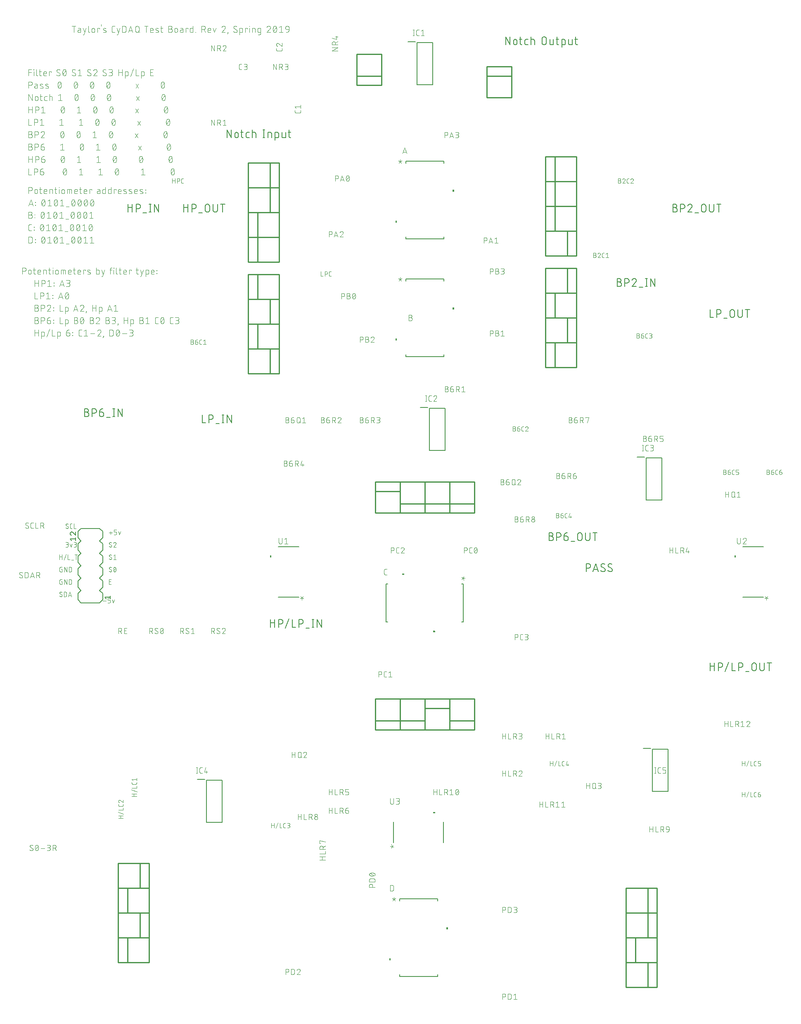
<source format=gbr>
G04 EAGLE Gerber X2 export*
%TF.Part,Single*%
%TF.FileFunction,Legend,Top,1*%
%TF.FilePolarity,Positive*%
%TF.GenerationSoftware,Autodesk,EAGLE,9.0.1*%
%TF.CreationDate,2019-04-22T21:04:02Z*%
G75*
%MOMM*%
%FSLAX34Y34*%
%LPD*%
%AMOC8*
5,1,8,0,0,1.08239X$1,22.5*%
G01*
%ADD10C,0.152400*%
%ADD11C,0.076200*%
%ADD12C,0.101600*%
%ADD13C,0.200000*%
%ADD14C,0.127000*%
%ADD15C,0.254000*%

G36*
X898019Y1693420D02*
X898019Y1693420D01*
X898021Y1693419D01*
X898064Y1693439D01*
X898108Y1693457D01*
X898108Y1693459D01*
X898110Y1693460D01*
X898143Y1693545D01*
X898143Y1697355D01*
X898142Y1697357D01*
X898143Y1697359D01*
X898123Y1697402D01*
X898105Y1697446D01*
X898103Y1697446D01*
X898102Y1697448D01*
X898017Y1697481D01*
X895477Y1697481D01*
X895475Y1697480D01*
X895473Y1697481D01*
X895430Y1697461D01*
X895386Y1697443D01*
X895386Y1697441D01*
X895384Y1697440D01*
X895351Y1697355D01*
X895351Y1693545D01*
X895352Y1693543D01*
X895351Y1693541D01*
X895371Y1693498D01*
X895389Y1693454D01*
X895391Y1693454D01*
X895392Y1693452D01*
X895477Y1693419D01*
X898017Y1693419D01*
X898019Y1693420D01*
G37*
G36*
X780925Y1629920D02*
X780925Y1629920D01*
X780927Y1629919D01*
X780970Y1629939D01*
X781014Y1629957D01*
X781014Y1629959D01*
X781016Y1629960D01*
X781049Y1630045D01*
X781049Y1633855D01*
X781048Y1633857D01*
X781049Y1633859D01*
X781029Y1633902D01*
X781011Y1633946D01*
X781009Y1633946D01*
X781008Y1633948D01*
X780923Y1633981D01*
X778383Y1633981D01*
X778381Y1633980D01*
X778379Y1633981D01*
X778336Y1633961D01*
X778292Y1633943D01*
X778292Y1633941D01*
X778290Y1633940D01*
X778257Y1633855D01*
X778257Y1630045D01*
X778258Y1630043D01*
X778257Y1630041D01*
X778277Y1629998D01*
X778295Y1629954D01*
X778297Y1629954D01*
X778298Y1629952D01*
X778383Y1629919D01*
X780923Y1629919D01*
X780925Y1629920D01*
G37*
G36*
X898019Y1452120D02*
X898019Y1452120D01*
X898021Y1452119D01*
X898064Y1452139D01*
X898108Y1452157D01*
X898108Y1452159D01*
X898110Y1452160D01*
X898143Y1452245D01*
X898143Y1456055D01*
X898142Y1456057D01*
X898143Y1456059D01*
X898123Y1456102D01*
X898105Y1456146D01*
X898103Y1456146D01*
X898102Y1456148D01*
X898017Y1456181D01*
X895477Y1456181D01*
X895475Y1456180D01*
X895473Y1456181D01*
X895430Y1456161D01*
X895386Y1456143D01*
X895386Y1456141D01*
X895384Y1456140D01*
X895351Y1456055D01*
X895351Y1452245D01*
X895352Y1452243D01*
X895351Y1452241D01*
X895371Y1452198D01*
X895389Y1452154D01*
X895391Y1452154D01*
X895392Y1452152D01*
X895477Y1452119D01*
X898017Y1452119D01*
X898019Y1452120D01*
G37*
G36*
X780925Y1388620D02*
X780925Y1388620D01*
X780927Y1388619D01*
X780970Y1388639D01*
X781014Y1388657D01*
X781014Y1388659D01*
X781016Y1388660D01*
X781049Y1388745D01*
X781049Y1392555D01*
X781048Y1392557D01*
X781049Y1392559D01*
X781029Y1392602D01*
X781011Y1392646D01*
X781009Y1392646D01*
X781008Y1392648D01*
X780923Y1392681D01*
X778383Y1392681D01*
X778381Y1392680D01*
X778379Y1392681D01*
X778336Y1392661D01*
X778292Y1392643D01*
X778292Y1392641D01*
X778290Y1392640D01*
X778257Y1392555D01*
X778257Y1388745D01*
X778258Y1388743D01*
X778257Y1388741D01*
X778277Y1388698D01*
X778295Y1388654D01*
X778297Y1388654D01*
X778298Y1388652D01*
X778383Y1388619D01*
X780923Y1388619D01*
X780925Y1388620D01*
G37*
G36*
X1476250Y944120D02*
X1476250Y944120D01*
X1476252Y944119D01*
X1476295Y944139D01*
X1476339Y944157D01*
X1476339Y944159D01*
X1476341Y944160D01*
X1476374Y944245D01*
X1476374Y948055D01*
X1476373Y948057D01*
X1476374Y948059D01*
X1476354Y948102D01*
X1476336Y948146D01*
X1476334Y948146D01*
X1476333Y948148D01*
X1476248Y948181D01*
X1473708Y948181D01*
X1473706Y948180D01*
X1473704Y948181D01*
X1473661Y948161D01*
X1473617Y948143D01*
X1473617Y948141D01*
X1473615Y948140D01*
X1473582Y948055D01*
X1473582Y944245D01*
X1473583Y944243D01*
X1473582Y944241D01*
X1473602Y944198D01*
X1473620Y944154D01*
X1473622Y944154D01*
X1473623Y944152D01*
X1473708Y944119D01*
X1476248Y944119D01*
X1476250Y944120D01*
G37*
G36*
X523750Y944120D02*
X523750Y944120D01*
X523752Y944119D01*
X523795Y944139D01*
X523839Y944157D01*
X523839Y944159D01*
X523841Y944160D01*
X523874Y944245D01*
X523874Y948055D01*
X523873Y948057D01*
X523874Y948059D01*
X523854Y948102D01*
X523836Y948146D01*
X523834Y948146D01*
X523833Y948148D01*
X523748Y948181D01*
X521208Y948181D01*
X521206Y948180D01*
X521204Y948181D01*
X521161Y948161D01*
X521117Y948143D01*
X521117Y948141D01*
X521115Y948140D01*
X521082Y948055D01*
X521082Y944245D01*
X521083Y944243D01*
X521082Y944241D01*
X521102Y944198D01*
X521120Y944154D01*
X521122Y944154D01*
X521123Y944152D01*
X521208Y944119D01*
X523748Y944119D01*
X523750Y944120D01*
G37*
G36*
X795657Y908052D02*
X795657Y908052D01*
X795659Y908051D01*
X795702Y908071D01*
X795746Y908089D01*
X795746Y908091D01*
X795748Y908092D01*
X795781Y908177D01*
X795781Y910717D01*
X795780Y910719D01*
X795781Y910721D01*
X795761Y910764D01*
X795743Y910808D01*
X795741Y910808D01*
X795740Y910810D01*
X795655Y910843D01*
X791845Y910843D01*
X791843Y910842D01*
X791841Y910843D01*
X791798Y910823D01*
X791754Y910805D01*
X791754Y910803D01*
X791752Y910802D01*
X791719Y910717D01*
X791719Y908177D01*
X791720Y908175D01*
X791719Y908173D01*
X791739Y908130D01*
X791757Y908086D01*
X791759Y908086D01*
X791760Y908084D01*
X791845Y908051D01*
X795655Y908051D01*
X795657Y908052D01*
G37*
G36*
X859157Y790958D02*
X859157Y790958D01*
X859159Y790957D01*
X859202Y790977D01*
X859246Y790995D01*
X859246Y790997D01*
X859248Y790998D01*
X859281Y791083D01*
X859281Y793623D01*
X859280Y793625D01*
X859281Y793627D01*
X859261Y793670D01*
X859243Y793714D01*
X859241Y793714D01*
X859240Y793716D01*
X859155Y793749D01*
X855345Y793749D01*
X855343Y793748D01*
X855341Y793749D01*
X855298Y793729D01*
X855254Y793711D01*
X855254Y793709D01*
X855252Y793708D01*
X855219Y793623D01*
X855219Y791083D01*
X855220Y791081D01*
X855219Y791079D01*
X855239Y791036D01*
X855257Y790992D01*
X855259Y790992D01*
X855260Y790990D01*
X855345Y790957D01*
X859155Y790957D01*
X859157Y790958D01*
G37*
G36*
X859157Y419991D02*
X859157Y419991D01*
X859159Y419990D01*
X859202Y420010D01*
X859246Y420028D01*
X859246Y420030D01*
X859248Y420031D01*
X859281Y420116D01*
X859281Y422656D01*
X859280Y422658D01*
X859281Y422660D01*
X859261Y422703D01*
X859243Y422747D01*
X859241Y422747D01*
X859240Y422749D01*
X859155Y422782D01*
X855345Y422782D01*
X855343Y422781D01*
X855341Y422782D01*
X855298Y422762D01*
X855254Y422744D01*
X855254Y422742D01*
X855252Y422741D01*
X855219Y422656D01*
X855219Y420116D01*
X855220Y420114D01*
X855219Y420112D01*
X855239Y420069D01*
X855257Y420025D01*
X855259Y420025D01*
X855260Y420023D01*
X855345Y419990D01*
X859155Y419990D01*
X859157Y419991D01*
G37*
G36*
X885319Y182120D02*
X885319Y182120D01*
X885321Y182119D01*
X885364Y182139D01*
X885408Y182157D01*
X885408Y182159D01*
X885410Y182160D01*
X885443Y182245D01*
X885443Y186055D01*
X885442Y186057D01*
X885443Y186059D01*
X885423Y186102D01*
X885405Y186146D01*
X885403Y186146D01*
X885402Y186148D01*
X885317Y186181D01*
X882777Y186181D01*
X882775Y186180D01*
X882773Y186181D01*
X882730Y186161D01*
X882686Y186143D01*
X882686Y186141D01*
X882684Y186140D01*
X882651Y186055D01*
X882651Y182245D01*
X882652Y182243D01*
X882651Y182241D01*
X882671Y182198D01*
X882689Y182154D01*
X882691Y182154D01*
X882692Y182152D01*
X882777Y182119D01*
X885317Y182119D01*
X885319Y182120D01*
G37*
G36*
X768225Y118620D02*
X768225Y118620D01*
X768227Y118619D01*
X768270Y118639D01*
X768314Y118657D01*
X768314Y118659D01*
X768316Y118660D01*
X768349Y118745D01*
X768349Y122555D01*
X768348Y122557D01*
X768349Y122559D01*
X768329Y122602D01*
X768311Y122646D01*
X768309Y122646D01*
X768308Y122648D01*
X768223Y122681D01*
X765683Y122681D01*
X765681Y122680D01*
X765679Y122681D01*
X765636Y122661D01*
X765592Y122643D01*
X765592Y122641D01*
X765590Y122640D01*
X765557Y122555D01*
X765557Y118745D01*
X765558Y118743D01*
X765557Y118741D01*
X765577Y118698D01*
X765595Y118654D01*
X765597Y118654D01*
X765598Y118652D01*
X765683Y118619D01*
X768223Y118619D01*
X768225Y118620D01*
G37*
D10*
X432562Y1804162D02*
X432562Y1820418D01*
X441593Y1804162D01*
X441593Y1820418D01*
X448575Y1811387D02*
X448575Y1807774D01*
X448576Y1811387D02*
X448578Y1811506D01*
X448584Y1811626D01*
X448594Y1811745D01*
X448608Y1811863D01*
X448625Y1811982D01*
X448647Y1812099D01*
X448672Y1812216D01*
X448702Y1812331D01*
X448735Y1812446D01*
X448772Y1812560D01*
X448812Y1812672D01*
X448857Y1812783D01*
X448905Y1812892D01*
X448956Y1813000D01*
X449011Y1813106D01*
X449070Y1813210D01*
X449132Y1813312D01*
X449197Y1813412D01*
X449266Y1813510D01*
X449338Y1813606D01*
X449413Y1813699D01*
X449490Y1813789D01*
X449571Y1813877D01*
X449655Y1813962D01*
X449742Y1814044D01*
X449831Y1814124D01*
X449923Y1814200D01*
X450017Y1814274D01*
X450114Y1814344D01*
X450212Y1814411D01*
X450313Y1814475D01*
X450417Y1814535D01*
X450522Y1814592D01*
X450629Y1814645D01*
X450737Y1814695D01*
X450847Y1814741D01*
X450959Y1814783D01*
X451072Y1814822D01*
X451186Y1814857D01*
X451301Y1814888D01*
X451418Y1814916D01*
X451535Y1814939D01*
X451652Y1814959D01*
X451771Y1814975D01*
X451890Y1814987D01*
X452009Y1814995D01*
X452128Y1814999D01*
X452248Y1814999D01*
X452367Y1814995D01*
X452486Y1814987D01*
X452605Y1814975D01*
X452724Y1814959D01*
X452841Y1814939D01*
X452958Y1814916D01*
X453075Y1814888D01*
X453190Y1814857D01*
X453304Y1814822D01*
X453417Y1814783D01*
X453529Y1814741D01*
X453639Y1814695D01*
X453747Y1814645D01*
X453854Y1814592D01*
X453959Y1814535D01*
X454063Y1814475D01*
X454164Y1814411D01*
X454262Y1814344D01*
X454359Y1814274D01*
X454453Y1814200D01*
X454545Y1814124D01*
X454634Y1814044D01*
X454721Y1813962D01*
X454805Y1813877D01*
X454886Y1813789D01*
X454963Y1813699D01*
X455038Y1813606D01*
X455110Y1813510D01*
X455179Y1813412D01*
X455244Y1813312D01*
X455306Y1813210D01*
X455365Y1813106D01*
X455420Y1813000D01*
X455471Y1812892D01*
X455519Y1812783D01*
X455564Y1812672D01*
X455604Y1812560D01*
X455641Y1812446D01*
X455674Y1812331D01*
X455704Y1812216D01*
X455729Y1812099D01*
X455751Y1811982D01*
X455768Y1811863D01*
X455782Y1811745D01*
X455792Y1811626D01*
X455798Y1811506D01*
X455800Y1811387D01*
X455800Y1807774D01*
X455798Y1807655D01*
X455792Y1807535D01*
X455782Y1807416D01*
X455768Y1807298D01*
X455751Y1807179D01*
X455729Y1807062D01*
X455704Y1806945D01*
X455674Y1806830D01*
X455641Y1806715D01*
X455604Y1806601D01*
X455564Y1806489D01*
X455519Y1806378D01*
X455471Y1806269D01*
X455420Y1806161D01*
X455365Y1806055D01*
X455306Y1805951D01*
X455244Y1805849D01*
X455179Y1805749D01*
X455110Y1805651D01*
X455038Y1805555D01*
X454963Y1805462D01*
X454886Y1805372D01*
X454805Y1805284D01*
X454721Y1805199D01*
X454634Y1805117D01*
X454545Y1805037D01*
X454453Y1804961D01*
X454359Y1804887D01*
X454262Y1804817D01*
X454164Y1804750D01*
X454063Y1804686D01*
X453959Y1804626D01*
X453854Y1804569D01*
X453747Y1804516D01*
X453639Y1804466D01*
X453529Y1804420D01*
X453417Y1804378D01*
X453304Y1804339D01*
X453190Y1804304D01*
X453075Y1804273D01*
X452958Y1804245D01*
X452841Y1804222D01*
X452724Y1804202D01*
X452605Y1804186D01*
X452486Y1804174D01*
X452367Y1804166D01*
X452248Y1804162D01*
X452128Y1804162D01*
X452009Y1804166D01*
X451890Y1804174D01*
X451771Y1804186D01*
X451652Y1804202D01*
X451535Y1804222D01*
X451418Y1804245D01*
X451301Y1804273D01*
X451186Y1804304D01*
X451072Y1804339D01*
X450959Y1804378D01*
X450847Y1804420D01*
X450737Y1804466D01*
X450629Y1804516D01*
X450522Y1804569D01*
X450417Y1804626D01*
X450313Y1804686D01*
X450212Y1804750D01*
X450114Y1804817D01*
X450017Y1804887D01*
X449923Y1804961D01*
X449831Y1805037D01*
X449742Y1805117D01*
X449655Y1805199D01*
X449571Y1805284D01*
X449490Y1805372D01*
X449413Y1805462D01*
X449338Y1805555D01*
X449266Y1805651D01*
X449197Y1805749D01*
X449132Y1805849D01*
X449070Y1805951D01*
X449011Y1806055D01*
X448956Y1806161D01*
X448905Y1806269D01*
X448857Y1806378D01*
X448812Y1806489D01*
X448772Y1806601D01*
X448735Y1806715D01*
X448702Y1806830D01*
X448672Y1806945D01*
X448647Y1807062D01*
X448625Y1807179D01*
X448608Y1807298D01*
X448594Y1807416D01*
X448584Y1807535D01*
X448578Y1807655D01*
X448576Y1807774D01*
X460825Y1814999D02*
X466244Y1814999D01*
X462631Y1820418D02*
X462631Y1806871D01*
X462632Y1806871D02*
X462634Y1806770D01*
X462640Y1806669D01*
X462649Y1806568D01*
X462662Y1806467D01*
X462679Y1806367D01*
X462700Y1806268D01*
X462724Y1806170D01*
X462752Y1806073D01*
X462784Y1805976D01*
X462819Y1805881D01*
X462858Y1805788D01*
X462900Y1805696D01*
X462946Y1805605D01*
X462995Y1805517D01*
X463047Y1805430D01*
X463103Y1805345D01*
X463161Y1805262D01*
X463223Y1805182D01*
X463288Y1805104D01*
X463355Y1805028D01*
X463425Y1804955D01*
X463498Y1804885D01*
X463574Y1804818D01*
X463652Y1804753D01*
X463732Y1804691D01*
X463815Y1804633D01*
X463900Y1804577D01*
X463987Y1804525D01*
X464075Y1804476D01*
X464166Y1804430D01*
X464258Y1804388D01*
X464351Y1804349D01*
X464446Y1804314D01*
X464543Y1804282D01*
X464640Y1804254D01*
X464738Y1804230D01*
X464837Y1804209D01*
X464937Y1804192D01*
X465038Y1804179D01*
X465139Y1804170D01*
X465240Y1804164D01*
X465341Y1804162D01*
X466244Y1804162D01*
X474749Y1804162D02*
X478361Y1804162D01*
X474749Y1804162D02*
X474648Y1804164D01*
X474547Y1804170D01*
X474446Y1804179D01*
X474345Y1804192D01*
X474245Y1804209D01*
X474146Y1804230D01*
X474048Y1804254D01*
X473951Y1804282D01*
X473854Y1804314D01*
X473759Y1804349D01*
X473666Y1804388D01*
X473574Y1804430D01*
X473483Y1804476D01*
X473395Y1804525D01*
X473308Y1804577D01*
X473223Y1804633D01*
X473140Y1804691D01*
X473060Y1804753D01*
X472982Y1804818D01*
X472906Y1804885D01*
X472833Y1804955D01*
X472763Y1805028D01*
X472696Y1805104D01*
X472631Y1805182D01*
X472569Y1805262D01*
X472511Y1805345D01*
X472455Y1805430D01*
X472403Y1805517D01*
X472354Y1805605D01*
X472308Y1805696D01*
X472266Y1805788D01*
X472227Y1805881D01*
X472192Y1805976D01*
X472160Y1806073D01*
X472132Y1806170D01*
X472108Y1806268D01*
X472087Y1806367D01*
X472070Y1806467D01*
X472057Y1806568D01*
X472048Y1806669D01*
X472042Y1806770D01*
X472040Y1806871D01*
X472040Y1812290D01*
X472042Y1812391D01*
X472048Y1812492D01*
X472057Y1812593D01*
X472070Y1812694D01*
X472087Y1812794D01*
X472108Y1812893D01*
X472132Y1812991D01*
X472160Y1813088D01*
X472192Y1813185D01*
X472227Y1813280D01*
X472266Y1813373D01*
X472308Y1813465D01*
X472354Y1813556D01*
X472403Y1813645D01*
X472455Y1813731D01*
X472511Y1813816D01*
X472569Y1813899D01*
X472631Y1813979D01*
X472696Y1814057D01*
X472763Y1814133D01*
X472833Y1814206D01*
X472906Y1814276D01*
X472982Y1814343D01*
X473060Y1814408D01*
X473140Y1814470D01*
X473223Y1814528D01*
X473308Y1814584D01*
X473395Y1814636D01*
X473483Y1814685D01*
X473574Y1814731D01*
X473666Y1814773D01*
X473759Y1814812D01*
X473854Y1814847D01*
X473951Y1814879D01*
X474048Y1814907D01*
X474146Y1814931D01*
X474245Y1814952D01*
X474345Y1814969D01*
X474446Y1814982D01*
X474547Y1814991D01*
X474648Y1814997D01*
X474749Y1814999D01*
X478361Y1814999D01*
X484527Y1820418D02*
X484527Y1804162D01*
X484527Y1814999D02*
X489043Y1814999D01*
X489147Y1814997D01*
X489250Y1814991D01*
X489354Y1814981D01*
X489457Y1814967D01*
X489559Y1814949D01*
X489660Y1814928D01*
X489761Y1814902D01*
X489860Y1814873D01*
X489959Y1814840D01*
X490056Y1814803D01*
X490151Y1814762D01*
X490245Y1814718D01*
X490337Y1814670D01*
X490427Y1814619D01*
X490516Y1814564D01*
X490602Y1814506D01*
X490685Y1814444D01*
X490767Y1814380D01*
X490845Y1814312D01*
X490921Y1814242D01*
X490995Y1814169D01*
X491065Y1814092D01*
X491133Y1814014D01*
X491197Y1813932D01*
X491259Y1813849D01*
X491317Y1813763D01*
X491372Y1813674D01*
X491423Y1813584D01*
X491471Y1813492D01*
X491515Y1813398D01*
X491556Y1813303D01*
X491593Y1813206D01*
X491626Y1813107D01*
X491655Y1813008D01*
X491681Y1812907D01*
X491702Y1812806D01*
X491720Y1812704D01*
X491734Y1812601D01*
X491744Y1812497D01*
X491750Y1812394D01*
X491752Y1812290D01*
X491752Y1804162D01*
X508460Y1804162D02*
X508460Y1820418D01*
X506654Y1804162D02*
X510266Y1804162D01*
X510266Y1820418D02*
X506654Y1820418D01*
X516832Y1814999D02*
X516832Y1804162D01*
X516832Y1814999D02*
X521347Y1814999D01*
X521451Y1814997D01*
X521554Y1814991D01*
X521658Y1814981D01*
X521761Y1814967D01*
X521863Y1814949D01*
X521964Y1814928D01*
X522065Y1814902D01*
X522164Y1814873D01*
X522263Y1814840D01*
X522360Y1814803D01*
X522455Y1814762D01*
X522549Y1814718D01*
X522641Y1814670D01*
X522731Y1814619D01*
X522820Y1814564D01*
X522906Y1814506D01*
X522989Y1814444D01*
X523071Y1814380D01*
X523149Y1814312D01*
X523225Y1814242D01*
X523299Y1814169D01*
X523369Y1814092D01*
X523437Y1814014D01*
X523501Y1813932D01*
X523563Y1813849D01*
X523621Y1813763D01*
X523676Y1813674D01*
X523727Y1813584D01*
X523775Y1813492D01*
X523819Y1813398D01*
X523860Y1813303D01*
X523897Y1813206D01*
X523930Y1813107D01*
X523959Y1813008D01*
X523985Y1812907D01*
X524006Y1812806D01*
X524024Y1812704D01*
X524038Y1812601D01*
X524048Y1812497D01*
X524054Y1812394D01*
X524056Y1812290D01*
X524056Y1804162D01*
X531494Y1798743D02*
X531494Y1814999D01*
X536010Y1814999D01*
X536114Y1814997D01*
X536217Y1814991D01*
X536321Y1814981D01*
X536424Y1814967D01*
X536526Y1814949D01*
X536627Y1814928D01*
X536728Y1814902D01*
X536827Y1814873D01*
X536926Y1814840D01*
X537023Y1814803D01*
X537118Y1814762D01*
X537212Y1814718D01*
X537304Y1814670D01*
X537394Y1814619D01*
X537483Y1814564D01*
X537569Y1814506D01*
X537652Y1814444D01*
X537734Y1814380D01*
X537812Y1814312D01*
X537888Y1814242D01*
X537962Y1814169D01*
X538032Y1814092D01*
X538100Y1814014D01*
X538164Y1813932D01*
X538226Y1813849D01*
X538284Y1813763D01*
X538339Y1813674D01*
X538390Y1813584D01*
X538438Y1813492D01*
X538482Y1813398D01*
X538523Y1813303D01*
X538560Y1813206D01*
X538593Y1813107D01*
X538622Y1813008D01*
X538648Y1812907D01*
X538669Y1812806D01*
X538687Y1812704D01*
X538701Y1812601D01*
X538711Y1812497D01*
X538717Y1812394D01*
X538719Y1812290D01*
X538719Y1806871D01*
X538717Y1806770D01*
X538711Y1806669D01*
X538702Y1806568D01*
X538689Y1806467D01*
X538672Y1806367D01*
X538651Y1806268D01*
X538627Y1806170D01*
X538599Y1806073D01*
X538567Y1805976D01*
X538532Y1805881D01*
X538493Y1805788D01*
X538451Y1805696D01*
X538405Y1805605D01*
X538356Y1805517D01*
X538304Y1805430D01*
X538248Y1805345D01*
X538190Y1805262D01*
X538128Y1805182D01*
X538063Y1805104D01*
X537996Y1805028D01*
X537926Y1804955D01*
X537853Y1804885D01*
X537777Y1804818D01*
X537699Y1804753D01*
X537619Y1804691D01*
X537536Y1804633D01*
X537451Y1804577D01*
X537365Y1804525D01*
X537276Y1804476D01*
X537185Y1804430D01*
X537093Y1804388D01*
X537000Y1804349D01*
X536905Y1804314D01*
X536808Y1804282D01*
X536711Y1804254D01*
X536613Y1804230D01*
X536514Y1804209D01*
X536414Y1804192D01*
X536313Y1804179D01*
X536212Y1804170D01*
X536111Y1804164D01*
X536010Y1804162D01*
X531494Y1804162D01*
X545489Y1806871D02*
X545489Y1814999D01*
X545489Y1806871D02*
X545491Y1806770D01*
X545497Y1806669D01*
X545506Y1806568D01*
X545519Y1806467D01*
X545536Y1806367D01*
X545557Y1806268D01*
X545581Y1806170D01*
X545609Y1806073D01*
X545641Y1805976D01*
X545676Y1805881D01*
X545715Y1805788D01*
X545757Y1805696D01*
X545803Y1805605D01*
X545852Y1805517D01*
X545904Y1805430D01*
X545960Y1805345D01*
X546018Y1805262D01*
X546080Y1805182D01*
X546145Y1805104D01*
X546212Y1805028D01*
X546282Y1804955D01*
X546355Y1804885D01*
X546431Y1804818D01*
X546509Y1804753D01*
X546589Y1804691D01*
X546672Y1804633D01*
X546757Y1804577D01*
X546844Y1804525D01*
X546932Y1804476D01*
X547023Y1804430D01*
X547115Y1804388D01*
X547208Y1804349D01*
X547303Y1804314D01*
X547400Y1804282D01*
X547497Y1804254D01*
X547595Y1804230D01*
X547694Y1804209D01*
X547794Y1804192D01*
X547895Y1804179D01*
X547996Y1804170D01*
X548097Y1804164D01*
X548198Y1804162D01*
X552714Y1804162D01*
X552714Y1814999D01*
X558260Y1814999D02*
X563678Y1814999D01*
X560066Y1820418D02*
X560066Y1806871D01*
X560068Y1806770D01*
X560074Y1806669D01*
X560083Y1806568D01*
X560096Y1806467D01*
X560113Y1806367D01*
X560134Y1806268D01*
X560158Y1806170D01*
X560186Y1806073D01*
X560218Y1805976D01*
X560253Y1805881D01*
X560292Y1805788D01*
X560334Y1805696D01*
X560380Y1805605D01*
X560429Y1805517D01*
X560481Y1805430D01*
X560537Y1805345D01*
X560595Y1805262D01*
X560657Y1805182D01*
X560722Y1805104D01*
X560789Y1805028D01*
X560859Y1804955D01*
X560932Y1804885D01*
X561008Y1804818D01*
X561086Y1804753D01*
X561166Y1804691D01*
X561249Y1804633D01*
X561334Y1804577D01*
X561421Y1804525D01*
X561509Y1804476D01*
X561600Y1804430D01*
X561692Y1804388D01*
X561785Y1804349D01*
X561880Y1804314D01*
X561977Y1804282D01*
X562074Y1804254D01*
X562172Y1804230D01*
X562271Y1804209D01*
X562371Y1804192D01*
X562472Y1804179D01*
X562573Y1804170D01*
X562674Y1804164D01*
X562775Y1804162D01*
X563678Y1804162D01*
X1004062Y1994662D02*
X1004062Y2010918D01*
X1013093Y1994662D01*
X1013093Y2010918D01*
X1020075Y2001887D02*
X1020075Y1998274D01*
X1020076Y2001887D02*
X1020078Y2002006D01*
X1020084Y2002126D01*
X1020094Y2002245D01*
X1020108Y2002363D01*
X1020125Y2002482D01*
X1020147Y2002599D01*
X1020172Y2002716D01*
X1020202Y2002831D01*
X1020235Y2002946D01*
X1020272Y2003060D01*
X1020312Y2003172D01*
X1020357Y2003283D01*
X1020405Y2003392D01*
X1020456Y2003500D01*
X1020511Y2003606D01*
X1020570Y2003710D01*
X1020632Y2003812D01*
X1020697Y2003912D01*
X1020766Y2004010D01*
X1020838Y2004106D01*
X1020913Y2004199D01*
X1020990Y2004289D01*
X1021071Y2004377D01*
X1021155Y2004462D01*
X1021242Y2004544D01*
X1021331Y2004624D01*
X1021423Y2004700D01*
X1021517Y2004774D01*
X1021614Y2004844D01*
X1021712Y2004911D01*
X1021813Y2004975D01*
X1021917Y2005035D01*
X1022022Y2005092D01*
X1022129Y2005145D01*
X1022237Y2005195D01*
X1022347Y2005241D01*
X1022459Y2005283D01*
X1022572Y2005322D01*
X1022686Y2005357D01*
X1022801Y2005388D01*
X1022918Y2005416D01*
X1023035Y2005439D01*
X1023152Y2005459D01*
X1023271Y2005475D01*
X1023390Y2005487D01*
X1023509Y2005495D01*
X1023628Y2005499D01*
X1023748Y2005499D01*
X1023867Y2005495D01*
X1023986Y2005487D01*
X1024105Y2005475D01*
X1024224Y2005459D01*
X1024341Y2005439D01*
X1024458Y2005416D01*
X1024575Y2005388D01*
X1024690Y2005357D01*
X1024804Y2005322D01*
X1024917Y2005283D01*
X1025029Y2005241D01*
X1025139Y2005195D01*
X1025247Y2005145D01*
X1025354Y2005092D01*
X1025459Y2005035D01*
X1025563Y2004975D01*
X1025664Y2004911D01*
X1025762Y2004844D01*
X1025859Y2004774D01*
X1025953Y2004700D01*
X1026045Y2004624D01*
X1026134Y2004544D01*
X1026221Y2004462D01*
X1026305Y2004377D01*
X1026386Y2004289D01*
X1026463Y2004199D01*
X1026538Y2004106D01*
X1026610Y2004010D01*
X1026679Y2003912D01*
X1026744Y2003812D01*
X1026806Y2003710D01*
X1026865Y2003606D01*
X1026920Y2003500D01*
X1026971Y2003392D01*
X1027019Y2003283D01*
X1027064Y2003172D01*
X1027104Y2003060D01*
X1027141Y2002946D01*
X1027174Y2002831D01*
X1027204Y2002716D01*
X1027229Y2002599D01*
X1027251Y2002482D01*
X1027268Y2002363D01*
X1027282Y2002245D01*
X1027292Y2002126D01*
X1027298Y2002006D01*
X1027300Y2001887D01*
X1027300Y1998274D01*
X1027298Y1998155D01*
X1027292Y1998035D01*
X1027282Y1997916D01*
X1027268Y1997798D01*
X1027251Y1997679D01*
X1027229Y1997562D01*
X1027204Y1997445D01*
X1027174Y1997330D01*
X1027141Y1997215D01*
X1027104Y1997101D01*
X1027064Y1996989D01*
X1027019Y1996878D01*
X1026971Y1996769D01*
X1026920Y1996661D01*
X1026865Y1996555D01*
X1026806Y1996451D01*
X1026744Y1996349D01*
X1026679Y1996249D01*
X1026610Y1996151D01*
X1026538Y1996055D01*
X1026463Y1995962D01*
X1026386Y1995872D01*
X1026305Y1995784D01*
X1026221Y1995699D01*
X1026134Y1995617D01*
X1026045Y1995537D01*
X1025953Y1995461D01*
X1025859Y1995387D01*
X1025762Y1995317D01*
X1025664Y1995250D01*
X1025563Y1995186D01*
X1025459Y1995126D01*
X1025354Y1995069D01*
X1025247Y1995016D01*
X1025139Y1994966D01*
X1025029Y1994920D01*
X1024917Y1994878D01*
X1024804Y1994839D01*
X1024690Y1994804D01*
X1024575Y1994773D01*
X1024458Y1994745D01*
X1024341Y1994722D01*
X1024224Y1994702D01*
X1024105Y1994686D01*
X1023986Y1994674D01*
X1023867Y1994666D01*
X1023748Y1994662D01*
X1023628Y1994662D01*
X1023509Y1994666D01*
X1023390Y1994674D01*
X1023271Y1994686D01*
X1023152Y1994702D01*
X1023035Y1994722D01*
X1022918Y1994745D01*
X1022801Y1994773D01*
X1022686Y1994804D01*
X1022572Y1994839D01*
X1022459Y1994878D01*
X1022347Y1994920D01*
X1022237Y1994966D01*
X1022129Y1995016D01*
X1022022Y1995069D01*
X1021917Y1995126D01*
X1021813Y1995186D01*
X1021712Y1995250D01*
X1021614Y1995317D01*
X1021517Y1995387D01*
X1021423Y1995461D01*
X1021331Y1995537D01*
X1021242Y1995617D01*
X1021155Y1995699D01*
X1021071Y1995784D01*
X1020990Y1995872D01*
X1020913Y1995962D01*
X1020838Y1996055D01*
X1020766Y1996151D01*
X1020697Y1996249D01*
X1020632Y1996349D01*
X1020570Y1996451D01*
X1020511Y1996555D01*
X1020456Y1996661D01*
X1020405Y1996769D01*
X1020357Y1996878D01*
X1020312Y1996989D01*
X1020272Y1997101D01*
X1020235Y1997215D01*
X1020202Y1997330D01*
X1020172Y1997445D01*
X1020147Y1997562D01*
X1020125Y1997679D01*
X1020108Y1997798D01*
X1020094Y1997916D01*
X1020084Y1998035D01*
X1020078Y1998155D01*
X1020076Y1998274D01*
X1032325Y2005499D02*
X1037744Y2005499D01*
X1034131Y2010918D02*
X1034131Y1997371D01*
X1034132Y1997371D02*
X1034134Y1997270D01*
X1034140Y1997169D01*
X1034149Y1997068D01*
X1034162Y1996967D01*
X1034179Y1996867D01*
X1034200Y1996768D01*
X1034224Y1996670D01*
X1034252Y1996573D01*
X1034284Y1996476D01*
X1034319Y1996381D01*
X1034358Y1996288D01*
X1034400Y1996196D01*
X1034446Y1996105D01*
X1034495Y1996017D01*
X1034547Y1995930D01*
X1034603Y1995845D01*
X1034661Y1995762D01*
X1034723Y1995682D01*
X1034788Y1995604D01*
X1034855Y1995528D01*
X1034925Y1995455D01*
X1034998Y1995385D01*
X1035074Y1995318D01*
X1035152Y1995253D01*
X1035232Y1995191D01*
X1035315Y1995133D01*
X1035400Y1995077D01*
X1035487Y1995025D01*
X1035575Y1994976D01*
X1035666Y1994930D01*
X1035758Y1994888D01*
X1035851Y1994849D01*
X1035946Y1994814D01*
X1036043Y1994782D01*
X1036140Y1994754D01*
X1036238Y1994730D01*
X1036337Y1994709D01*
X1036437Y1994692D01*
X1036538Y1994679D01*
X1036639Y1994670D01*
X1036740Y1994664D01*
X1036841Y1994662D01*
X1037744Y1994662D01*
X1046249Y1994662D02*
X1049861Y1994662D01*
X1046249Y1994662D02*
X1046148Y1994664D01*
X1046047Y1994670D01*
X1045946Y1994679D01*
X1045845Y1994692D01*
X1045745Y1994709D01*
X1045646Y1994730D01*
X1045548Y1994754D01*
X1045451Y1994782D01*
X1045354Y1994814D01*
X1045259Y1994849D01*
X1045166Y1994888D01*
X1045074Y1994930D01*
X1044983Y1994976D01*
X1044895Y1995025D01*
X1044808Y1995077D01*
X1044723Y1995133D01*
X1044640Y1995191D01*
X1044560Y1995253D01*
X1044482Y1995318D01*
X1044406Y1995385D01*
X1044333Y1995455D01*
X1044263Y1995528D01*
X1044196Y1995604D01*
X1044131Y1995682D01*
X1044069Y1995762D01*
X1044011Y1995845D01*
X1043955Y1995930D01*
X1043903Y1996017D01*
X1043854Y1996105D01*
X1043808Y1996196D01*
X1043766Y1996288D01*
X1043727Y1996381D01*
X1043692Y1996476D01*
X1043660Y1996573D01*
X1043632Y1996670D01*
X1043608Y1996768D01*
X1043587Y1996867D01*
X1043570Y1996967D01*
X1043557Y1997068D01*
X1043548Y1997169D01*
X1043542Y1997270D01*
X1043540Y1997371D01*
X1043540Y2002790D01*
X1043542Y2002891D01*
X1043548Y2002992D01*
X1043557Y2003093D01*
X1043570Y2003194D01*
X1043587Y2003294D01*
X1043608Y2003393D01*
X1043632Y2003491D01*
X1043660Y2003588D01*
X1043692Y2003685D01*
X1043727Y2003780D01*
X1043766Y2003873D01*
X1043808Y2003965D01*
X1043854Y2004056D01*
X1043903Y2004145D01*
X1043955Y2004231D01*
X1044011Y2004316D01*
X1044069Y2004399D01*
X1044131Y2004479D01*
X1044196Y2004557D01*
X1044263Y2004633D01*
X1044333Y2004706D01*
X1044406Y2004776D01*
X1044482Y2004843D01*
X1044560Y2004908D01*
X1044640Y2004970D01*
X1044723Y2005028D01*
X1044808Y2005084D01*
X1044895Y2005136D01*
X1044983Y2005185D01*
X1045074Y2005231D01*
X1045166Y2005273D01*
X1045259Y2005312D01*
X1045354Y2005347D01*
X1045451Y2005379D01*
X1045548Y2005407D01*
X1045646Y2005431D01*
X1045745Y2005452D01*
X1045845Y2005469D01*
X1045946Y2005482D01*
X1046047Y2005491D01*
X1046148Y2005497D01*
X1046249Y2005499D01*
X1049861Y2005499D01*
X1056027Y2010918D02*
X1056027Y1994662D01*
X1056027Y2005499D02*
X1060543Y2005499D01*
X1060647Y2005497D01*
X1060750Y2005491D01*
X1060854Y2005481D01*
X1060957Y2005467D01*
X1061059Y2005449D01*
X1061160Y2005428D01*
X1061261Y2005402D01*
X1061360Y2005373D01*
X1061459Y2005340D01*
X1061556Y2005303D01*
X1061651Y2005262D01*
X1061745Y2005218D01*
X1061837Y2005170D01*
X1061927Y2005119D01*
X1062016Y2005064D01*
X1062102Y2005006D01*
X1062185Y2004944D01*
X1062267Y2004880D01*
X1062345Y2004812D01*
X1062421Y2004742D01*
X1062495Y2004669D01*
X1062565Y2004592D01*
X1062633Y2004514D01*
X1062697Y2004432D01*
X1062759Y2004349D01*
X1062817Y2004263D01*
X1062872Y2004174D01*
X1062923Y2004084D01*
X1062971Y2003992D01*
X1063015Y2003898D01*
X1063056Y2003803D01*
X1063093Y2003706D01*
X1063126Y2003607D01*
X1063155Y2003508D01*
X1063181Y2003407D01*
X1063202Y2003306D01*
X1063220Y2003204D01*
X1063234Y2003101D01*
X1063244Y2002997D01*
X1063250Y2002894D01*
X1063252Y2002790D01*
X1063252Y1994662D01*
X1078571Y1999178D02*
X1078571Y2006402D01*
X1078570Y2006402D02*
X1078572Y2006535D01*
X1078578Y2006667D01*
X1078588Y2006799D01*
X1078601Y2006931D01*
X1078619Y2007063D01*
X1078640Y2007193D01*
X1078665Y2007324D01*
X1078694Y2007453D01*
X1078727Y2007581D01*
X1078763Y2007709D01*
X1078803Y2007835D01*
X1078847Y2007960D01*
X1078895Y2008084D01*
X1078946Y2008206D01*
X1079001Y2008327D01*
X1079059Y2008446D01*
X1079121Y2008564D01*
X1079186Y2008679D01*
X1079255Y2008793D01*
X1079326Y2008904D01*
X1079402Y2009013D01*
X1079480Y2009120D01*
X1079561Y2009225D01*
X1079646Y2009327D01*
X1079733Y2009427D01*
X1079823Y2009524D01*
X1079916Y2009619D01*
X1080012Y2009710D01*
X1080110Y2009799D01*
X1080211Y2009885D01*
X1080315Y2009968D01*
X1080421Y2010048D01*
X1080529Y2010124D01*
X1080639Y2010198D01*
X1080752Y2010268D01*
X1080866Y2010335D01*
X1080983Y2010398D01*
X1081101Y2010458D01*
X1081221Y2010515D01*
X1081343Y2010568D01*
X1081466Y2010617D01*
X1081590Y2010663D01*
X1081716Y2010705D01*
X1081843Y2010743D01*
X1081971Y2010778D01*
X1082100Y2010809D01*
X1082229Y2010836D01*
X1082360Y2010859D01*
X1082491Y2010879D01*
X1082623Y2010894D01*
X1082755Y2010906D01*
X1082887Y2010914D01*
X1083020Y2010918D01*
X1083152Y2010918D01*
X1083285Y2010914D01*
X1083417Y2010906D01*
X1083549Y2010894D01*
X1083681Y2010879D01*
X1083812Y2010859D01*
X1083943Y2010836D01*
X1084072Y2010809D01*
X1084201Y2010778D01*
X1084329Y2010743D01*
X1084456Y2010705D01*
X1084582Y2010663D01*
X1084706Y2010617D01*
X1084829Y2010568D01*
X1084951Y2010515D01*
X1085071Y2010458D01*
X1085189Y2010398D01*
X1085306Y2010335D01*
X1085420Y2010268D01*
X1085533Y2010198D01*
X1085643Y2010124D01*
X1085751Y2010048D01*
X1085857Y2009968D01*
X1085961Y2009885D01*
X1086062Y2009799D01*
X1086160Y2009710D01*
X1086256Y2009619D01*
X1086349Y2009524D01*
X1086439Y2009427D01*
X1086526Y2009327D01*
X1086611Y2009225D01*
X1086692Y2009120D01*
X1086770Y2009013D01*
X1086846Y2008904D01*
X1086917Y2008793D01*
X1086986Y2008679D01*
X1087051Y2008564D01*
X1087113Y2008446D01*
X1087171Y2008327D01*
X1087226Y2008206D01*
X1087277Y2008084D01*
X1087325Y2007960D01*
X1087369Y2007835D01*
X1087409Y2007709D01*
X1087445Y2007581D01*
X1087478Y2007453D01*
X1087507Y2007324D01*
X1087532Y2007193D01*
X1087553Y2007063D01*
X1087571Y2006931D01*
X1087584Y2006799D01*
X1087594Y2006667D01*
X1087600Y2006535D01*
X1087602Y2006402D01*
X1087602Y1999178D01*
X1087600Y1999045D01*
X1087594Y1998913D01*
X1087584Y1998781D01*
X1087571Y1998649D01*
X1087553Y1998517D01*
X1087532Y1998387D01*
X1087507Y1998256D01*
X1087478Y1998127D01*
X1087445Y1997999D01*
X1087409Y1997871D01*
X1087369Y1997745D01*
X1087325Y1997620D01*
X1087277Y1997496D01*
X1087226Y1997374D01*
X1087171Y1997253D01*
X1087113Y1997134D01*
X1087051Y1997016D01*
X1086986Y1996901D01*
X1086917Y1996787D01*
X1086846Y1996676D01*
X1086770Y1996567D01*
X1086692Y1996460D01*
X1086611Y1996355D01*
X1086526Y1996253D01*
X1086439Y1996153D01*
X1086349Y1996056D01*
X1086256Y1995961D01*
X1086160Y1995870D01*
X1086062Y1995781D01*
X1085961Y1995695D01*
X1085857Y1995612D01*
X1085751Y1995532D01*
X1085643Y1995456D01*
X1085533Y1995382D01*
X1085420Y1995312D01*
X1085306Y1995245D01*
X1085189Y1995182D01*
X1085071Y1995122D01*
X1084951Y1995065D01*
X1084829Y1995012D01*
X1084706Y1994963D01*
X1084582Y1994917D01*
X1084456Y1994875D01*
X1084329Y1994837D01*
X1084201Y1994802D01*
X1084072Y1994771D01*
X1083943Y1994744D01*
X1083812Y1994721D01*
X1083681Y1994701D01*
X1083549Y1994686D01*
X1083417Y1994674D01*
X1083285Y1994666D01*
X1083152Y1994662D01*
X1083020Y1994662D01*
X1082887Y1994666D01*
X1082755Y1994674D01*
X1082623Y1994686D01*
X1082491Y1994701D01*
X1082360Y1994721D01*
X1082229Y1994744D01*
X1082100Y1994771D01*
X1081971Y1994802D01*
X1081843Y1994837D01*
X1081716Y1994875D01*
X1081590Y1994917D01*
X1081466Y1994963D01*
X1081343Y1995012D01*
X1081221Y1995065D01*
X1081101Y1995122D01*
X1080983Y1995182D01*
X1080866Y1995245D01*
X1080752Y1995312D01*
X1080639Y1995382D01*
X1080529Y1995456D01*
X1080421Y1995532D01*
X1080315Y1995612D01*
X1080211Y1995695D01*
X1080110Y1995781D01*
X1080012Y1995870D01*
X1079916Y1995961D01*
X1079823Y1996056D01*
X1079733Y1996153D01*
X1079646Y1996253D01*
X1079561Y1996355D01*
X1079480Y1996460D01*
X1079402Y1996567D01*
X1079326Y1996676D01*
X1079255Y1996787D01*
X1079186Y1996901D01*
X1079121Y1997016D01*
X1079059Y1997134D01*
X1079001Y1997253D01*
X1078946Y1997374D01*
X1078895Y1997496D01*
X1078847Y1997620D01*
X1078803Y1997745D01*
X1078763Y1997871D01*
X1078727Y1997999D01*
X1078694Y1998127D01*
X1078665Y1998256D01*
X1078640Y1998387D01*
X1078619Y1998517D01*
X1078601Y1998649D01*
X1078588Y1998781D01*
X1078578Y1998913D01*
X1078572Y1999045D01*
X1078570Y1999178D01*
X1094584Y1997371D02*
X1094584Y2005499D01*
X1094584Y1997371D02*
X1094586Y1997270D01*
X1094592Y1997169D01*
X1094601Y1997068D01*
X1094614Y1996967D01*
X1094631Y1996867D01*
X1094652Y1996768D01*
X1094676Y1996670D01*
X1094704Y1996573D01*
X1094736Y1996476D01*
X1094771Y1996381D01*
X1094810Y1996288D01*
X1094852Y1996196D01*
X1094898Y1996105D01*
X1094947Y1996017D01*
X1094999Y1995930D01*
X1095055Y1995845D01*
X1095113Y1995762D01*
X1095175Y1995682D01*
X1095240Y1995604D01*
X1095307Y1995528D01*
X1095377Y1995455D01*
X1095450Y1995385D01*
X1095526Y1995318D01*
X1095604Y1995253D01*
X1095684Y1995191D01*
X1095767Y1995133D01*
X1095852Y1995077D01*
X1095939Y1995025D01*
X1096027Y1994976D01*
X1096118Y1994930D01*
X1096210Y1994888D01*
X1096303Y1994849D01*
X1096398Y1994814D01*
X1096495Y1994782D01*
X1096592Y1994754D01*
X1096690Y1994730D01*
X1096789Y1994709D01*
X1096889Y1994692D01*
X1096990Y1994679D01*
X1097091Y1994670D01*
X1097192Y1994664D01*
X1097293Y1994662D01*
X1101809Y1994662D01*
X1101809Y2005499D01*
X1107355Y2005499D02*
X1112774Y2005499D01*
X1109161Y2010918D02*
X1109161Y1997371D01*
X1109163Y1997270D01*
X1109169Y1997169D01*
X1109178Y1997068D01*
X1109191Y1996967D01*
X1109208Y1996867D01*
X1109229Y1996768D01*
X1109253Y1996670D01*
X1109281Y1996573D01*
X1109313Y1996476D01*
X1109348Y1996381D01*
X1109387Y1996288D01*
X1109429Y1996196D01*
X1109475Y1996105D01*
X1109524Y1996017D01*
X1109576Y1995930D01*
X1109632Y1995845D01*
X1109690Y1995762D01*
X1109752Y1995682D01*
X1109817Y1995604D01*
X1109884Y1995528D01*
X1109954Y1995455D01*
X1110027Y1995385D01*
X1110103Y1995318D01*
X1110181Y1995253D01*
X1110261Y1995191D01*
X1110344Y1995133D01*
X1110429Y1995077D01*
X1110516Y1995025D01*
X1110604Y1994976D01*
X1110695Y1994930D01*
X1110787Y1994888D01*
X1110880Y1994849D01*
X1110975Y1994814D01*
X1111072Y1994782D01*
X1111169Y1994754D01*
X1111267Y1994730D01*
X1111366Y1994709D01*
X1111466Y1994692D01*
X1111567Y1994679D01*
X1111668Y1994670D01*
X1111769Y1994664D01*
X1111870Y1994662D01*
X1112774Y1994662D01*
X1119146Y1989243D02*
X1119146Y2005499D01*
X1123662Y2005499D01*
X1123766Y2005497D01*
X1123869Y2005491D01*
X1123973Y2005481D01*
X1124076Y2005467D01*
X1124178Y2005449D01*
X1124279Y2005428D01*
X1124380Y2005402D01*
X1124479Y2005373D01*
X1124578Y2005340D01*
X1124675Y2005303D01*
X1124770Y2005262D01*
X1124864Y2005218D01*
X1124956Y2005170D01*
X1125046Y2005119D01*
X1125135Y2005064D01*
X1125221Y2005006D01*
X1125304Y2004944D01*
X1125386Y2004880D01*
X1125464Y2004812D01*
X1125540Y2004742D01*
X1125614Y2004669D01*
X1125684Y2004592D01*
X1125752Y2004514D01*
X1125816Y2004432D01*
X1125878Y2004349D01*
X1125936Y2004263D01*
X1125991Y2004174D01*
X1126042Y2004084D01*
X1126090Y2003992D01*
X1126134Y2003898D01*
X1126175Y2003803D01*
X1126212Y2003706D01*
X1126245Y2003607D01*
X1126274Y2003508D01*
X1126300Y2003407D01*
X1126321Y2003306D01*
X1126339Y2003204D01*
X1126353Y2003101D01*
X1126363Y2002997D01*
X1126369Y2002894D01*
X1126371Y2002790D01*
X1126371Y1997371D01*
X1126369Y1997270D01*
X1126363Y1997169D01*
X1126354Y1997068D01*
X1126341Y1996967D01*
X1126324Y1996867D01*
X1126303Y1996768D01*
X1126279Y1996670D01*
X1126251Y1996573D01*
X1126219Y1996476D01*
X1126184Y1996381D01*
X1126145Y1996288D01*
X1126103Y1996196D01*
X1126057Y1996105D01*
X1126008Y1996017D01*
X1125956Y1995930D01*
X1125900Y1995845D01*
X1125842Y1995762D01*
X1125780Y1995682D01*
X1125715Y1995604D01*
X1125648Y1995528D01*
X1125578Y1995455D01*
X1125505Y1995385D01*
X1125429Y1995318D01*
X1125351Y1995253D01*
X1125271Y1995191D01*
X1125188Y1995133D01*
X1125103Y1995077D01*
X1125017Y1995025D01*
X1124928Y1994976D01*
X1124837Y1994930D01*
X1124745Y1994888D01*
X1124652Y1994849D01*
X1124557Y1994814D01*
X1124460Y1994782D01*
X1124363Y1994754D01*
X1124265Y1994730D01*
X1124166Y1994709D01*
X1124066Y1994692D01*
X1123965Y1994679D01*
X1123864Y1994670D01*
X1123763Y1994664D01*
X1123662Y1994662D01*
X1119146Y1994662D01*
X1133141Y1997371D02*
X1133141Y2005499D01*
X1133141Y1997371D02*
X1133143Y1997270D01*
X1133149Y1997169D01*
X1133158Y1997068D01*
X1133171Y1996967D01*
X1133188Y1996867D01*
X1133209Y1996768D01*
X1133233Y1996670D01*
X1133261Y1996573D01*
X1133293Y1996476D01*
X1133328Y1996381D01*
X1133367Y1996288D01*
X1133409Y1996196D01*
X1133455Y1996105D01*
X1133504Y1996017D01*
X1133556Y1995930D01*
X1133612Y1995845D01*
X1133670Y1995762D01*
X1133732Y1995682D01*
X1133797Y1995604D01*
X1133864Y1995528D01*
X1133934Y1995455D01*
X1134007Y1995385D01*
X1134083Y1995318D01*
X1134161Y1995253D01*
X1134241Y1995191D01*
X1134324Y1995133D01*
X1134409Y1995077D01*
X1134496Y1995025D01*
X1134584Y1994976D01*
X1134675Y1994930D01*
X1134767Y1994888D01*
X1134860Y1994849D01*
X1134955Y1994814D01*
X1135052Y1994782D01*
X1135149Y1994754D01*
X1135247Y1994730D01*
X1135346Y1994709D01*
X1135446Y1994692D01*
X1135547Y1994679D01*
X1135648Y1994670D01*
X1135749Y1994664D01*
X1135850Y1994662D01*
X1140366Y1994662D01*
X1140366Y2005499D01*
X1145912Y2005499D02*
X1151331Y2005499D01*
X1147718Y2010918D02*
X1147718Y1997371D01*
X1147720Y1997270D01*
X1147726Y1997169D01*
X1147735Y1997068D01*
X1147748Y1996967D01*
X1147765Y1996867D01*
X1147786Y1996768D01*
X1147810Y1996670D01*
X1147838Y1996573D01*
X1147870Y1996476D01*
X1147905Y1996381D01*
X1147944Y1996288D01*
X1147986Y1996196D01*
X1148032Y1996105D01*
X1148081Y1996017D01*
X1148133Y1995930D01*
X1148189Y1995845D01*
X1148247Y1995762D01*
X1148309Y1995682D01*
X1148374Y1995604D01*
X1148441Y1995528D01*
X1148511Y1995455D01*
X1148584Y1995385D01*
X1148660Y1995318D01*
X1148738Y1995253D01*
X1148818Y1995191D01*
X1148901Y1995133D01*
X1148986Y1995077D01*
X1149073Y1995025D01*
X1149161Y1994976D01*
X1149252Y1994930D01*
X1149344Y1994888D01*
X1149437Y1994849D01*
X1149532Y1994814D01*
X1149629Y1994782D01*
X1149726Y1994754D01*
X1149824Y1994730D01*
X1149923Y1994709D01*
X1150023Y1994692D01*
X1150124Y1994679D01*
X1150225Y1994670D01*
X1150326Y1994664D01*
X1150427Y1994662D01*
X1151331Y1994662D01*
X229362Y1668018D02*
X229362Y1651762D01*
X229362Y1660793D02*
X238393Y1660793D01*
X238393Y1668018D02*
X238393Y1651762D01*
X246246Y1651762D02*
X246246Y1668018D01*
X250762Y1668018D01*
X250895Y1668016D01*
X251027Y1668010D01*
X251159Y1668000D01*
X251291Y1667987D01*
X251423Y1667969D01*
X251553Y1667948D01*
X251684Y1667923D01*
X251813Y1667894D01*
X251941Y1667861D01*
X252069Y1667825D01*
X252195Y1667785D01*
X252320Y1667741D01*
X252444Y1667693D01*
X252566Y1667642D01*
X252687Y1667587D01*
X252806Y1667529D01*
X252924Y1667467D01*
X253039Y1667402D01*
X253153Y1667333D01*
X253264Y1667262D01*
X253373Y1667186D01*
X253480Y1667108D01*
X253585Y1667027D01*
X253687Y1666942D01*
X253787Y1666855D01*
X253884Y1666765D01*
X253979Y1666672D01*
X254070Y1666576D01*
X254159Y1666478D01*
X254245Y1666377D01*
X254328Y1666273D01*
X254408Y1666167D01*
X254484Y1666059D01*
X254558Y1665949D01*
X254628Y1665836D01*
X254695Y1665722D01*
X254758Y1665605D01*
X254818Y1665487D01*
X254875Y1665367D01*
X254928Y1665245D01*
X254977Y1665122D01*
X255023Y1664998D01*
X255065Y1664872D01*
X255103Y1664745D01*
X255138Y1664617D01*
X255169Y1664488D01*
X255196Y1664359D01*
X255219Y1664228D01*
X255239Y1664097D01*
X255254Y1663965D01*
X255266Y1663833D01*
X255274Y1663701D01*
X255278Y1663568D01*
X255278Y1663436D01*
X255274Y1663303D01*
X255266Y1663171D01*
X255254Y1663039D01*
X255239Y1662907D01*
X255219Y1662776D01*
X255196Y1662645D01*
X255169Y1662516D01*
X255138Y1662387D01*
X255103Y1662259D01*
X255065Y1662132D01*
X255023Y1662006D01*
X254977Y1661882D01*
X254928Y1661759D01*
X254875Y1661637D01*
X254818Y1661517D01*
X254758Y1661399D01*
X254695Y1661282D01*
X254628Y1661168D01*
X254558Y1661055D01*
X254484Y1660945D01*
X254408Y1660837D01*
X254328Y1660731D01*
X254245Y1660627D01*
X254159Y1660526D01*
X254070Y1660428D01*
X253979Y1660332D01*
X253884Y1660239D01*
X253787Y1660149D01*
X253687Y1660062D01*
X253585Y1659977D01*
X253480Y1659896D01*
X253373Y1659818D01*
X253264Y1659742D01*
X253153Y1659671D01*
X253039Y1659602D01*
X252924Y1659537D01*
X252806Y1659475D01*
X252687Y1659417D01*
X252566Y1659362D01*
X252444Y1659311D01*
X252320Y1659263D01*
X252195Y1659219D01*
X252069Y1659179D01*
X251941Y1659143D01*
X251813Y1659110D01*
X251684Y1659081D01*
X251553Y1659056D01*
X251423Y1659035D01*
X251291Y1659017D01*
X251159Y1659004D01*
X251027Y1658994D01*
X250895Y1658988D01*
X250762Y1658986D01*
X250762Y1658987D02*
X246246Y1658987D01*
X260486Y1649956D02*
X267710Y1649956D01*
X275040Y1651762D02*
X275040Y1668018D01*
X273234Y1651762D02*
X276846Y1651762D01*
X276846Y1668018D02*
X273234Y1668018D01*
X283550Y1668018D02*
X283550Y1651762D01*
X292581Y1651762D02*
X283550Y1668018D01*
X292581Y1668018D02*
X292581Y1651762D01*
X343662Y1651762D02*
X343662Y1668018D01*
X343662Y1660793D02*
X352693Y1660793D01*
X352693Y1668018D02*
X352693Y1651762D01*
X360546Y1651762D02*
X360546Y1668018D01*
X365062Y1668018D01*
X365195Y1668016D01*
X365327Y1668010D01*
X365459Y1668000D01*
X365591Y1667987D01*
X365723Y1667969D01*
X365853Y1667948D01*
X365984Y1667923D01*
X366113Y1667894D01*
X366241Y1667861D01*
X366369Y1667825D01*
X366495Y1667785D01*
X366620Y1667741D01*
X366744Y1667693D01*
X366866Y1667642D01*
X366987Y1667587D01*
X367106Y1667529D01*
X367224Y1667467D01*
X367339Y1667402D01*
X367453Y1667333D01*
X367564Y1667262D01*
X367673Y1667186D01*
X367780Y1667108D01*
X367885Y1667027D01*
X367987Y1666942D01*
X368087Y1666855D01*
X368184Y1666765D01*
X368279Y1666672D01*
X368370Y1666576D01*
X368459Y1666478D01*
X368545Y1666377D01*
X368628Y1666273D01*
X368708Y1666167D01*
X368784Y1666059D01*
X368858Y1665949D01*
X368928Y1665836D01*
X368995Y1665722D01*
X369058Y1665605D01*
X369118Y1665487D01*
X369175Y1665367D01*
X369228Y1665245D01*
X369277Y1665122D01*
X369323Y1664998D01*
X369365Y1664872D01*
X369403Y1664745D01*
X369438Y1664617D01*
X369469Y1664488D01*
X369496Y1664359D01*
X369519Y1664228D01*
X369539Y1664097D01*
X369554Y1663965D01*
X369566Y1663833D01*
X369574Y1663701D01*
X369578Y1663568D01*
X369578Y1663436D01*
X369574Y1663303D01*
X369566Y1663171D01*
X369554Y1663039D01*
X369539Y1662907D01*
X369519Y1662776D01*
X369496Y1662645D01*
X369469Y1662516D01*
X369438Y1662387D01*
X369403Y1662259D01*
X369365Y1662132D01*
X369323Y1662006D01*
X369277Y1661882D01*
X369228Y1661759D01*
X369175Y1661637D01*
X369118Y1661517D01*
X369058Y1661399D01*
X368995Y1661282D01*
X368928Y1661168D01*
X368858Y1661055D01*
X368784Y1660945D01*
X368708Y1660837D01*
X368628Y1660731D01*
X368545Y1660627D01*
X368459Y1660526D01*
X368370Y1660428D01*
X368279Y1660332D01*
X368184Y1660239D01*
X368087Y1660149D01*
X367987Y1660062D01*
X367885Y1659977D01*
X367780Y1659896D01*
X367673Y1659818D01*
X367564Y1659742D01*
X367453Y1659671D01*
X367339Y1659602D01*
X367224Y1659537D01*
X367106Y1659475D01*
X366987Y1659417D01*
X366866Y1659362D01*
X366744Y1659311D01*
X366620Y1659263D01*
X366495Y1659219D01*
X366369Y1659179D01*
X366241Y1659143D01*
X366113Y1659110D01*
X365984Y1659081D01*
X365853Y1659056D01*
X365723Y1659035D01*
X365591Y1659017D01*
X365459Y1659004D01*
X365327Y1658994D01*
X365195Y1658988D01*
X365062Y1658986D01*
X365062Y1658987D02*
X360546Y1658987D01*
X374786Y1649956D02*
X382010Y1649956D01*
X387950Y1656278D02*
X387950Y1663502D01*
X387952Y1663635D01*
X387958Y1663767D01*
X387968Y1663899D01*
X387981Y1664031D01*
X387999Y1664163D01*
X388020Y1664293D01*
X388045Y1664424D01*
X388074Y1664553D01*
X388107Y1664681D01*
X388143Y1664809D01*
X388183Y1664935D01*
X388227Y1665060D01*
X388275Y1665184D01*
X388326Y1665306D01*
X388381Y1665427D01*
X388439Y1665546D01*
X388501Y1665664D01*
X388566Y1665779D01*
X388635Y1665893D01*
X388706Y1666004D01*
X388782Y1666113D01*
X388860Y1666220D01*
X388941Y1666325D01*
X389026Y1666427D01*
X389113Y1666527D01*
X389203Y1666624D01*
X389296Y1666719D01*
X389392Y1666810D01*
X389490Y1666899D01*
X389591Y1666985D01*
X389695Y1667068D01*
X389801Y1667148D01*
X389909Y1667224D01*
X390019Y1667298D01*
X390132Y1667368D01*
X390246Y1667435D01*
X390363Y1667498D01*
X390481Y1667558D01*
X390601Y1667615D01*
X390723Y1667668D01*
X390846Y1667717D01*
X390970Y1667763D01*
X391096Y1667805D01*
X391223Y1667843D01*
X391351Y1667878D01*
X391480Y1667909D01*
X391609Y1667936D01*
X391740Y1667959D01*
X391871Y1667979D01*
X392003Y1667994D01*
X392135Y1668006D01*
X392267Y1668014D01*
X392400Y1668018D01*
X392532Y1668018D01*
X392665Y1668014D01*
X392797Y1668006D01*
X392929Y1667994D01*
X393061Y1667979D01*
X393192Y1667959D01*
X393323Y1667936D01*
X393452Y1667909D01*
X393581Y1667878D01*
X393709Y1667843D01*
X393836Y1667805D01*
X393962Y1667763D01*
X394086Y1667717D01*
X394209Y1667668D01*
X394331Y1667615D01*
X394451Y1667558D01*
X394569Y1667498D01*
X394686Y1667435D01*
X394800Y1667368D01*
X394913Y1667298D01*
X395023Y1667224D01*
X395131Y1667148D01*
X395237Y1667068D01*
X395341Y1666985D01*
X395442Y1666899D01*
X395540Y1666810D01*
X395636Y1666719D01*
X395729Y1666624D01*
X395819Y1666527D01*
X395906Y1666427D01*
X395991Y1666325D01*
X396072Y1666220D01*
X396150Y1666113D01*
X396226Y1666004D01*
X396297Y1665893D01*
X396366Y1665779D01*
X396431Y1665664D01*
X396493Y1665546D01*
X396551Y1665427D01*
X396606Y1665306D01*
X396657Y1665184D01*
X396705Y1665060D01*
X396749Y1664935D01*
X396789Y1664809D01*
X396825Y1664681D01*
X396858Y1664553D01*
X396887Y1664424D01*
X396912Y1664293D01*
X396933Y1664163D01*
X396951Y1664031D01*
X396964Y1663899D01*
X396974Y1663767D01*
X396980Y1663635D01*
X396982Y1663502D01*
X396982Y1656278D01*
X396980Y1656145D01*
X396974Y1656013D01*
X396964Y1655881D01*
X396951Y1655749D01*
X396933Y1655617D01*
X396912Y1655487D01*
X396887Y1655356D01*
X396858Y1655227D01*
X396825Y1655099D01*
X396789Y1654971D01*
X396749Y1654845D01*
X396705Y1654720D01*
X396657Y1654596D01*
X396606Y1654474D01*
X396551Y1654353D01*
X396493Y1654234D01*
X396431Y1654116D01*
X396366Y1654001D01*
X396297Y1653887D01*
X396226Y1653776D01*
X396150Y1653667D01*
X396072Y1653560D01*
X395991Y1653455D01*
X395906Y1653353D01*
X395819Y1653253D01*
X395729Y1653156D01*
X395636Y1653061D01*
X395540Y1652970D01*
X395442Y1652881D01*
X395341Y1652795D01*
X395237Y1652712D01*
X395131Y1652632D01*
X395023Y1652556D01*
X394913Y1652482D01*
X394800Y1652412D01*
X394686Y1652345D01*
X394569Y1652282D01*
X394451Y1652222D01*
X394331Y1652165D01*
X394209Y1652112D01*
X394086Y1652063D01*
X393962Y1652017D01*
X393836Y1651975D01*
X393709Y1651937D01*
X393581Y1651902D01*
X393452Y1651871D01*
X393323Y1651844D01*
X393192Y1651821D01*
X393061Y1651801D01*
X392929Y1651786D01*
X392797Y1651774D01*
X392665Y1651766D01*
X392532Y1651762D01*
X392400Y1651762D01*
X392267Y1651766D01*
X392135Y1651774D01*
X392003Y1651786D01*
X391871Y1651801D01*
X391740Y1651821D01*
X391609Y1651844D01*
X391480Y1651871D01*
X391351Y1651902D01*
X391223Y1651937D01*
X391096Y1651975D01*
X390970Y1652017D01*
X390846Y1652063D01*
X390723Y1652112D01*
X390601Y1652165D01*
X390481Y1652222D01*
X390363Y1652282D01*
X390246Y1652345D01*
X390132Y1652412D01*
X390019Y1652482D01*
X389909Y1652556D01*
X389801Y1652632D01*
X389695Y1652712D01*
X389591Y1652795D01*
X389490Y1652881D01*
X389392Y1652970D01*
X389296Y1653061D01*
X389203Y1653156D01*
X389113Y1653253D01*
X389026Y1653353D01*
X388941Y1653455D01*
X388860Y1653560D01*
X388782Y1653667D01*
X388706Y1653776D01*
X388635Y1653887D01*
X388566Y1654001D01*
X388501Y1654116D01*
X388439Y1654234D01*
X388381Y1654353D01*
X388326Y1654474D01*
X388275Y1654596D01*
X388227Y1654720D01*
X388183Y1654845D01*
X388143Y1654971D01*
X388107Y1655099D01*
X388074Y1655227D01*
X388045Y1655356D01*
X388020Y1655487D01*
X387999Y1655617D01*
X387981Y1655749D01*
X387968Y1655881D01*
X387958Y1656013D01*
X387952Y1656145D01*
X387950Y1656278D01*
X404103Y1656278D02*
X404103Y1668018D01*
X404102Y1656278D02*
X404104Y1656145D01*
X404110Y1656013D01*
X404120Y1655881D01*
X404133Y1655749D01*
X404151Y1655617D01*
X404172Y1655487D01*
X404197Y1655356D01*
X404226Y1655227D01*
X404259Y1655099D01*
X404295Y1654971D01*
X404335Y1654845D01*
X404379Y1654720D01*
X404427Y1654596D01*
X404478Y1654474D01*
X404533Y1654353D01*
X404591Y1654234D01*
X404653Y1654116D01*
X404718Y1654001D01*
X404787Y1653887D01*
X404858Y1653776D01*
X404934Y1653667D01*
X405012Y1653560D01*
X405093Y1653455D01*
X405178Y1653353D01*
X405265Y1653253D01*
X405355Y1653156D01*
X405448Y1653061D01*
X405544Y1652970D01*
X405642Y1652881D01*
X405743Y1652795D01*
X405847Y1652712D01*
X405953Y1652632D01*
X406061Y1652556D01*
X406171Y1652482D01*
X406284Y1652412D01*
X406398Y1652345D01*
X406515Y1652282D01*
X406633Y1652222D01*
X406753Y1652165D01*
X406875Y1652112D01*
X406998Y1652063D01*
X407122Y1652017D01*
X407248Y1651975D01*
X407375Y1651937D01*
X407503Y1651902D01*
X407632Y1651871D01*
X407761Y1651844D01*
X407892Y1651821D01*
X408023Y1651801D01*
X408155Y1651786D01*
X408287Y1651774D01*
X408419Y1651766D01*
X408552Y1651762D01*
X408684Y1651762D01*
X408817Y1651766D01*
X408949Y1651774D01*
X409081Y1651786D01*
X409213Y1651801D01*
X409344Y1651821D01*
X409475Y1651844D01*
X409604Y1651871D01*
X409733Y1651902D01*
X409861Y1651937D01*
X409988Y1651975D01*
X410114Y1652017D01*
X410238Y1652063D01*
X410361Y1652112D01*
X410483Y1652165D01*
X410603Y1652222D01*
X410721Y1652282D01*
X410838Y1652345D01*
X410952Y1652412D01*
X411065Y1652482D01*
X411175Y1652556D01*
X411283Y1652632D01*
X411389Y1652712D01*
X411493Y1652795D01*
X411594Y1652881D01*
X411692Y1652970D01*
X411788Y1653061D01*
X411881Y1653156D01*
X411971Y1653253D01*
X412058Y1653353D01*
X412143Y1653455D01*
X412224Y1653560D01*
X412302Y1653667D01*
X412378Y1653776D01*
X412449Y1653887D01*
X412518Y1654001D01*
X412583Y1654116D01*
X412645Y1654234D01*
X412703Y1654353D01*
X412758Y1654474D01*
X412809Y1654596D01*
X412857Y1654720D01*
X412901Y1654845D01*
X412941Y1654971D01*
X412977Y1655099D01*
X413010Y1655227D01*
X413039Y1655356D01*
X413064Y1655487D01*
X413085Y1655617D01*
X413103Y1655749D01*
X413116Y1655881D01*
X413126Y1656013D01*
X413132Y1656145D01*
X413134Y1656278D01*
X413134Y1668018D01*
X423729Y1668018D02*
X423729Y1651762D01*
X419213Y1668018D02*
X428244Y1668018D01*
X144978Y1241693D02*
X140462Y1241693D01*
X144978Y1241694D02*
X145111Y1241692D01*
X145243Y1241686D01*
X145375Y1241676D01*
X145507Y1241663D01*
X145639Y1241645D01*
X145769Y1241624D01*
X145900Y1241599D01*
X146029Y1241570D01*
X146157Y1241537D01*
X146285Y1241501D01*
X146411Y1241461D01*
X146536Y1241417D01*
X146660Y1241369D01*
X146782Y1241318D01*
X146903Y1241263D01*
X147022Y1241205D01*
X147140Y1241143D01*
X147255Y1241078D01*
X147369Y1241009D01*
X147480Y1240938D01*
X147589Y1240862D01*
X147696Y1240784D01*
X147801Y1240703D01*
X147903Y1240618D01*
X148003Y1240531D01*
X148100Y1240441D01*
X148195Y1240348D01*
X148286Y1240252D01*
X148375Y1240154D01*
X148461Y1240053D01*
X148544Y1239949D01*
X148624Y1239843D01*
X148700Y1239735D01*
X148774Y1239625D01*
X148844Y1239512D01*
X148911Y1239398D01*
X148974Y1239281D01*
X149034Y1239163D01*
X149091Y1239043D01*
X149144Y1238921D01*
X149193Y1238798D01*
X149239Y1238674D01*
X149281Y1238548D01*
X149319Y1238421D01*
X149354Y1238293D01*
X149385Y1238164D01*
X149412Y1238035D01*
X149435Y1237904D01*
X149455Y1237773D01*
X149470Y1237641D01*
X149482Y1237509D01*
X149490Y1237377D01*
X149494Y1237244D01*
X149494Y1237112D01*
X149490Y1236979D01*
X149482Y1236847D01*
X149470Y1236715D01*
X149455Y1236583D01*
X149435Y1236452D01*
X149412Y1236321D01*
X149385Y1236192D01*
X149354Y1236063D01*
X149319Y1235935D01*
X149281Y1235808D01*
X149239Y1235682D01*
X149193Y1235558D01*
X149144Y1235435D01*
X149091Y1235313D01*
X149034Y1235193D01*
X148974Y1235075D01*
X148911Y1234958D01*
X148844Y1234844D01*
X148774Y1234731D01*
X148700Y1234621D01*
X148624Y1234513D01*
X148544Y1234407D01*
X148461Y1234303D01*
X148375Y1234202D01*
X148286Y1234104D01*
X148195Y1234008D01*
X148100Y1233915D01*
X148003Y1233825D01*
X147903Y1233738D01*
X147801Y1233653D01*
X147696Y1233572D01*
X147589Y1233494D01*
X147480Y1233418D01*
X147369Y1233347D01*
X147255Y1233278D01*
X147140Y1233213D01*
X147022Y1233151D01*
X146903Y1233093D01*
X146782Y1233038D01*
X146660Y1232987D01*
X146536Y1232939D01*
X146411Y1232895D01*
X146285Y1232855D01*
X146157Y1232819D01*
X146029Y1232786D01*
X145900Y1232757D01*
X145769Y1232732D01*
X145639Y1232711D01*
X145507Y1232693D01*
X145375Y1232680D01*
X145243Y1232670D01*
X145111Y1232664D01*
X144978Y1232662D01*
X140462Y1232662D01*
X140462Y1248918D01*
X144978Y1248918D01*
X145097Y1248916D01*
X145217Y1248910D01*
X145336Y1248900D01*
X145454Y1248886D01*
X145573Y1248869D01*
X145690Y1248847D01*
X145807Y1248822D01*
X145922Y1248792D01*
X146037Y1248759D01*
X146151Y1248722D01*
X146263Y1248682D01*
X146374Y1248637D01*
X146483Y1248589D01*
X146591Y1248538D01*
X146697Y1248483D01*
X146801Y1248424D01*
X146903Y1248362D01*
X147003Y1248297D01*
X147101Y1248228D01*
X147197Y1248156D01*
X147290Y1248081D01*
X147380Y1248004D01*
X147468Y1247923D01*
X147553Y1247839D01*
X147635Y1247752D01*
X147715Y1247663D01*
X147791Y1247571D01*
X147865Y1247477D01*
X147935Y1247380D01*
X148002Y1247282D01*
X148066Y1247181D01*
X148126Y1247077D01*
X148183Y1246972D01*
X148236Y1246865D01*
X148286Y1246757D01*
X148332Y1246647D01*
X148374Y1246535D01*
X148413Y1246422D01*
X148448Y1246308D01*
X148479Y1246193D01*
X148507Y1246076D01*
X148530Y1245959D01*
X148550Y1245842D01*
X148566Y1245723D01*
X148578Y1245604D01*
X148586Y1245485D01*
X148590Y1245366D01*
X148590Y1245246D01*
X148586Y1245127D01*
X148578Y1245008D01*
X148566Y1244889D01*
X148550Y1244770D01*
X148530Y1244653D01*
X148507Y1244536D01*
X148479Y1244419D01*
X148448Y1244304D01*
X148413Y1244190D01*
X148374Y1244077D01*
X148332Y1243965D01*
X148286Y1243855D01*
X148236Y1243747D01*
X148183Y1243640D01*
X148126Y1243535D01*
X148066Y1243431D01*
X148002Y1243330D01*
X147935Y1243232D01*
X147865Y1243135D01*
X147791Y1243041D01*
X147715Y1242949D01*
X147635Y1242860D01*
X147553Y1242773D01*
X147468Y1242689D01*
X147380Y1242608D01*
X147290Y1242531D01*
X147197Y1242456D01*
X147101Y1242384D01*
X147003Y1242315D01*
X146903Y1242250D01*
X146801Y1242188D01*
X146697Y1242129D01*
X146591Y1242074D01*
X146483Y1242023D01*
X146374Y1241975D01*
X146263Y1241930D01*
X146151Y1241890D01*
X146037Y1241853D01*
X145922Y1241820D01*
X145807Y1241790D01*
X145690Y1241765D01*
X145573Y1241743D01*
X145454Y1241726D01*
X145336Y1241712D01*
X145217Y1241702D01*
X145097Y1241696D01*
X144978Y1241694D01*
X156093Y1248918D02*
X156093Y1232662D01*
X156093Y1248918D02*
X160609Y1248918D01*
X160742Y1248916D01*
X160874Y1248910D01*
X161006Y1248900D01*
X161138Y1248887D01*
X161270Y1248869D01*
X161400Y1248848D01*
X161531Y1248823D01*
X161660Y1248794D01*
X161788Y1248761D01*
X161916Y1248725D01*
X162042Y1248685D01*
X162167Y1248641D01*
X162291Y1248593D01*
X162413Y1248542D01*
X162534Y1248487D01*
X162653Y1248429D01*
X162771Y1248367D01*
X162886Y1248302D01*
X163000Y1248233D01*
X163111Y1248162D01*
X163220Y1248086D01*
X163327Y1248008D01*
X163432Y1247927D01*
X163534Y1247842D01*
X163634Y1247755D01*
X163731Y1247665D01*
X163826Y1247572D01*
X163917Y1247476D01*
X164006Y1247378D01*
X164092Y1247277D01*
X164175Y1247173D01*
X164255Y1247067D01*
X164331Y1246959D01*
X164405Y1246849D01*
X164475Y1246736D01*
X164542Y1246622D01*
X164605Y1246505D01*
X164665Y1246387D01*
X164722Y1246267D01*
X164775Y1246145D01*
X164824Y1246022D01*
X164870Y1245898D01*
X164912Y1245772D01*
X164950Y1245645D01*
X164985Y1245517D01*
X165016Y1245388D01*
X165043Y1245259D01*
X165066Y1245128D01*
X165086Y1244997D01*
X165101Y1244865D01*
X165113Y1244733D01*
X165121Y1244601D01*
X165125Y1244468D01*
X165125Y1244336D01*
X165121Y1244203D01*
X165113Y1244071D01*
X165101Y1243939D01*
X165086Y1243807D01*
X165066Y1243676D01*
X165043Y1243545D01*
X165016Y1243416D01*
X164985Y1243287D01*
X164950Y1243159D01*
X164912Y1243032D01*
X164870Y1242906D01*
X164824Y1242782D01*
X164775Y1242659D01*
X164722Y1242537D01*
X164665Y1242417D01*
X164605Y1242299D01*
X164542Y1242182D01*
X164475Y1242068D01*
X164405Y1241955D01*
X164331Y1241845D01*
X164255Y1241737D01*
X164175Y1241631D01*
X164092Y1241527D01*
X164006Y1241426D01*
X163917Y1241328D01*
X163826Y1241232D01*
X163731Y1241139D01*
X163634Y1241049D01*
X163534Y1240962D01*
X163432Y1240877D01*
X163327Y1240796D01*
X163220Y1240718D01*
X163111Y1240642D01*
X163000Y1240571D01*
X162886Y1240502D01*
X162771Y1240437D01*
X162653Y1240375D01*
X162534Y1240317D01*
X162413Y1240262D01*
X162291Y1240211D01*
X162167Y1240163D01*
X162042Y1240119D01*
X161916Y1240079D01*
X161788Y1240043D01*
X161660Y1240010D01*
X161531Y1239981D01*
X161400Y1239956D01*
X161270Y1239935D01*
X161138Y1239917D01*
X161006Y1239904D01*
X160874Y1239894D01*
X160742Y1239888D01*
X160609Y1239886D01*
X160609Y1239887D02*
X156093Y1239887D01*
X170992Y1241693D02*
X176411Y1241693D01*
X176529Y1241691D01*
X176647Y1241685D01*
X176765Y1241676D01*
X176882Y1241662D01*
X176999Y1241645D01*
X177116Y1241624D01*
X177231Y1241599D01*
X177346Y1241570D01*
X177460Y1241537D01*
X177572Y1241501D01*
X177683Y1241461D01*
X177793Y1241418D01*
X177902Y1241371D01*
X178009Y1241321D01*
X178114Y1241266D01*
X178217Y1241209D01*
X178318Y1241148D01*
X178418Y1241084D01*
X178515Y1241017D01*
X178610Y1240947D01*
X178702Y1240873D01*
X178793Y1240797D01*
X178880Y1240717D01*
X178965Y1240635D01*
X179047Y1240550D01*
X179127Y1240463D01*
X179203Y1240372D01*
X179277Y1240280D01*
X179347Y1240185D01*
X179414Y1240088D01*
X179478Y1239988D01*
X179539Y1239887D01*
X179596Y1239784D01*
X179651Y1239679D01*
X179701Y1239572D01*
X179748Y1239463D01*
X179791Y1239353D01*
X179831Y1239242D01*
X179867Y1239130D01*
X179900Y1239016D01*
X179929Y1238901D01*
X179954Y1238786D01*
X179975Y1238669D01*
X179992Y1238552D01*
X180006Y1238435D01*
X180015Y1238317D01*
X180021Y1238199D01*
X180023Y1238081D01*
X180024Y1238081D02*
X180024Y1237178D01*
X180022Y1237045D01*
X180016Y1236913D01*
X180006Y1236781D01*
X179993Y1236649D01*
X179975Y1236517D01*
X179954Y1236387D01*
X179929Y1236256D01*
X179900Y1236127D01*
X179867Y1235999D01*
X179831Y1235871D01*
X179791Y1235745D01*
X179747Y1235620D01*
X179699Y1235496D01*
X179648Y1235374D01*
X179593Y1235253D01*
X179535Y1235134D01*
X179473Y1235016D01*
X179408Y1234901D01*
X179339Y1234787D01*
X179268Y1234676D01*
X179192Y1234567D01*
X179114Y1234460D01*
X179033Y1234355D01*
X178948Y1234253D01*
X178861Y1234153D01*
X178771Y1234056D01*
X178678Y1233961D01*
X178582Y1233870D01*
X178484Y1233781D01*
X178383Y1233695D01*
X178279Y1233612D01*
X178173Y1233532D01*
X178065Y1233456D01*
X177955Y1233382D01*
X177842Y1233312D01*
X177728Y1233245D01*
X177611Y1233182D01*
X177493Y1233122D01*
X177373Y1233065D01*
X177251Y1233012D01*
X177128Y1232963D01*
X177004Y1232917D01*
X176878Y1232875D01*
X176751Y1232837D01*
X176623Y1232802D01*
X176494Y1232771D01*
X176365Y1232744D01*
X176234Y1232721D01*
X176103Y1232701D01*
X175971Y1232686D01*
X175839Y1232674D01*
X175707Y1232666D01*
X175574Y1232662D01*
X175442Y1232662D01*
X175309Y1232666D01*
X175177Y1232674D01*
X175045Y1232686D01*
X174913Y1232701D01*
X174782Y1232721D01*
X174651Y1232744D01*
X174522Y1232771D01*
X174393Y1232802D01*
X174265Y1232837D01*
X174138Y1232875D01*
X174012Y1232917D01*
X173888Y1232963D01*
X173765Y1233012D01*
X173643Y1233065D01*
X173523Y1233122D01*
X173405Y1233182D01*
X173288Y1233245D01*
X173174Y1233312D01*
X173061Y1233382D01*
X172951Y1233456D01*
X172843Y1233532D01*
X172737Y1233612D01*
X172633Y1233695D01*
X172532Y1233781D01*
X172434Y1233870D01*
X172338Y1233961D01*
X172245Y1234056D01*
X172155Y1234153D01*
X172068Y1234253D01*
X171983Y1234355D01*
X171902Y1234460D01*
X171824Y1234567D01*
X171748Y1234676D01*
X171677Y1234787D01*
X171608Y1234901D01*
X171543Y1235016D01*
X171481Y1235134D01*
X171423Y1235253D01*
X171368Y1235374D01*
X171317Y1235496D01*
X171269Y1235620D01*
X171225Y1235745D01*
X171185Y1235871D01*
X171149Y1235999D01*
X171116Y1236127D01*
X171087Y1236256D01*
X171062Y1236387D01*
X171041Y1236517D01*
X171023Y1236649D01*
X171010Y1236781D01*
X171000Y1236913D01*
X170994Y1237045D01*
X170992Y1237178D01*
X170992Y1241693D01*
X170994Y1241870D01*
X171001Y1242048D01*
X171012Y1242225D01*
X171027Y1242401D01*
X171046Y1242577D01*
X171070Y1242753D01*
X171098Y1242928D01*
X171131Y1243103D01*
X171168Y1243276D01*
X171209Y1243449D01*
X171254Y1243620D01*
X171303Y1243790D01*
X171357Y1243959D01*
X171414Y1244127D01*
X171476Y1244293D01*
X171542Y1244458D01*
X171612Y1244621D01*
X171686Y1244782D01*
X171763Y1244941D01*
X171845Y1245099D01*
X171931Y1245254D01*
X172020Y1245407D01*
X172113Y1245558D01*
X172210Y1245707D01*
X172310Y1245853D01*
X172414Y1245997D01*
X172521Y1246138D01*
X172632Y1246276D01*
X172746Y1246412D01*
X172864Y1246545D01*
X172984Y1246675D01*
X173108Y1246802D01*
X173235Y1246926D01*
X173365Y1247046D01*
X173498Y1247164D01*
X173633Y1247278D01*
X173772Y1247389D01*
X173913Y1247496D01*
X174057Y1247600D01*
X174203Y1247700D01*
X174352Y1247797D01*
X174503Y1247890D01*
X174656Y1247979D01*
X174811Y1248065D01*
X174969Y1248147D01*
X175128Y1248224D01*
X175289Y1248298D01*
X175452Y1248368D01*
X175617Y1248434D01*
X175783Y1248496D01*
X175951Y1248553D01*
X176120Y1248607D01*
X176290Y1248656D01*
X176461Y1248701D01*
X176634Y1248742D01*
X176807Y1248779D01*
X176982Y1248812D01*
X177157Y1248840D01*
X177333Y1248864D01*
X177509Y1248883D01*
X177685Y1248898D01*
X177862Y1248909D01*
X178040Y1248916D01*
X178217Y1248918D01*
X185964Y1230856D02*
X193189Y1230856D01*
X200518Y1232662D02*
X200518Y1248918D01*
X198712Y1232662D02*
X202324Y1232662D01*
X202324Y1248918D02*
X198712Y1248918D01*
X209028Y1248918D02*
X209028Y1232662D01*
X218059Y1232662D02*
X209028Y1248918D01*
X218059Y1248918D02*
X218059Y1232662D01*
X381762Y1236218D02*
X381762Y1219962D01*
X388987Y1219962D01*
X395490Y1219962D02*
X395490Y1236218D01*
X400006Y1236218D01*
X400139Y1236216D01*
X400271Y1236210D01*
X400403Y1236200D01*
X400535Y1236187D01*
X400667Y1236169D01*
X400797Y1236148D01*
X400928Y1236123D01*
X401057Y1236094D01*
X401185Y1236061D01*
X401313Y1236025D01*
X401439Y1235985D01*
X401564Y1235941D01*
X401688Y1235893D01*
X401810Y1235842D01*
X401931Y1235787D01*
X402050Y1235729D01*
X402168Y1235667D01*
X402283Y1235602D01*
X402397Y1235533D01*
X402508Y1235462D01*
X402617Y1235386D01*
X402724Y1235308D01*
X402829Y1235227D01*
X402931Y1235142D01*
X403031Y1235055D01*
X403128Y1234965D01*
X403223Y1234872D01*
X403314Y1234776D01*
X403403Y1234678D01*
X403489Y1234577D01*
X403572Y1234473D01*
X403652Y1234367D01*
X403728Y1234259D01*
X403802Y1234149D01*
X403872Y1234036D01*
X403939Y1233922D01*
X404002Y1233805D01*
X404062Y1233687D01*
X404119Y1233567D01*
X404172Y1233445D01*
X404221Y1233322D01*
X404267Y1233198D01*
X404309Y1233072D01*
X404347Y1232945D01*
X404382Y1232817D01*
X404413Y1232688D01*
X404440Y1232559D01*
X404463Y1232428D01*
X404483Y1232297D01*
X404498Y1232165D01*
X404510Y1232033D01*
X404518Y1231901D01*
X404522Y1231768D01*
X404522Y1231636D01*
X404518Y1231503D01*
X404510Y1231371D01*
X404498Y1231239D01*
X404483Y1231107D01*
X404463Y1230976D01*
X404440Y1230845D01*
X404413Y1230716D01*
X404382Y1230587D01*
X404347Y1230459D01*
X404309Y1230332D01*
X404267Y1230206D01*
X404221Y1230082D01*
X404172Y1229959D01*
X404119Y1229837D01*
X404062Y1229717D01*
X404002Y1229599D01*
X403939Y1229482D01*
X403872Y1229368D01*
X403802Y1229255D01*
X403728Y1229145D01*
X403652Y1229037D01*
X403572Y1228931D01*
X403489Y1228827D01*
X403403Y1228726D01*
X403314Y1228628D01*
X403223Y1228532D01*
X403128Y1228439D01*
X403031Y1228349D01*
X402931Y1228262D01*
X402829Y1228177D01*
X402724Y1228096D01*
X402617Y1228018D01*
X402508Y1227942D01*
X402397Y1227871D01*
X402283Y1227802D01*
X402168Y1227737D01*
X402050Y1227675D01*
X401931Y1227617D01*
X401810Y1227562D01*
X401688Y1227511D01*
X401564Y1227463D01*
X401439Y1227419D01*
X401313Y1227379D01*
X401185Y1227343D01*
X401057Y1227310D01*
X400928Y1227281D01*
X400797Y1227256D01*
X400667Y1227235D01*
X400535Y1227217D01*
X400403Y1227204D01*
X400271Y1227194D01*
X400139Y1227188D01*
X400006Y1227186D01*
X400006Y1227187D02*
X395490Y1227187D01*
X409729Y1218156D02*
X416954Y1218156D01*
X424284Y1219962D02*
X424284Y1236218D01*
X422477Y1219962D02*
X426090Y1219962D01*
X426090Y1236218D02*
X422477Y1236218D01*
X432794Y1236218D02*
X432794Y1219962D01*
X441825Y1219962D02*
X432794Y1236218D01*
X441825Y1236218D02*
X441825Y1219962D01*
X1346962Y1660793D02*
X1351478Y1660793D01*
X1351478Y1660794D02*
X1351611Y1660792D01*
X1351743Y1660786D01*
X1351875Y1660776D01*
X1352007Y1660763D01*
X1352139Y1660745D01*
X1352269Y1660724D01*
X1352400Y1660699D01*
X1352529Y1660670D01*
X1352657Y1660637D01*
X1352785Y1660601D01*
X1352911Y1660561D01*
X1353036Y1660517D01*
X1353160Y1660469D01*
X1353282Y1660418D01*
X1353403Y1660363D01*
X1353522Y1660305D01*
X1353640Y1660243D01*
X1353755Y1660178D01*
X1353869Y1660109D01*
X1353980Y1660038D01*
X1354089Y1659962D01*
X1354196Y1659884D01*
X1354301Y1659803D01*
X1354403Y1659718D01*
X1354503Y1659631D01*
X1354600Y1659541D01*
X1354695Y1659448D01*
X1354786Y1659352D01*
X1354875Y1659254D01*
X1354961Y1659153D01*
X1355044Y1659049D01*
X1355124Y1658943D01*
X1355200Y1658835D01*
X1355274Y1658725D01*
X1355344Y1658612D01*
X1355411Y1658498D01*
X1355474Y1658381D01*
X1355534Y1658263D01*
X1355591Y1658143D01*
X1355644Y1658021D01*
X1355693Y1657898D01*
X1355739Y1657774D01*
X1355781Y1657648D01*
X1355819Y1657521D01*
X1355854Y1657393D01*
X1355885Y1657264D01*
X1355912Y1657135D01*
X1355935Y1657004D01*
X1355955Y1656873D01*
X1355970Y1656741D01*
X1355982Y1656609D01*
X1355990Y1656477D01*
X1355994Y1656344D01*
X1355994Y1656212D01*
X1355990Y1656079D01*
X1355982Y1655947D01*
X1355970Y1655815D01*
X1355955Y1655683D01*
X1355935Y1655552D01*
X1355912Y1655421D01*
X1355885Y1655292D01*
X1355854Y1655163D01*
X1355819Y1655035D01*
X1355781Y1654908D01*
X1355739Y1654782D01*
X1355693Y1654658D01*
X1355644Y1654535D01*
X1355591Y1654413D01*
X1355534Y1654293D01*
X1355474Y1654175D01*
X1355411Y1654058D01*
X1355344Y1653944D01*
X1355274Y1653831D01*
X1355200Y1653721D01*
X1355124Y1653613D01*
X1355044Y1653507D01*
X1354961Y1653403D01*
X1354875Y1653302D01*
X1354786Y1653204D01*
X1354695Y1653108D01*
X1354600Y1653015D01*
X1354503Y1652925D01*
X1354403Y1652838D01*
X1354301Y1652753D01*
X1354196Y1652672D01*
X1354089Y1652594D01*
X1353980Y1652518D01*
X1353869Y1652447D01*
X1353755Y1652378D01*
X1353640Y1652313D01*
X1353522Y1652251D01*
X1353403Y1652193D01*
X1353282Y1652138D01*
X1353160Y1652087D01*
X1353036Y1652039D01*
X1352911Y1651995D01*
X1352785Y1651955D01*
X1352657Y1651919D01*
X1352529Y1651886D01*
X1352400Y1651857D01*
X1352269Y1651832D01*
X1352139Y1651811D01*
X1352007Y1651793D01*
X1351875Y1651780D01*
X1351743Y1651770D01*
X1351611Y1651764D01*
X1351478Y1651762D01*
X1346962Y1651762D01*
X1346962Y1668018D01*
X1351478Y1668018D01*
X1351597Y1668016D01*
X1351717Y1668010D01*
X1351836Y1668000D01*
X1351954Y1667986D01*
X1352073Y1667969D01*
X1352190Y1667947D01*
X1352307Y1667922D01*
X1352422Y1667892D01*
X1352537Y1667859D01*
X1352651Y1667822D01*
X1352763Y1667782D01*
X1352874Y1667737D01*
X1352983Y1667689D01*
X1353091Y1667638D01*
X1353197Y1667583D01*
X1353301Y1667524D01*
X1353403Y1667462D01*
X1353503Y1667397D01*
X1353601Y1667328D01*
X1353697Y1667256D01*
X1353790Y1667181D01*
X1353880Y1667104D01*
X1353968Y1667023D01*
X1354053Y1666939D01*
X1354135Y1666852D01*
X1354215Y1666763D01*
X1354291Y1666671D01*
X1354365Y1666577D01*
X1354435Y1666480D01*
X1354502Y1666382D01*
X1354566Y1666281D01*
X1354626Y1666177D01*
X1354683Y1666072D01*
X1354736Y1665965D01*
X1354786Y1665857D01*
X1354832Y1665747D01*
X1354874Y1665635D01*
X1354913Y1665522D01*
X1354948Y1665408D01*
X1354979Y1665293D01*
X1355007Y1665176D01*
X1355030Y1665059D01*
X1355050Y1664942D01*
X1355066Y1664823D01*
X1355078Y1664704D01*
X1355086Y1664585D01*
X1355090Y1664466D01*
X1355090Y1664346D01*
X1355086Y1664227D01*
X1355078Y1664108D01*
X1355066Y1663989D01*
X1355050Y1663870D01*
X1355030Y1663753D01*
X1355007Y1663636D01*
X1354979Y1663519D01*
X1354948Y1663404D01*
X1354913Y1663290D01*
X1354874Y1663177D01*
X1354832Y1663065D01*
X1354786Y1662955D01*
X1354736Y1662847D01*
X1354683Y1662740D01*
X1354626Y1662635D01*
X1354566Y1662531D01*
X1354502Y1662430D01*
X1354435Y1662332D01*
X1354365Y1662235D01*
X1354291Y1662141D01*
X1354215Y1662049D01*
X1354135Y1661960D01*
X1354053Y1661873D01*
X1353968Y1661789D01*
X1353880Y1661708D01*
X1353790Y1661631D01*
X1353697Y1661556D01*
X1353601Y1661484D01*
X1353503Y1661415D01*
X1353403Y1661350D01*
X1353301Y1661288D01*
X1353197Y1661229D01*
X1353091Y1661174D01*
X1352983Y1661123D01*
X1352874Y1661075D01*
X1352763Y1661030D01*
X1352651Y1660990D01*
X1352537Y1660953D01*
X1352422Y1660920D01*
X1352307Y1660890D01*
X1352190Y1660865D01*
X1352073Y1660843D01*
X1351954Y1660826D01*
X1351836Y1660812D01*
X1351717Y1660802D01*
X1351597Y1660796D01*
X1351478Y1660794D01*
X1362593Y1668018D02*
X1362593Y1651762D01*
X1362593Y1668018D02*
X1367109Y1668018D01*
X1367242Y1668016D01*
X1367374Y1668010D01*
X1367506Y1668000D01*
X1367638Y1667987D01*
X1367770Y1667969D01*
X1367900Y1667948D01*
X1368031Y1667923D01*
X1368160Y1667894D01*
X1368288Y1667861D01*
X1368416Y1667825D01*
X1368542Y1667785D01*
X1368667Y1667741D01*
X1368791Y1667693D01*
X1368913Y1667642D01*
X1369034Y1667587D01*
X1369153Y1667529D01*
X1369271Y1667467D01*
X1369386Y1667402D01*
X1369500Y1667333D01*
X1369611Y1667262D01*
X1369720Y1667186D01*
X1369827Y1667108D01*
X1369932Y1667027D01*
X1370034Y1666942D01*
X1370134Y1666855D01*
X1370231Y1666765D01*
X1370326Y1666672D01*
X1370417Y1666576D01*
X1370506Y1666478D01*
X1370592Y1666377D01*
X1370675Y1666273D01*
X1370755Y1666167D01*
X1370831Y1666059D01*
X1370905Y1665949D01*
X1370975Y1665836D01*
X1371042Y1665722D01*
X1371105Y1665605D01*
X1371165Y1665487D01*
X1371222Y1665367D01*
X1371275Y1665245D01*
X1371324Y1665122D01*
X1371370Y1664998D01*
X1371412Y1664872D01*
X1371450Y1664745D01*
X1371485Y1664617D01*
X1371516Y1664488D01*
X1371543Y1664359D01*
X1371566Y1664228D01*
X1371586Y1664097D01*
X1371601Y1663965D01*
X1371613Y1663833D01*
X1371621Y1663701D01*
X1371625Y1663568D01*
X1371625Y1663436D01*
X1371621Y1663303D01*
X1371613Y1663171D01*
X1371601Y1663039D01*
X1371586Y1662907D01*
X1371566Y1662776D01*
X1371543Y1662645D01*
X1371516Y1662516D01*
X1371485Y1662387D01*
X1371450Y1662259D01*
X1371412Y1662132D01*
X1371370Y1662006D01*
X1371324Y1661882D01*
X1371275Y1661759D01*
X1371222Y1661637D01*
X1371165Y1661517D01*
X1371105Y1661399D01*
X1371042Y1661282D01*
X1370975Y1661168D01*
X1370905Y1661055D01*
X1370831Y1660945D01*
X1370755Y1660837D01*
X1370675Y1660731D01*
X1370592Y1660627D01*
X1370506Y1660526D01*
X1370417Y1660428D01*
X1370326Y1660332D01*
X1370231Y1660239D01*
X1370134Y1660149D01*
X1370034Y1660062D01*
X1369932Y1659977D01*
X1369827Y1659896D01*
X1369720Y1659818D01*
X1369611Y1659742D01*
X1369500Y1659671D01*
X1369386Y1659602D01*
X1369271Y1659537D01*
X1369153Y1659475D01*
X1369034Y1659417D01*
X1368913Y1659362D01*
X1368791Y1659311D01*
X1368667Y1659263D01*
X1368542Y1659219D01*
X1368416Y1659179D01*
X1368288Y1659143D01*
X1368160Y1659110D01*
X1368031Y1659081D01*
X1367900Y1659056D01*
X1367770Y1659035D01*
X1367638Y1659017D01*
X1367506Y1659004D01*
X1367374Y1658994D01*
X1367242Y1658988D01*
X1367109Y1658986D01*
X1367109Y1658987D02*
X1362593Y1658987D01*
X1382460Y1668018D02*
X1382585Y1668016D01*
X1382710Y1668010D01*
X1382835Y1668001D01*
X1382959Y1667987D01*
X1383083Y1667970D01*
X1383207Y1667949D01*
X1383329Y1667924D01*
X1383451Y1667895D01*
X1383572Y1667863D01*
X1383692Y1667827D01*
X1383811Y1667787D01*
X1383928Y1667744D01*
X1384044Y1667697D01*
X1384159Y1667646D01*
X1384271Y1667592D01*
X1384383Y1667534D01*
X1384492Y1667474D01*
X1384599Y1667409D01*
X1384705Y1667342D01*
X1384808Y1667271D01*
X1384909Y1667197D01*
X1385008Y1667120D01*
X1385104Y1667040D01*
X1385198Y1666957D01*
X1385289Y1666872D01*
X1385378Y1666783D01*
X1385463Y1666692D01*
X1385546Y1666598D01*
X1385626Y1666502D01*
X1385703Y1666403D01*
X1385777Y1666302D01*
X1385848Y1666199D01*
X1385915Y1666093D01*
X1385980Y1665986D01*
X1386040Y1665877D01*
X1386098Y1665765D01*
X1386152Y1665653D01*
X1386203Y1665538D01*
X1386250Y1665422D01*
X1386293Y1665305D01*
X1386333Y1665186D01*
X1386369Y1665066D01*
X1386401Y1664945D01*
X1386430Y1664823D01*
X1386455Y1664701D01*
X1386476Y1664577D01*
X1386493Y1664453D01*
X1386507Y1664329D01*
X1386516Y1664204D01*
X1386522Y1664079D01*
X1386524Y1663954D01*
X1382460Y1668018D02*
X1382317Y1668016D01*
X1382175Y1668010D01*
X1382032Y1668000D01*
X1381890Y1667987D01*
X1381749Y1667969D01*
X1381607Y1667948D01*
X1381467Y1667923D01*
X1381327Y1667894D01*
X1381188Y1667861D01*
X1381050Y1667824D01*
X1380913Y1667784D01*
X1380778Y1667740D01*
X1380643Y1667692D01*
X1380510Y1667640D01*
X1380378Y1667585D01*
X1380248Y1667526D01*
X1380120Y1667464D01*
X1379993Y1667398D01*
X1379868Y1667329D01*
X1379745Y1667257D01*
X1379625Y1667181D01*
X1379506Y1667102D01*
X1379389Y1667019D01*
X1379275Y1666934D01*
X1379163Y1666845D01*
X1379054Y1666754D01*
X1378947Y1666659D01*
X1378842Y1666562D01*
X1378741Y1666461D01*
X1378642Y1666358D01*
X1378546Y1666253D01*
X1378453Y1666144D01*
X1378363Y1666033D01*
X1378276Y1665920D01*
X1378192Y1665805D01*
X1378112Y1665687D01*
X1378034Y1665567D01*
X1377960Y1665445D01*
X1377890Y1665321D01*
X1377822Y1665195D01*
X1377759Y1665067D01*
X1377698Y1664938D01*
X1377641Y1664807D01*
X1377588Y1664675D01*
X1377539Y1664541D01*
X1377493Y1664406D01*
X1385168Y1660793D02*
X1385262Y1660885D01*
X1385352Y1660979D01*
X1385440Y1661076D01*
X1385525Y1661176D01*
X1385607Y1661278D01*
X1385686Y1661383D01*
X1385761Y1661490D01*
X1385833Y1661599D01*
X1385902Y1661710D01*
X1385968Y1661824D01*
X1386030Y1661939D01*
X1386089Y1662056D01*
X1386144Y1662175D01*
X1386195Y1662295D01*
X1386243Y1662417D01*
X1386288Y1662540D01*
X1386328Y1662664D01*
X1386365Y1662790D01*
X1386398Y1662917D01*
X1386427Y1663044D01*
X1386453Y1663173D01*
X1386474Y1663302D01*
X1386492Y1663432D01*
X1386505Y1663562D01*
X1386515Y1663692D01*
X1386521Y1663823D01*
X1386523Y1663954D01*
X1385169Y1660793D02*
X1377492Y1651762D01*
X1386524Y1651762D01*
X1392464Y1649956D02*
X1399689Y1649956D01*
X1405629Y1656278D02*
X1405629Y1663502D01*
X1405628Y1663502D02*
X1405630Y1663635D01*
X1405636Y1663767D01*
X1405646Y1663899D01*
X1405659Y1664031D01*
X1405677Y1664163D01*
X1405698Y1664293D01*
X1405723Y1664424D01*
X1405752Y1664553D01*
X1405785Y1664681D01*
X1405821Y1664809D01*
X1405861Y1664935D01*
X1405905Y1665060D01*
X1405953Y1665184D01*
X1406004Y1665306D01*
X1406059Y1665427D01*
X1406117Y1665546D01*
X1406179Y1665664D01*
X1406244Y1665779D01*
X1406313Y1665893D01*
X1406384Y1666004D01*
X1406460Y1666113D01*
X1406538Y1666220D01*
X1406619Y1666325D01*
X1406704Y1666427D01*
X1406791Y1666527D01*
X1406881Y1666624D01*
X1406974Y1666719D01*
X1407070Y1666810D01*
X1407168Y1666899D01*
X1407269Y1666985D01*
X1407373Y1667068D01*
X1407479Y1667148D01*
X1407587Y1667224D01*
X1407697Y1667298D01*
X1407810Y1667368D01*
X1407924Y1667435D01*
X1408041Y1667498D01*
X1408159Y1667558D01*
X1408279Y1667615D01*
X1408401Y1667668D01*
X1408524Y1667717D01*
X1408648Y1667763D01*
X1408774Y1667805D01*
X1408901Y1667843D01*
X1409029Y1667878D01*
X1409158Y1667909D01*
X1409287Y1667936D01*
X1409418Y1667959D01*
X1409549Y1667979D01*
X1409681Y1667994D01*
X1409813Y1668006D01*
X1409945Y1668014D01*
X1410078Y1668018D01*
X1410210Y1668018D01*
X1410343Y1668014D01*
X1410475Y1668006D01*
X1410607Y1667994D01*
X1410739Y1667979D01*
X1410870Y1667959D01*
X1411001Y1667936D01*
X1411130Y1667909D01*
X1411259Y1667878D01*
X1411387Y1667843D01*
X1411514Y1667805D01*
X1411640Y1667763D01*
X1411764Y1667717D01*
X1411887Y1667668D01*
X1412009Y1667615D01*
X1412129Y1667558D01*
X1412247Y1667498D01*
X1412364Y1667435D01*
X1412478Y1667368D01*
X1412591Y1667298D01*
X1412701Y1667224D01*
X1412809Y1667148D01*
X1412915Y1667068D01*
X1413019Y1666985D01*
X1413120Y1666899D01*
X1413218Y1666810D01*
X1413314Y1666719D01*
X1413407Y1666624D01*
X1413497Y1666527D01*
X1413584Y1666427D01*
X1413669Y1666325D01*
X1413750Y1666220D01*
X1413828Y1666113D01*
X1413904Y1666004D01*
X1413975Y1665893D01*
X1414044Y1665779D01*
X1414109Y1665664D01*
X1414171Y1665546D01*
X1414229Y1665427D01*
X1414284Y1665306D01*
X1414335Y1665184D01*
X1414383Y1665060D01*
X1414427Y1664935D01*
X1414467Y1664809D01*
X1414503Y1664681D01*
X1414536Y1664553D01*
X1414565Y1664424D01*
X1414590Y1664293D01*
X1414611Y1664163D01*
X1414629Y1664031D01*
X1414642Y1663899D01*
X1414652Y1663767D01*
X1414658Y1663635D01*
X1414660Y1663502D01*
X1414660Y1656278D01*
X1414658Y1656145D01*
X1414652Y1656013D01*
X1414642Y1655881D01*
X1414629Y1655749D01*
X1414611Y1655617D01*
X1414590Y1655487D01*
X1414565Y1655356D01*
X1414536Y1655227D01*
X1414503Y1655099D01*
X1414467Y1654971D01*
X1414427Y1654845D01*
X1414383Y1654720D01*
X1414335Y1654596D01*
X1414284Y1654474D01*
X1414229Y1654353D01*
X1414171Y1654234D01*
X1414109Y1654116D01*
X1414044Y1654001D01*
X1413975Y1653887D01*
X1413904Y1653776D01*
X1413828Y1653667D01*
X1413750Y1653560D01*
X1413669Y1653455D01*
X1413584Y1653353D01*
X1413497Y1653253D01*
X1413407Y1653156D01*
X1413314Y1653061D01*
X1413218Y1652970D01*
X1413120Y1652881D01*
X1413019Y1652795D01*
X1412915Y1652712D01*
X1412809Y1652632D01*
X1412701Y1652556D01*
X1412591Y1652482D01*
X1412478Y1652412D01*
X1412364Y1652345D01*
X1412247Y1652282D01*
X1412129Y1652222D01*
X1412009Y1652165D01*
X1411887Y1652112D01*
X1411764Y1652063D01*
X1411640Y1652017D01*
X1411514Y1651975D01*
X1411387Y1651937D01*
X1411259Y1651902D01*
X1411130Y1651871D01*
X1411001Y1651844D01*
X1410870Y1651821D01*
X1410739Y1651801D01*
X1410607Y1651786D01*
X1410475Y1651774D01*
X1410343Y1651766D01*
X1410210Y1651762D01*
X1410078Y1651762D01*
X1409945Y1651766D01*
X1409813Y1651774D01*
X1409681Y1651786D01*
X1409549Y1651801D01*
X1409418Y1651821D01*
X1409287Y1651844D01*
X1409158Y1651871D01*
X1409029Y1651902D01*
X1408901Y1651937D01*
X1408774Y1651975D01*
X1408648Y1652017D01*
X1408524Y1652063D01*
X1408401Y1652112D01*
X1408279Y1652165D01*
X1408159Y1652222D01*
X1408041Y1652282D01*
X1407924Y1652345D01*
X1407810Y1652412D01*
X1407697Y1652482D01*
X1407587Y1652556D01*
X1407479Y1652632D01*
X1407373Y1652712D01*
X1407269Y1652795D01*
X1407168Y1652881D01*
X1407070Y1652970D01*
X1406974Y1653061D01*
X1406881Y1653156D01*
X1406791Y1653253D01*
X1406704Y1653353D01*
X1406619Y1653455D01*
X1406538Y1653560D01*
X1406460Y1653667D01*
X1406384Y1653776D01*
X1406313Y1653887D01*
X1406244Y1654001D01*
X1406179Y1654116D01*
X1406117Y1654234D01*
X1406059Y1654353D01*
X1406004Y1654474D01*
X1405953Y1654596D01*
X1405905Y1654720D01*
X1405861Y1654845D01*
X1405821Y1654971D01*
X1405785Y1655099D01*
X1405752Y1655227D01*
X1405723Y1655356D01*
X1405698Y1655487D01*
X1405677Y1655617D01*
X1405659Y1655749D01*
X1405646Y1655881D01*
X1405636Y1656013D01*
X1405630Y1656145D01*
X1405628Y1656278D01*
X1421781Y1656278D02*
X1421781Y1668018D01*
X1421780Y1656278D02*
X1421782Y1656145D01*
X1421788Y1656013D01*
X1421798Y1655881D01*
X1421811Y1655749D01*
X1421829Y1655617D01*
X1421850Y1655487D01*
X1421875Y1655356D01*
X1421904Y1655227D01*
X1421937Y1655099D01*
X1421973Y1654971D01*
X1422013Y1654845D01*
X1422057Y1654720D01*
X1422105Y1654596D01*
X1422156Y1654474D01*
X1422211Y1654353D01*
X1422269Y1654234D01*
X1422331Y1654116D01*
X1422396Y1654001D01*
X1422465Y1653887D01*
X1422536Y1653776D01*
X1422612Y1653667D01*
X1422690Y1653560D01*
X1422771Y1653455D01*
X1422856Y1653353D01*
X1422943Y1653253D01*
X1423033Y1653156D01*
X1423126Y1653061D01*
X1423222Y1652970D01*
X1423320Y1652881D01*
X1423421Y1652795D01*
X1423525Y1652712D01*
X1423631Y1652632D01*
X1423739Y1652556D01*
X1423849Y1652482D01*
X1423962Y1652412D01*
X1424076Y1652345D01*
X1424193Y1652282D01*
X1424311Y1652222D01*
X1424431Y1652165D01*
X1424553Y1652112D01*
X1424676Y1652063D01*
X1424800Y1652017D01*
X1424926Y1651975D01*
X1425053Y1651937D01*
X1425181Y1651902D01*
X1425310Y1651871D01*
X1425439Y1651844D01*
X1425570Y1651821D01*
X1425701Y1651801D01*
X1425833Y1651786D01*
X1425965Y1651774D01*
X1426097Y1651766D01*
X1426230Y1651762D01*
X1426362Y1651762D01*
X1426495Y1651766D01*
X1426627Y1651774D01*
X1426759Y1651786D01*
X1426891Y1651801D01*
X1427022Y1651821D01*
X1427153Y1651844D01*
X1427282Y1651871D01*
X1427411Y1651902D01*
X1427539Y1651937D01*
X1427666Y1651975D01*
X1427792Y1652017D01*
X1427916Y1652063D01*
X1428039Y1652112D01*
X1428161Y1652165D01*
X1428281Y1652222D01*
X1428399Y1652282D01*
X1428516Y1652345D01*
X1428630Y1652412D01*
X1428743Y1652482D01*
X1428853Y1652556D01*
X1428961Y1652632D01*
X1429067Y1652712D01*
X1429171Y1652795D01*
X1429272Y1652881D01*
X1429370Y1652970D01*
X1429466Y1653061D01*
X1429559Y1653156D01*
X1429649Y1653253D01*
X1429736Y1653353D01*
X1429821Y1653455D01*
X1429902Y1653560D01*
X1429980Y1653667D01*
X1430056Y1653776D01*
X1430127Y1653887D01*
X1430196Y1654001D01*
X1430261Y1654116D01*
X1430323Y1654234D01*
X1430381Y1654353D01*
X1430436Y1654474D01*
X1430487Y1654596D01*
X1430535Y1654720D01*
X1430579Y1654845D01*
X1430619Y1654971D01*
X1430655Y1655099D01*
X1430688Y1655227D01*
X1430717Y1655356D01*
X1430742Y1655487D01*
X1430763Y1655617D01*
X1430781Y1655749D01*
X1430794Y1655881D01*
X1430804Y1656013D01*
X1430810Y1656145D01*
X1430812Y1656278D01*
X1430812Y1668018D01*
X1441407Y1668018D02*
X1441407Y1651762D01*
X1436891Y1668018D02*
X1445922Y1668018D01*
X1423162Y1452118D02*
X1423162Y1435862D01*
X1430387Y1435862D01*
X1436890Y1435862D02*
X1436890Y1452118D01*
X1441406Y1452118D01*
X1441539Y1452116D01*
X1441671Y1452110D01*
X1441803Y1452100D01*
X1441935Y1452087D01*
X1442067Y1452069D01*
X1442197Y1452048D01*
X1442328Y1452023D01*
X1442457Y1451994D01*
X1442585Y1451961D01*
X1442713Y1451925D01*
X1442839Y1451885D01*
X1442964Y1451841D01*
X1443088Y1451793D01*
X1443210Y1451742D01*
X1443331Y1451687D01*
X1443450Y1451629D01*
X1443568Y1451567D01*
X1443683Y1451502D01*
X1443797Y1451433D01*
X1443908Y1451362D01*
X1444017Y1451286D01*
X1444124Y1451208D01*
X1444229Y1451127D01*
X1444331Y1451042D01*
X1444431Y1450955D01*
X1444528Y1450865D01*
X1444623Y1450772D01*
X1444714Y1450676D01*
X1444803Y1450578D01*
X1444889Y1450477D01*
X1444972Y1450373D01*
X1445052Y1450267D01*
X1445128Y1450159D01*
X1445202Y1450049D01*
X1445272Y1449936D01*
X1445339Y1449822D01*
X1445402Y1449705D01*
X1445462Y1449587D01*
X1445519Y1449467D01*
X1445572Y1449345D01*
X1445621Y1449222D01*
X1445667Y1449098D01*
X1445709Y1448972D01*
X1445747Y1448845D01*
X1445782Y1448717D01*
X1445813Y1448588D01*
X1445840Y1448459D01*
X1445863Y1448328D01*
X1445883Y1448197D01*
X1445898Y1448065D01*
X1445910Y1447933D01*
X1445918Y1447801D01*
X1445922Y1447668D01*
X1445922Y1447536D01*
X1445918Y1447403D01*
X1445910Y1447271D01*
X1445898Y1447139D01*
X1445883Y1447007D01*
X1445863Y1446876D01*
X1445840Y1446745D01*
X1445813Y1446616D01*
X1445782Y1446487D01*
X1445747Y1446359D01*
X1445709Y1446232D01*
X1445667Y1446106D01*
X1445621Y1445982D01*
X1445572Y1445859D01*
X1445519Y1445737D01*
X1445462Y1445617D01*
X1445402Y1445499D01*
X1445339Y1445382D01*
X1445272Y1445268D01*
X1445202Y1445155D01*
X1445128Y1445045D01*
X1445052Y1444937D01*
X1444972Y1444831D01*
X1444889Y1444727D01*
X1444803Y1444626D01*
X1444714Y1444528D01*
X1444623Y1444432D01*
X1444528Y1444339D01*
X1444431Y1444249D01*
X1444331Y1444162D01*
X1444229Y1444077D01*
X1444124Y1443996D01*
X1444017Y1443918D01*
X1443908Y1443842D01*
X1443797Y1443771D01*
X1443683Y1443702D01*
X1443568Y1443637D01*
X1443450Y1443575D01*
X1443331Y1443517D01*
X1443210Y1443462D01*
X1443088Y1443411D01*
X1442964Y1443363D01*
X1442839Y1443319D01*
X1442713Y1443279D01*
X1442585Y1443243D01*
X1442457Y1443210D01*
X1442328Y1443181D01*
X1442197Y1443156D01*
X1442067Y1443135D01*
X1441935Y1443117D01*
X1441803Y1443104D01*
X1441671Y1443094D01*
X1441539Y1443088D01*
X1441406Y1443086D01*
X1441406Y1443087D02*
X1436890Y1443087D01*
X1451129Y1434056D02*
X1458354Y1434056D01*
X1464294Y1440378D02*
X1464294Y1447602D01*
X1464296Y1447735D01*
X1464302Y1447867D01*
X1464312Y1447999D01*
X1464325Y1448131D01*
X1464343Y1448263D01*
X1464364Y1448393D01*
X1464389Y1448524D01*
X1464418Y1448653D01*
X1464451Y1448781D01*
X1464487Y1448909D01*
X1464527Y1449035D01*
X1464571Y1449160D01*
X1464619Y1449284D01*
X1464670Y1449406D01*
X1464725Y1449527D01*
X1464783Y1449646D01*
X1464845Y1449764D01*
X1464910Y1449879D01*
X1464979Y1449993D01*
X1465050Y1450104D01*
X1465126Y1450213D01*
X1465204Y1450320D01*
X1465285Y1450425D01*
X1465370Y1450527D01*
X1465457Y1450627D01*
X1465547Y1450724D01*
X1465640Y1450819D01*
X1465736Y1450910D01*
X1465834Y1450999D01*
X1465935Y1451085D01*
X1466039Y1451168D01*
X1466145Y1451248D01*
X1466253Y1451324D01*
X1466363Y1451398D01*
X1466476Y1451468D01*
X1466590Y1451535D01*
X1466707Y1451598D01*
X1466825Y1451658D01*
X1466945Y1451715D01*
X1467067Y1451768D01*
X1467190Y1451817D01*
X1467314Y1451863D01*
X1467440Y1451905D01*
X1467567Y1451943D01*
X1467695Y1451978D01*
X1467824Y1452009D01*
X1467953Y1452036D01*
X1468084Y1452059D01*
X1468215Y1452079D01*
X1468347Y1452094D01*
X1468479Y1452106D01*
X1468611Y1452114D01*
X1468744Y1452118D01*
X1468876Y1452118D01*
X1469009Y1452114D01*
X1469141Y1452106D01*
X1469273Y1452094D01*
X1469405Y1452079D01*
X1469536Y1452059D01*
X1469667Y1452036D01*
X1469796Y1452009D01*
X1469925Y1451978D01*
X1470053Y1451943D01*
X1470180Y1451905D01*
X1470306Y1451863D01*
X1470430Y1451817D01*
X1470553Y1451768D01*
X1470675Y1451715D01*
X1470795Y1451658D01*
X1470913Y1451598D01*
X1471030Y1451535D01*
X1471144Y1451468D01*
X1471257Y1451398D01*
X1471367Y1451324D01*
X1471475Y1451248D01*
X1471581Y1451168D01*
X1471685Y1451085D01*
X1471786Y1450999D01*
X1471884Y1450910D01*
X1471980Y1450819D01*
X1472073Y1450724D01*
X1472163Y1450627D01*
X1472250Y1450527D01*
X1472335Y1450425D01*
X1472416Y1450320D01*
X1472494Y1450213D01*
X1472570Y1450104D01*
X1472641Y1449993D01*
X1472710Y1449879D01*
X1472775Y1449764D01*
X1472837Y1449646D01*
X1472895Y1449527D01*
X1472950Y1449406D01*
X1473001Y1449284D01*
X1473049Y1449160D01*
X1473093Y1449035D01*
X1473133Y1448909D01*
X1473169Y1448781D01*
X1473202Y1448653D01*
X1473231Y1448524D01*
X1473256Y1448393D01*
X1473277Y1448263D01*
X1473295Y1448131D01*
X1473308Y1447999D01*
X1473318Y1447867D01*
X1473324Y1447735D01*
X1473326Y1447602D01*
X1473326Y1440378D01*
X1473324Y1440245D01*
X1473318Y1440113D01*
X1473308Y1439981D01*
X1473295Y1439849D01*
X1473277Y1439717D01*
X1473256Y1439587D01*
X1473231Y1439456D01*
X1473202Y1439327D01*
X1473169Y1439199D01*
X1473133Y1439071D01*
X1473093Y1438945D01*
X1473049Y1438820D01*
X1473001Y1438696D01*
X1472950Y1438574D01*
X1472895Y1438453D01*
X1472837Y1438334D01*
X1472775Y1438216D01*
X1472710Y1438101D01*
X1472641Y1437987D01*
X1472570Y1437876D01*
X1472494Y1437767D01*
X1472416Y1437660D01*
X1472335Y1437555D01*
X1472250Y1437453D01*
X1472163Y1437353D01*
X1472073Y1437256D01*
X1471980Y1437161D01*
X1471884Y1437070D01*
X1471786Y1436981D01*
X1471685Y1436895D01*
X1471581Y1436812D01*
X1471475Y1436732D01*
X1471367Y1436656D01*
X1471257Y1436582D01*
X1471144Y1436512D01*
X1471030Y1436445D01*
X1470913Y1436382D01*
X1470795Y1436322D01*
X1470675Y1436265D01*
X1470553Y1436212D01*
X1470430Y1436163D01*
X1470306Y1436117D01*
X1470180Y1436075D01*
X1470053Y1436037D01*
X1469925Y1436002D01*
X1469796Y1435971D01*
X1469667Y1435944D01*
X1469536Y1435921D01*
X1469405Y1435901D01*
X1469273Y1435886D01*
X1469141Y1435874D01*
X1469009Y1435866D01*
X1468876Y1435862D01*
X1468744Y1435862D01*
X1468611Y1435866D01*
X1468479Y1435874D01*
X1468347Y1435886D01*
X1468215Y1435901D01*
X1468084Y1435921D01*
X1467953Y1435944D01*
X1467824Y1435971D01*
X1467695Y1436002D01*
X1467567Y1436037D01*
X1467440Y1436075D01*
X1467314Y1436117D01*
X1467190Y1436163D01*
X1467067Y1436212D01*
X1466945Y1436265D01*
X1466825Y1436322D01*
X1466707Y1436382D01*
X1466590Y1436445D01*
X1466476Y1436512D01*
X1466363Y1436582D01*
X1466253Y1436656D01*
X1466145Y1436732D01*
X1466039Y1436812D01*
X1465935Y1436895D01*
X1465834Y1436981D01*
X1465736Y1437070D01*
X1465640Y1437161D01*
X1465547Y1437256D01*
X1465457Y1437353D01*
X1465370Y1437453D01*
X1465285Y1437555D01*
X1465204Y1437660D01*
X1465126Y1437767D01*
X1465050Y1437876D01*
X1464979Y1437987D01*
X1464910Y1438101D01*
X1464845Y1438216D01*
X1464783Y1438334D01*
X1464725Y1438453D01*
X1464670Y1438574D01*
X1464619Y1438696D01*
X1464571Y1438820D01*
X1464527Y1438945D01*
X1464487Y1439071D01*
X1464451Y1439199D01*
X1464418Y1439327D01*
X1464389Y1439456D01*
X1464364Y1439587D01*
X1464343Y1439717D01*
X1464325Y1439849D01*
X1464312Y1439981D01*
X1464302Y1440113D01*
X1464296Y1440245D01*
X1464294Y1440378D01*
X1480447Y1440378D02*
X1480447Y1452118D01*
X1480446Y1440378D02*
X1480448Y1440245D01*
X1480454Y1440113D01*
X1480464Y1439981D01*
X1480477Y1439849D01*
X1480495Y1439717D01*
X1480516Y1439587D01*
X1480541Y1439456D01*
X1480570Y1439327D01*
X1480603Y1439199D01*
X1480639Y1439071D01*
X1480679Y1438945D01*
X1480723Y1438820D01*
X1480771Y1438696D01*
X1480822Y1438574D01*
X1480877Y1438453D01*
X1480935Y1438334D01*
X1480997Y1438216D01*
X1481062Y1438101D01*
X1481131Y1437987D01*
X1481202Y1437876D01*
X1481278Y1437767D01*
X1481356Y1437660D01*
X1481437Y1437555D01*
X1481522Y1437453D01*
X1481609Y1437353D01*
X1481699Y1437256D01*
X1481792Y1437161D01*
X1481888Y1437070D01*
X1481986Y1436981D01*
X1482087Y1436895D01*
X1482191Y1436812D01*
X1482297Y1436732D01*
X1482405Y1436656D01*
X1482515Y1436582D01*
X1482628Y1436512D01*
X1482742Y1436445D01*
X1482859Y1436382D01*
X1482977Y1436322D01*
X1483097Y1436265D01*
X1483219Y1436212D01*
X1483342Y1436163D01*
X1483466Y1436117D01*
X1483592Y1436075D01*
X1483719Y1436037D01*
X1483847Y1436002D01*
X1483976Y1435971D01*
X1484105Y1435944D01*
X1484236Y1435921D01*
X1484367Y1435901D01*
X1484499Y1435886D01*
X1484631Y1435874D01*
X1484763Y1435866D01*
X1484896Y1435862D01*
X1485028Y1435862D01*
X1485161Y1435866D01*
X1485293Y1435874D01*
X1485425Y1435886D01*
X1485557Y1435901D01*
X1485688Y1435921D01*
X1485819Y1435944D01*
X1485948Y1435971D01*
X1486077Y1436002D01*
X1486205Y1436037D01*
X1486332Y1436075D01*
X1486458Y1436117D01*
X1486582Y1436163D01*
X1486705Y1436212D01*
X1486827Y1436265D01*
X1486947Y1436322D01*
X1487065Y1436382D01*
X1487182Y1436445D01*
X1487296Y1436512D01*
X1487409Y1436582D01*
X1487519Y1436656D01*
X1487627Y1436732D01*
X1487733Y1436812D01*
X1487837Y1436895D01*
X1487938Y1436981D01*
X1488036Y1437070D01*
X1488132Y1437161D01*
X1488225Y1437256D01*
X1488315Y1437353D01*
X1488402Y1437453D01*
X1488487Y1437555D01*
X1488568Y1437660D01*
X1488646Y1437767D01*
X1488722Y1437876D01*
X1488793Y1437987D01*
X1488862Y1438101D01*
X1488927Y1438216D01*
X1488989Y1438334D01*
X1489047Y1438453D01*
X1489102Y1438574D01*
X1489153Y1438696D01*
X1489201Y1438820D01*
X1489245Y1438945D01*
X1489285Y1439071D01*
X1489321Y1439199D01*
X1489354Y1439327D01*
X1489383Y1439456D01*
X1489408Y1439587D01*
X1489429Y1439717D01*
X1489447Y1439849D01*
X1489460Y1439981D01*
X1489470Y1440113D01*
X1489476Y1440245D01*
X1489478Y1440378D01*
X1489478Y1452118D01*
X1500072Y1452118D02*
X1500072Y1435862D01*
X1495557Y1452118D02*
X1504588Y1452118D01*
X1237178Y1508393D02*
X1232662Y1508393D01*
X1237178Y1508394D02*
X1237311Y1508392D01*
X1237443Y1508386D01*
X1237575Y1508376D01*
X1237707Y1508363D01*
X1237839Y1508345D01*
X1237969Y1508324D01*
X1238100Y1508299D01*
X1238229Y1508270D01*
X1238357Y1508237D01*
X1238485Y1508201D01*
X1238611Y1508161D01*
X1238736Y1508117D01*
X1238860Y1508069D01*
X1238982Y1508018D01*
X1239103Y1507963D01*
X1239222Y1507905D01*
X1239340Y1507843D01*
X1239455Y1507778D01*
X1239569Y1507709D01*
X1239680Y1507638D01*
X1239789Y1507562D01*
X1239896Y1507484D01*
X1240001Y1507403D01*
X1240103Y1507318D01*
X1240203Y1507231D01*
X1240300Y1507141D01*
X1240395Y1507048D01*
X1240486Y1506952D01*
X1240575Y1506854D01*
X1240661Y1506753D01*
X1240744Y1506649D01*
X1240824Y1506543D01*
X1240900Y1506435D01*
X1240974Y1506325D01*
X1241044Y1506212D01*
X1241111Y1506098D01*
X1241174Y1505981D01*
X1241234Y1505863D01*
X1241291Y1505743D01*
X1241344Y1505621D01*
X1241393Y1505498D01*
X1241439Y1505374D01*
X1241481Y1505248D01*
X1241519Y1505121D01*
X1241554Y1504993D01*
X1241585Y1504864D01*
X1241612Y1504735D01*
X1241635Y1504604D01*
X1241655Y1504473D01*
X1241670Y1504341D01*
X1241682Y1504209D01*
X1241690Y1504077D01*
X1241694Y1503944D01*
X1241694Y1503812D01*
X1241690Y1503679D01*
X1241682Y1503547D01*
X1241670Y1503415D01*
X1241655Y1503283D01*
X1241635Y1503152D01*
X1241612Y1503021D01*
X1241585Y1502892D01*
X1241554Y1502763D01*
X1241519Y1502635D01*
X1241481Y1502508D01*
X1241439Y1502382D01*
X1241393Y1502258D01*
X1241344Y1502135D01*
X1241291Y1502013D01*
X1241234Y1501893D01*
X1241174Y1501775D01*
X1241111Y1501658D01*
X1241044Y1501544D01*
X1240974Y1501431D01*
X1240900Y1501321D01*
X1240824Y1501213D01*
X1240744Y1501107D01*
X1240661Y1501003D01*
X1240575Y1500902D01*
X1240486Y1500804D01*
X1240395Y1500708D01*
X1240300Y1500615D01*
X1240203Y1500525D01*
X1240103Y1500438D01*
X1240001Y1500353D01*
X1239896Y1500272D01*
X1239789Y1500194D01*
X1239680Y1500118D01*
X1239569Y1500047D01*
X1239455Y1499978D01*
X1239340Y1499913D01*
X1239222Y1499851D01*
X1239103Y1499793D01*
X1238982Y1499738D01*
X1238860Y1499687D01*
X1238736Y1499639D01*
X1238611Y1499595D01*
X1238485Y1499555D01*
X1238357Y1499519D01*
X1238229Y1499486D01*
X1238100Y1499457D01*
X1237969Y1499432D01*
X1237839Y1499411D01*
X1237707Y1499393D01*
X1237575Y1499380D01*
X1237443Y1499370D01*
X1237311Y1499364D01*
X1237178Y1499362D01*
X1232662Y1499362D01*
X1232662Y1515618D01*
X1237178Y1515618D01*
X1237297Y1515616D01*
X1237417Y1515610D01*
X1237536Y1515600D01*
X1237654Y1515586D01*
X1237773Y1515569D01*
X1237890Y1515547D01*
X1238007Y1515522D01*
X1238122Y1515492D01*
X1238237Y1515459D01*
X1238351Y1515422D01*
X1238463Y1515382D01*
X1238574Y1515337D01*
X1238683Y1515289D01*
X1238791Y1515238D01*
X1238897Y1515183D01*
X1239001Y1515124D01*
X1239103Y1515062D01*
X1239203Y1514997D01*
X1239301Y1514928D01*
X1239397Y1514856D01*
X1239490Y1514781D01*
X1239580Y1514704D01*
X1239668Y1514623D01*
X1239753Y1514539D01*
X1239835Y1514452D01*
X1239915Y1514363D01*
X1239991Y1514271D01*
X1240065Y1514177D01*
X1240135Y1514080D01*
X1240202Y1513982D01*
X1240266Y1513881D01*
X1240326Y1513777D01*
X1240383Y1513672D01*
X1240436Y1513565D01*
X1240486Y1513457D01*
X1240532Y1513347D01*
X1240574Y1513235D01*
X1240613Y1513122D01*
X1240648Y1513008D01*
X1240679Y1512893D01*
X1240707Y1512776D01*
X1240730Y1512659D01*
X1240750Y1512542D01*
X1240766Y1512423D01*
X1240778Y1512304D01*
X1240786Y1512185D01*
X1240790Y1512066D01*
X1240790Y1511946D01*
X1240786Y1511827D01*
X1240778Y1511708D01*
X1240766Y1511589D01*
X1240750Y1511470D01*
X1240730Y1511353D01*
X1240707Y1511236D01*
X1240679Y1511119D01*
X1240648Y1511004D01*
X1240613Y1510890D01*
X1240574Y1510777D01*
X1240532Y1510665D01*
X1240486Y1510555D01*
X1240436Y1510447D01*
X1240383Y1510340D01*
X1240326Y1510235D01*
X1240266Y1510131D01*
X1240202Y1510030D01*
X1240135Y1509932D01*
X1240065Y1509835D01*
X1239991Y1509741D01*
X1239915Y1509649D01*
X1239835Y1509560D01*
X1239753Y1509473D01*
X1239668Y1509389D01*
X1239580Y1509308D01*
X1239490Y1509231D01*
X1239397Y1509156D01*
X1239301Y1509084D01*
X1239203Y1509015D01*
X1239103Y1508950D01*
X1239001Y1508888D01*
X1238897Y1508829D01*
X1238791Y1508774D01*
X1238683Y1508723D01*
X1238574Y1508675D01*
X1238463Y1508630D01*
X1238351Y1508590D01*
X1238237Y1508553D01*
X1238122Y1508520D01*
X1238007Y1508490D01*
X1237890Y1508465D01*
X1237773Y1508443D01*
X1237654Y1508426D01*
X1237536Y1508412D01*
X1237417Y1508402D01*
X1237297Y1508396D01*
X1237178Y1508394D01*
X1248293Y1515618D02*
X1248293Y1499362D01*
X1248293Y1515618D02*
X1252809Y1515618D01*
X1252942Y1515616D01*
X1253074Y1515610D01*
X1253206Y1515600D01*
X1253338Y1515587D01*
X1253470Y1515569D01*
X1253600Y1515548D01*
X1253731Y1515523D01*
X1253860Y1515494D01*
X1253988Y1515461D01*
X1254116Y1515425D01*
X1254242Y1515385D01*
X1254367Y1515341D01*
X1254491Y1515293D01*
X1254613Y1515242D01*
X1254734Y1515187D01*
X1254853Y1515129D01*
X1254971Y1515067D01*
X1255086Y1515002D01*
X1255200Y1514933D01*
X1255311Y1514862D01*
X1255420Y1514786D01*
X1255527Y1514708D01*
X1255632Y1514627D01*
X1255734Y1514542D01*
X1255834Y1514455D01*
X1255931Y1514365D01*
X1256026Y1514272D01*
X1256117Y1514176D01*
X1256206Y1514078D01*
X1256292Y1513977D01*
X1256375Y1513873D01*
X1256455Y1513767D01*
X1256531Y1513659D01*
X1256605Y1513549D01*
X1256675Y1513436D01*
X1256742Y1513322D01*
X1256805Y1513205D01*
X1256865Y1513087D01*
X1256922Y1512967D01*
X1256975Y1512845D01*
X1257024Y1512722D01*
X1257070Y1512598D01*
X1257112Y1512472D01*
X1257150Y1512345D01*
X1257185Y1512217D01*
X1257216Y1512088D01*
X1257243Y1511959D01*
X1257266Y1511828D01*
X1257286Y1511697D01*
X1257301Y1511565D01*
X1257313Y1511433D01*
X1257321Y1511301D01*
X1257325Y1511168D01*
X1257325Y1511036D01*
X1257321Y1510903D01*
X1257313Y1510771D01*
X1257301Y1510639D01*
X1257286Y1510507D01*
X1257266Y1510376D01*
X1257243Y1510245D01*
X1257216Y1510116D01*
X1257185Y1509987D01*
X1257150Y1509859D01*
X1257112Y1509732D01*
X1257070Y1509606D01*
X1257024Y1509482D01*
X1256975Y1509359D01*
X1256922Y1509237D01*
X1256865Y1509117D01*
X1256805Y1508999D01*
X1256742Y1508882D01*
X1256675Y1508768D01*
X1256605Y1508655D01*
X1256531Y1508545D01*
X1256455Y1508437D01*
X1256375Y1508331D01*
X1256292Y1508227D01*
X1256206Y1508126D01*
X1256117Y1508028D01*
X1256026Y1507932D01*
X1255931Y1507839D01*
X1255834Y1507749D01*
X1255734Y1507662D01*
X1255632Y1507577D01*
X1255527Y1507496D01*
X1255420Y1507418D01*
X1255311Y1507342D01*
X1255200Y1507271D01*
X1255086Y1507202D01*
X1254971Y1507137D01*
X1254853Y1507075D01*
X1254734Y1507017D01*
X1254613Y1506962D01*
X1254491Y1506911D01*
X1254367Y1506863D01*
X1254242Y1506819D01*
X1254116Y1506779D01*
X1253988Y1506743D01*
X1253860Y1506710D01*
X1253731Y1506681D01*
X1253600Y1506656D01*
X1253470Y1506635D01*
X1253338Y1506617D01*
X1253206Y1506604D01*
X1253074Y1506594D01*
X1252942Y1506588D01*
X1252809Y1506586D01*
X1252809Y1506587D02*
X1248293Y1506587D01*
X1268160Y1515618D02*
X1268285Y1515616D01*
X1268410Y1515610D01*
X1268535Y1515601D01*
X1268659Y1515587D01*
X1268783Y1515570D01*
X1268907Y1515549D01*
X1269029Y1515524D01*
X1269151Y1515495D01*
X1269272Y1515463D01*
X1269392Y1515427D01*
X1269511Y1515387D01*
X1269628Y1515344D01*
X1269744Y1515297D01*
X1269859Y1515246D01*
X1269971Y1515192D01*
X1270083Y1515134D01*
X1270192Y1515074D01*
X1270299Y1515009D01*
X1270405Y1514942D01*
X1270508Y1514871D01*
X1270609Y1514797D01*
X1270708Y1514720D01*
X1270804Y1514640D01*
X1270898Y1514557D01*
X1270989Y1514472D01*
X1271078Y1514383D01*
X1271163Y1514292D01*
X1271246Y1514198D01*
X1271326Y1514102D01*
X1271403Y1514003D01*
X1271477Y1513902D01*
X1271548Y1513799D01*
X1271615Y1513693D01*
X1271680Y1513586D01*
X1271740Y1513477D01*
X1271798Y1513365D01*
X1271852Y1513253D01*
X1271903Y1513138D01*
X1271950Y1513022D01*
X1271993Y1512905D01*
X1272033Y1512786D01*
X1272069Y1512666D01*
X1272101Y1512545D01*
X1272130Y1512423D01*
X1272155Y1512301D01*
X1272176Y1512177D01*
X1272193Y1512053D01*
X1272207Y1511929D01*
X1272216Y1511804D01*
X1272222Y1511679D01*
X1272224Y1511554D01*
X1268160Y1515618D02*
X1268017Y1515616D01*
X1267875Y1515610D01*
X1267732Y1515600D01*
X1267590Y1515587D01*
X1267449Y1515569D01*
X1267307Y1515548D01*
X1267167Y1515523D01*
X1267027Y1515494D01*
X1266888Y1515461D01*
X1266750Y1515424D01*
X1266613Y1515384D01*
X1266478Y1515340D01*
X1266343Y1515292D01*
X1266210Y1515240D01*
X1266078Y1515185D01*
X1265948Y1515126D01*
X1265820Y1515064D01*
X1265693Y1514998D01*
X1265568Y1514929D01*
X1265445Y1514857D01*
X1265325Y1514781D01*
X1265206Y1514702D01*
X1265089Y1514619D01*
X1264975Y1514534D01*
X1264863Y1514445D01*
X1264754Y1514354D01*
X1264647Y1514259D01*
X1264542Y1514162D01*
X1264441Y1514061D01*
X1264342Y1513958D01*
X1264246Y1513853D01*
X1264153Y1513744D01*
X1264063Y1513633D01*
X1263976Y1513520D01*
X1263892Y1513405D01*
X1263812Y1513287D01*
X1263734Y1513167D01*
X1263660Y1513045D01*
X1263590Y1512921D01*
X1263522Y1512795D01*
X1263459Y1512667D01*
X1263398Y1512538D01*
X1263341Y1512407D01*
X1263288Y1512275D01*
X1263239Y1512141D01*
X1263193Y1512006D01*
X1270868Y1508393D02*
X1270962Y1508485D01*
X1271052Y1508579D01*
X1271140Y1508676D01*
X1271225Y1508776D01*
X1271307Y1508878D01*
X1271386Y1508983D01*
X1271461Y1509090D01*
X1271533Y1509199D01*
X1271602Y1509310D01*
X1271668Y1509424D01*
X1271730Y1509539D01*
X1271789Y1509656D01*
X1271844Y1509775D01*
X1271895Y1509895D01*
X1271943Y1510017D01*
X1271988Y1510140D01*
X1272028Y1510264D01*
X1272065Y1510390D01*
X1272098Y1510517D01*
X1272127Y1510644D01*
X1272153Y1510773D01*
X1272174Y1510902D01*
X1272192Y1511032D01*
X1272205Y1511162D01*
X1272215Y1511292D01*
X1272221Y1511423D01*
X1272223Y1511554D01*
X1270869Y1508393D02*
X1263192Y1499362D01*
X1272224Y1499362D01*
X1278164Y1497556D02*
X1285389Y1497556D01*
X1292718Y1499362D02*
X1292718Y1515618D01*
X1290912Y1499362D02*
X1294524Y1499362D01*
X1294524Y1515618D02*
X1290912Y1515618D01*
X1301228Y1515618D02*
X1301228Y1499362D01*
X1310259Y1499362D02*
X1301228Y1515618D01*
X1310259Y1515618D02*
X1310259Y1499362D01*
X1097478Y987693D02*
X1092962Y987693D01*
X1097478Y987694D02*
X1097611Y987692D01*
X1097743Y987686D01*
X1097875Y987676D01*
X1098007Y987663D01*
X1098139Y987645D01*
X1098269Y987624D01*
X1098400Y987599D01*
X1098529Y987570D01*
X1098657Y987537D01*
X1098785Y987501D01*
X1098911Y987461D01*
X1099036Y987417D01*
X1099160Y987369D01*
X1099282Y987318D01*
X1099403Y987263D01*
X1099522Y987205D01*
X1099640Y987143D01*
X1099755Y987078D01*
X1099869Y987009D01*
X1099980Y986938D01*
X1100089Y986862D01*
X1100196Y986784D01*
X1100301Y986703D01*
X1100403Y986618D01*
X1100503Y986531D01*
X1100600Y986441D01*
X1100695Y986348D01*
X1100786Y986252D01*
X1100875Y986154D01*
X1100961Y986053D01*
X1101044Y985949D01*
X1101124Y985843D01*
X1101200Y985735D01*
X1101274Y985625D01*
X1101344Y985512D01*
X1101411Y985398D01*
X1101474Y985281D01*
X1101534Y985163D01*
X1101591Y985043D01*
X1101644Y984921D01*
X1101693Y984798D01*
X1101739Y984674D01*
X1101781Y984548D01*
X1101819Y984421D01*
X1101854Y984293D01*
X1101885Y984164D01*
X1101912Y984035D01*
X1101935Y983904D01*
X1101955Y983773D01*
X1101970Y983641D01*
X1101982Y983509D01*
X1101990Y983377D01*
X1101994Y983244D01*
X1101994Y983112D01*
X1101990Y982979D01*
X1101982Y982847D01*
X1101970Y982715D01*
X1101955Y982583D01*
X1101935Y982452D01*
X1101912Y982321D01*
X1101885Y982192D01*
X1101854Y982063D01*
X1101819Y981935D01*
X1101781Y981808D01*
X1101739Y981682D01*
X1101693Y981558D01*
X1101644Y981435D01*
X1101591Y981313D01*
X1101534Y981193D01*
X1101474Y981075D01*
X1101411Y980958D01*
X1101344Y980844D01*
X1101274Y980731D01*
X1101200Y980621D01*
X1101124Y980513D01*
X1101044Y980407D01*
X1100961Y980303D01*
X1100875Y980202D01*
X1100786Y980104D01*
X1100695Y980008D01*
X1100600Y979915D01*
X1100503Y979825D01*
X1100403Y979738D01*
X1100301Y979653D01*
X1100196Y979572D01*
X1100089Y979494D01*
X1099980Y979418D01*
X1099869Y979347D01*
X1099755Y979278D01*
X1099640Y979213D01*
X1099522Y979151D01*
X1099403Y979093D01*
X1099282Y979038D01*
X1099160Y978987D01*
X1099036Y978939D01*
X1098911Y978895D01*
X1098785Y978855D01*
X1098657Y978819D01*
X1098529Y978786D01*
X1098400Y978757D01*
X1098269Y978732D01*
X1098139Y978711D01*
X1098007Y978693D01*
X1097875Y978680D01*
X1097743Y978670D01*
X1097611Y978664D01*
X1097478Y978662D01*
X1092962Y978662D01*
X1092962Y994918D01*
X1097478Y994918D01*
X1097597Y994916D01*
X1097717Y994910D01*
X1097836Y994900D01*
X1097954Y994886D01*
X1098073Y994869D01*
X1098190Y994847D01*
X1098307Y994822D01*
X1098422Y994792D01*
X1098537Y994759D01*
X1098651Y994722D01*
X1098763Y994682D01*
X1098874Y994637D01*
X1098983Y994589D01*
X1099091Y994538D01*
X1099197Y994483D01*
X1099301Y994424D01*
X1099403Y994362D01*
X1099503Y994297D01*
X1099601Y994228D01*
X1099697Y994156D01*
X1099790Y994081D01*
X1099880Y994004D01*
X1099968Y993923D01*
X1100053Y993839D01*
X1100135Y993752D01*
X1100215Y993663D01*
X1100291Y993571D01*
X1100365Y993477D01*
X1100435Y993380D01*
X1100502Y993282D01*
X1100566Y993181D01*
X1100626Y993077D01*
X1100683Y992972D01*
X1100736Y992865D01*
X1100786Y992757D01*
X1100832Y992647D01*
X1100874Y992535D01*
X1100913Y992422D01*
X1100948Y992308D01*
X1100979Y992193D01*
X1101007Y992076D01*
X1101030Y991959D01*
X1101050Y991842D01*
X1101066Y991723D01*
X1101078Y991604D01*
X1101086Y991485D01*
X1101090Y991366D01*
X1101090Y991246D01*
X1101086Y991127D01*
X1101078Y991008D01*
X1101066Y990889D01*
X1101050Y990770D01*
X1101030Y990653D01*
X1101007Y990536D01*
X1100979Y990419D01*
X1100948Y990304D01*
X1100913Y990190D01*
X1100874Y990077D01*
X1100832Y989965D01*
X1100786Y989855D01*
X1100736Y989747D01*
X1100683Y989640D01*
X1100626Y989535D01*
X1100566Y989431D01*
X1100502Y989330D01*
X1100435Y989232D01*
X1100365Y989135D01*
X1100291Y989041D01*
X1100215Y988949D01*
X1100135Y988860D01*
X1100053Y988773D01*
X1099968Y988689D01*
X1099880Y988608D01*
X1099790Y988531D01*
X1099697Y988456D01*
X1099601Y988384D01*
X1099503Y988315D01*
X1099403Y988250D01*
X1099301Y988188D01*
X1099197Y988129D01*
X1099091Y988074D01*
X1098983Y988023D01*
X1098874Y987975D01*
X1098763Y987930D01*
X1098651Y987890D01*
X1098537Y987853D01*
X1098422Y987820D01*
X1098307Y987790D01*
X1098190Y987765D01*
X1098073Y987743D01*
X1097954Y987726D01*
X1097836Y987712D01*
X1097717Y987702D01*
X1097597Y987696D01*
X1097478Y987694D01*
X1108593Y994918D02*
X1108593Y978662D01*
X1108593Y994918D02*
X1113109Y994918D01*
X1113242Y994916D01*
X1113374Y994910D01*
X1113506Y994900D01*
X1113638Y994887D01*
X1113770Y994869D01*
X1113900Y994848D01*
X1114031Y994823D01*
X1114160Y994794D01*
X1114288Y994761D01*
X1114416Y994725D01*
X1114542Y994685D01*
X1114667Y994641D01*
X1114791Y994593D01*
X1114913Y994542D01*
X1115034Y994487D01*
X1115153Y994429D01*
X1115271Y994367D01*
X1115386Y994302D01*
X1115500Y994233D01*
X1115611Y994162D01*
X1115720Y994086D01*
X1115827Y994008D01*
X1115932Y993927D01*
X1116034Y993842D01*
X1116134Y993755D01*
X1116231Y993665D01*
X1116326Y993572D01*
X1116417Y993476D01*
X1116506Y993378D01*
X1116592Y993277D01*
X1116675Y993173D01*
X1116755Y993067D01*
X1116831Y992959D01*
X1116905Y992849D01*
X1116975Y992736D01*
X1117042Y992622D01*
X1117105Y992505D01*
X1117165Y992387D01*
X1117222Y992267D01*
X1117275Y992145D01*
X1117324Y992022D01*
X1117370Y991898D01*
X1117412Y991772D01*
X1117450Y991645D01*
X1117485Y991517D01*
X1117516Y991388D01*
X1117543Y991259D01*
X1117566Y991128D01*
X1117586Y990997D01*
X1117601Y990865D01*
X1117613Y990733D01*
X1117621Y990601D01*
X1117625Y990468D01*
X1117625Y990336D01*
X1117621Y990203D01*
X1117613Y990071D01*
X1117601Y989939D01*
X1117586Y989807D01*
X1117566Y989676D01*
X1117543Y989545D01*
X1117516Y989416D01*
X1117485Y989287D01*
X1117450Y989159D01*
X1117412Y989032D01*
X1117370Y988906D01*
X1117324Y988782D01*
X1117275Y988659D01*
X1117222Y988537D01*
X1117165Y988417D01*
X1117105Y988299D01*
X1117042Y988182D01*
X1116975Y988068D01*
X1116905Y987955D01*
X1116831Y987845D01*
X1116755Y987737D01*
X1116675Y987631D01*
X1116592Y987527D01*
X1116506Y987426D01*
X1116417Y987328D01*
X1116326Y987232D01*
X1116231Y987139D01*
X1116134Y987049D01*
X1116034Y986962D01*
X1115932Y986877D01*
X1115827Y986796D01*
X1115720Y986718D01*
X1115611Y986642D01*
X1115500Y986571D01*
X1115386Y986502D01*
X1115271Y986437D01*
X1115153Y986375D01*
X1115034Y986317D01*
X1114913Y986262D01*
X1114791Y986211D01*
X1114667Y986163D01*
X1114542Y986119D01*
X1114416Y986079D01*
X1114288Y986043D01*
X1114160Y986010D01*
X1114031Y985981D01*
X1113900Y985956D01*
X1113770Y985935D01*
X1113638Y985917D01*
X1113506Y985904D01*
X1113374Y985894D01*
X1113242Y985888D01*
X1113109Y985886D01*
X1113109Y985887D02*
X1108593Y985887D01*
X1123492Y987693D02*
X1128911Y987693D01*
X1129029Y987691D01*
X1129147Y987685D01*
X1129265Y987676D01*
X1129382Y987662D01*
X1129499Y987645D01*
X1129616Y987624D01*
X1129731Y987599D01*
X1129846Y987570D01*
X1129960Y987537D01*
X1130072Y987501D01*
X1130183Y987461D01*
X1130293Y987418D01*
X1130402Y987371D01*
X1130509Y987321D01*
X1130614Y987266D01*
X1130717Y987209D01*
X1130818Y987148D01*
X1130918Y987084D01*
X1131015Y987017D01*
X1131110Y986947D01*
X1131202Y986873D01*
X1131293Y986797D01*
X1131380Y986717D01*
X1131465Y986635D01*
X1131547Y986550D01*
X1131627Y986463D01*
X1131703Y986372D01*
X1131777Y986280D01*
X1131847Y986185D01*
X1131914Y986088D01*
X1131978Y985988D01*
X1132039Y985887D01*
X1132096Y985784D01*
X1132151Y985679D01*
X1132201Y985572D01*
X1132248Y985463D01*
X1132291Y985353D01*
X1132331Y985242D01*
X1132367Y985130D01*
X1132400Y985016D01*
X1132429Y984901D01*
X1132454Y984786D01*
X1132475Y984669D01*
X1132492Y984552D01*
X1132506Y984435D01*
X1132515Y984317D01*
X1132521Y984199D01*
X1132523Y984081D01*
X1132524Y984081D02*
X1132524Y983178D01*
X1132522Y983045D01*
X1132516Y982913D01*
X1132506Y982781D01*
X1132493Y982649D01*
X1132475Y982517D01*
X1132454Y982387D01*
X1132429Y982256D01*
X1132400Y982127D01*
X1132367Y981999D01*
X1132331Y981871D01*
X1132291Y981745D01*
X1132247Y981620D01*
X1132199Y981496D01*
X1132148Y981374D01*
X1132093Y981253D01*
X1132035Y981134D01*
X1131973Y981016D01*
X1131908Y980901D01*
X1131839Y980787D01*
X1131768Y980676D01*
X1131692Y980567D01*
X1131614Y980460D01*
X1131533Y980355D01*
X1131448Y980253D01*
X1131361Y980153D01*
X1131271Y980056D01*
X1131178Y979961D01*
X1131082Y979870D01*
X1130984Y979781D01*
X1130883Y979695D01*
X1130779Y979612D01*
X1130673Y979532D01*
X1130565Y979456D01*
X1130455Y979382D01*
X1130342Y979312D01*
X1130228Y979245D01*
X1130111Y979182D01*
X1129993Y979122D01*
X1129873Y979065D01*
X1129751Y979012D01*
X1129628Y978963D01*
X1129504Y978917D01*
X1129378Y978875D01*
X1129251Y978837D01*
X1129123Y978802D01*
X1128994Y978771D01*
X1128865Y978744D01*
X1128734Y978721D01*
X1128603Y978701D01*
X1128471Y978686D01*
X1128339Y978674D01*
X1128207Y978666D01*
X1128074Y978662D01*
X1127942Y978662D01*
X1127809Y978666D01*
X1127677Y978674D01*
X1127545Y978686D01*
X1127413Y978701D01*
X1127282Y978721D01*
X1127151Y978744D01*
X1127022Y978771D01*
X1126893Y978802D01*
X1126765Y978837D01*
X1126638Y978875D01*
X1126512Y978917D01*
X1126388Y978963D01*
X1126265Y979012D01*
X1126143Y979065D01*
X1126023Y979122D01*
X1125905Y979182D01*
X1125788Y979245D01*
X1125674Y979312D01*
X1125561Y979382D01*
X1125451Y979456D01*
X1125343Y979532D01*
X1125237Y979612D01*
X1125133Y979695D01*
X1125032Y979781D01*
X1124934Y979870D01*
X1124838Y979961D01*
X1124745Y980056D01*
X1124655Y980153D01*
X1124568Y980253D01*
X1124483Y980355D01*
X1124402Y980460D01*
X1124324Y980567D01*
X1124248Y980676D01*
X1124177Y980787D01*
X1124108Y980901D01*
X1124043Y981016D01*
X1123981Y981134D01*
X1123923Y981253D01*
X1123868Y981374D01*
X1123817Y981496D01*
X1123769Y981620D01*
X1123725Y981745D01*
X1123685Y981871D01*
X1123649Y981999D01*
X1123616Y982127D01*
X1123587Y982256D01*
X1123562Y982387D01*
X1123541Y982517D01*
X1123523Y982649D01*
X1123510Y982781D01*
X1123500Y982913D01*
X1123494Y983045D01*
X1123492Y983178D01*
X1123492Y987693D01*
X1123494Y987870D01*
X1123501Y988048D01*
X1123512Y988225D01*
X1123527Y988401D01*
X1123546Y988577D01*
X1123570Y988753D01*
X1123598Y988928D01*
X1123631Y989103D01*
X1123668Y989276D01*
X1123709Y989449D01*
X1123754Y989620D01*
X1123803Y989790D01*
X1123857Y989959D01*
X1123914Y990127D01*
X1123976Y990293D01*
X1124042Y990458D01*
X1124112Y990621D01*
X1124186Y990782D01*
X1124263Y990941D01*
X1124345Y991099D01*
X1124431Y991254D01*
X1124520Y991407D01*
X1124613Y991558D01*
X1124710Y991707D01*
X1124810Y991853D01*
X1124914Y991997D01*
X1125021Y992138D01*
X1125132Y992276D01*
X1125246Y992412D01*
X1125364Y992545D01*
X1125484Y992675D01*
X1125608Y992802D01*
X1125735Y992926D01*
X1125865Y993046D01*
X1125998Y993164D01*
X1126133Y993278D01*
X1126272Y993389D01*
X1126413Y993496D01*
X1126557Y993600D01*
X1126703Y993700D01*
X1126852Y993797D01*
X1127003Y993890D01*
X1127156Y993979D01*
X1127311Y994065D01*
X1127469Y994147D01*
X1127628Y994224D01*
X1127789Y994298D01*
X1127952Y994368D01*
X1128117Y994434D01*
X1128283Y994496D01*
X1128451Y994553D01*
X1128620Y994607D01*
X1128790Y994656D01*
X1128961Y994701D01*
X1129134Y994742D01*
X1129307Y994779D01*
X1129482Y994812D01*
X1129657Y994840D01*
X1129833Y994864D01*
X1130009Y994883D01*
X1130185Y994898D01*
X1130362Y994909D01*
X1130540Y994916D01*
X1130717Y994918D01*
X1138464Y976856D02*
X1145689Y976856D01*
X1151629Y983178D02*
X1151629Y990402D01*
X1151628Y990402D02*
X1151630Y990535D01*
X1151636Y990667D01*
X1151646Y990799D01*
X1151659Y990931D01*
X1151677Y991063D01*
X1151698Y991193D01*
X1151723Y991324D01*
X1151752Y991453D01*
X1151785Y991581D01*
X1151821Y991709D01*
X1151861Y991835D01*
X1151905Y991960D01*
X1151953Y992084D01*
X1152004Y992206D01*
X1152059Y992327D01*
X1152117Y992446D01*
X1152179Y992564D01*
X1152244Y992679D01*
X1152313Y992793D01*
X1152384Y992904D01*
X1152460Y993013D01*
X1152538Y993120D01*
X1152619Y993225D01*
X1152704Y993327D01*
X1152791Y993427D01*
X1152881Y993524D01*
X1152974Y993619D01*
X1153070Y993710D01*
X1153168Y993799D01*
X1153269Y993885D01*
X1153373Y993968D01*
X1153479Y994048D01*
X1153587Y994124D01*
X1153697Y994198D01*
X1153810Y994268D01*
X1153924Y994335D01*
X1154041Y994398D01*
X1154159Y994458D01*
X1154279Y994515D01*
X1154401Y994568D01*
X1154524Y994617D01*
X1154648Y994663D01*
X1154774Y994705D01*
X1154901Y994743D01*
X1155029Y994778D01*
X1155158Y994809D01*
X1155287Y994836D01*
X1155418Y994859D01*
X1155549Y994879D01*
X1155681Y994894D01*
X1155813Y994906D01*
X1155945Y994914D01*
X1156078Y994918D01*
X1156210Y994918D01*
X1156343Y994914D01*
X1156475Y994906D01*
X1156607Y994894D01*
X1156739Y994879D01*
X1156870Y994859D01*
X1157001Y994836D01*
X1157130Y994809D01*
X1157259Y994778D01*
X1157387Y994743D01*
X1157514Y994705D01*
X1157640Y994663D01*
X1157764Y994617D01*
X1157887Y994568D01*
X1158009Y994515D01*
X1158129Y994458D01*
X1158247Y994398D01*
X1158364Y994335D01*
X1158478Y994268D01*
X1158591Y994198D01*
X1158701Y994124D01*
X1158809Y994048D01*
X1158915Y993968D01*
X1159019Y993885D01*
X1159120Y993799D01*
X1159218Y993710D01*
X1159314Y993619D01*
X1159407Y993524D01*
X1159497Y993427D01*
X1159584Y993327D01*
X1159669Y993225D01*
X1159750Y993120D01*
X1159828Y993013D01*
X1159904Y992904D01*
X1159975Y992793D01*
X1160044Y992679D01*
X1160109Y992564D01*
X1160171Y992446D01*
X1160229Y992327D01*
X1160284Y992206D01*
X1160335Y992084D01*
X1160383Y991960D01*
X1160427Y991835D01*
X1160467Y991709D01*
X1160503Y991581D01*
X1160536Y991453D01*
X1160565Y991324D01*
X1160590Y991193D01*
X1160611Y991063D01*
X1160629Y990931D01*
X1160642Y990799D01*
X1160652Y990667D01*
X1160658Y990535D01*
X1160660Y990402D01*
X1160660Y983178D01*
X1160658Y983045D01*
X1160652Y982913D01*
X1160642Y982781D01*
X1160629Y982649D01*
X1160611Y982517D01*
X1160590Y982387D01*
X1160565Y982256D01*
X1160536Y982127D01*
X1160503Y981999D01*
X1160467Y981871D01*
X1160427Y981745D01*
X1160383Y981620D01*
X1160335Y981496D01*
X1160284Y981374D01*
X1160229Y981253D01*
X1160171Y981134D01*
X1160109Y981016D01*
X1160044Y980901D01*
X1159975Y980787D01*
X1159904Y980676D01*
X1159828Y980567D01*
X1159750Y980460D01*
X1159669Y980355D01*
X1159584Y980253D01*
X1159497Y980153D01*
X1159407Y980056D01*
X1159314Y979961D01*
X1159218Y979870D01*
X1159120Y979781D01*
X1159019Y979695D01*
X1158915Y979612D01*
X1158809Y979532D01*
X1158701Y979456D01*
X1158591Y979382D01*
X1158478Y979312D01*
X1158364Y979245D01*
X1158247Y979182D01*
X1158129Y979122D01*
X1158009Y979065D01*
X1157887Y979012D01*
X1157764Y978963D01*
X1157640Y978917D01*
X1157514Y978875D01*
X1157387Y978837D01*
X1157259Y978802D01*
X1157130Y978771D01*
X1157001Y978744D01*
X1156870Y978721D01*
X1156739Y978701D01*
X1156607Y978686D01*
X1156475Y978674D01*
X1156343Y978666D01*
X1156210Y978662D01*
X1156078Y978662D01*
X1155945Y978666D01*
X1155813Y978674D01*
X1155681Y978686D01*
X1155549Y978701D01*
X1155418Y978721D01*
X1155287Y978744D01*
X1155158Y978771D01*
X1155029Y978802D01*
X1154901Y978837D01*
X1154774Y978875D01*
X1154648Y978917D01*
X1154524Y978963D01*
X1154401Y979012D01*
X1154279Y979065D01*
X1154159Y979122D01*
X1154041Y979182D01*
X1153924Y979245D01*
X1153810Y979312D01*
X1153697Y979382D01*
X1153587Y979456D01*
X1153479Y979532D01*
X1153373Y979612D01*
X1153269Y979695D01*
X1153168Y979781D01*
X1153070Y979870D01*
X1152974Y979961D01*
X1152881Y980056D01*
X1152791Y980153D01*
X1152704Y980253D01*
X1152619Y980355D01*
X1152538Y980460D01*
X1152460Y980567D01*
X1152384Y980676D01*
X1152313Y980787D01*
X1152244Y980901D01*
X1152179Y981016D01*
X1152117Y981134D01*
X1152059Y981253D01*
X1152004Y981374D01*
X1151953Y981496D01*
X1151905Y981620D01*
X1151861Y981745D01*
X1151821Y981871D01*
X1151785Y981999D01*
X1151752Y982127D01*
X1151723Y982256D01*
X1151698Y982387D01*
X1151677Y982517D01*
X1151659Y982649D01*
X1151646Y982781D01*
X1151636Y982913D01*
X1151630Y983045D01*
X1151628Y983178D01*
X1167781Y983178D02*
X1167781Y994918D01*
X1167780Y983178D02*
X1167782Y983045D01*
X1167788Y982913D01*
X1167798Y982781D01*
X1167811Y982649D01*
X1167829Y982517D01*
X1167850Y982387D01*
X1167875Y982256D01*
X1167904Y982127D01*
X1167937Y981999D01*
X1167973Y981871D01*
X1168013Y981745D01*
X1168057Y981620D01*
X1168105Y981496D01*
X1168156Y981374D01*
X1168211Y981253D01*
X1168269Y981134D01*
X1168331Y981016D01*
X1168396Y980901D01*
X1168465Y980787D01*
X1168536Y980676D01*
X1168612Y980567D01*
X1168690Y980460D01*
X1168771Y980355D01*
X1168856Y980253D01*
X1168943Y980153D01*
X1169033Y980056D01*
X1169126Y979961D01*
X1169222Y979870D01*
X1169320Y979781D01*
X1169421Y979695D01*
X1169525Y979612D01*
X1169631Y979532D01*
X1169739Y979456D01*
X1169849Y979382D01*
X1169962Y979312D01*
X1170076Y979245D01*
X1170193Y979182D01*
X1170311Y979122D01*
X1170431Y979065D01*
X1170553Y979012D01*
X1170676Y978963D01*
X1170800Y978917D01*
X1170926Y978875D01*
X1171053Y978837D01*
X1171181Y978802D01*
X1171310Y978771D01*
X1171439Y978744D01*
X1171570Y978721D01*
X1171701Y978701D01*
X1171833Y978686D01*
X1171965Y978674D01*
X1172097Y978666D01*
X1172230Y978662D01*
X1172362Y978662D01*
X1172495Y978666D01*
X1172627Y978674D01*
X1172759Y978686D01*
X1172891Y978701D01*
X1173022Y978721D01*
X1173153Y978744D01*
X1173282Y978771D01*
X1173411Y978802D01*
X1173539Y978837D01*
X1173666Y978875D01*
X1173792Y978917D01*
X1173916Y978963D01*
X1174039Y979012D01*
X1174161Y979065D01*
X1174281Y979122D01*
X1174399Y979182D01*
X1174516Y979245D01*
X1174630Y979312D01*
X1174743Y979382D01*
X1174853Y979456D01*
X1174961Y979532D01*
X1175067Y979612D01*
X1175171Y979695D01*
X1175272Y979781D01*
X1175370Y979870D01*
X1175466Y979961D01*
X1175559Y980056D01*
X1175649Y980153D01*
X1175736Y980253D01*
X1175821Y980355D01*
X1175902Y980460D01*
X1175980Y980567D01*
X1176056Y980676D01*
X1176127Y980787D01*
X1176196Y980901D01*
X1176261Y981016D01*
X1176323Y981134D01*
X1176381Y981253D01*
X1176436Y981374D01*
X1176487Y981496D01*
X1176535Y981620D01*
X1176579Y981745D01*
X1176619Y981871D01*
X1176655Y981999D01*
X1176688Y982127D01*
X1176717Y982256D01*
X1176742Y982387D01*
X1176763Y982517D01*
X1176781Y982649D01*
X1176794Y982781D01*
X1176804Y982913D01*
X1176810Y983045D01*
X1176812Y983178D01*
X1176812Y994918D01*
X1187407Y994918D02*
X1187407Y978662D01*
X1182891Y994918D02*
X1191922Y994918D01*
X1169162Y931418D02*
X1169162Y915162D01*
X1169162Y931418D02*
X1173678Y931418D01*
X1173811Y931416D01*
X1173943Y931410D01*
X1174075Y931400D01*
X1174207Y931387D01*
X1174339Y931369D01*
X1174469Y931348D01*
X1174600Y931323D01*
X1174729Y931294D01*
X1174857Y931261D01*
X1174985Y931225D01*
X1175111Y931185D01*
X1175236Y931141D01*
X1175360Y931093D01*
X1175482Y931042D01*
X1175603Y930987D01*
X1175722Y930929D01*
X1175840Y930867D01*
X1175955Y930802D01*
X1176069Y930733D01*
X1176180Y930662D01*
X1176289Y930586D01*
X1176396Y930508D01*
X1176501Y930427D01*
X1176603Y930342D01*
X1176703Y930255D01*
X1176800Y930165D01*
X1176895Y930072D01*
X1176986Y929976D01*
X1177075Y929878D01*
X1177161Y929777D01*
X1177244Y929673D01*
X1177324Y929567D01*
X1177400Y929459D01*
X1177474Y929349D01*
X1177544Y929236D01*
X1177611Y929122D01*
X1177674Y929005D01*
X1177734Y928887D01*
X1177791Y928767D01*
X1177844Y928645D01*
X1177893Y928522D01*
X1177939Y928398D01*
X1177981Y928272D01*
X1178019Y928145D01*
X1178054Y928017D01*
X1178085Y927888D01*
X1178112Y927759D01*
X1178135Y927628D01*
X1178155Y927497D01*
X1178170Y927365D01*
X1178182Y927233D01*
X1178190Y927101D01*
X1178194Y926968D01*
X1178194Y926836D01*
X1178190Y926703D01*
X1178182Y926571D01*
X1178170Y926439D01*
X1178155Y926307D01*
X1178135Y926176D01*
X1178112Y926045D01*
X1178085Y925916D01*
X1178054Y925787D01*
X1178019Y925659D01*
X1177981Y925532D01*
X1177939Y925406D01*
X1177893Y925282D01*
X1177844Y925159D01*
X1177791Y925037D01*
X1177734Y924917D01*
X1177674Y924799D01*
X1177611Y924682D01*
X1177544Y924568D01*
X1177474Y924455D01*
X1177400Y924345D01*
X1177324Y924237D01*
X1177244Y924131D01*
X1177161Y924027D01*
X1177075Y923926D01*
X1176986Y923828D01*
X1176895Y923732D01*
X1176800Y923639D01*
X1176703Y923549D01*
X1176603Y923462D01*
X1176501Y923377D01*
X1176396Y923296D01*
X1176289Y923218D01*
X1176180Y923142D01*
X1176069Y923071D01*
X1175955Y923002D01*
X1175840Y922937D01*
X1175722Y922875D01*
X1175603Y922817D01*
X1175482Y922762D01*
X1175360Y922711D01*
X1175236Y922663D01*
X1175111Y922619D01*
X1174985Y922579D01*
X1174857Y922543D01*
X1174729Y922510D01*
X1174600Y922481D01*
X1174469Y922456D01*
X1174339Y922435D01*
X1174207Y922417D01*
X1174075Y922404D01*
X1173943Y922394D01*
X1173811Y922388D01*
X1173678Y922386D01*
X1173678Y922387D02*
X1169162Y922387D01*
X1183158Y915162D02*
X1188577Y931418D01*
X1193995Y915162D01*
X1192641Y919226D02*
X1184513Y919226D01*
X1204590Y915162D02*
X1204708Y915164D01*
X1204826Y915170D01*
X1204944Y915179D01*
X1205061Y915193D01*
X1205178Y915210D01*
X1205295Y915231D01*
X1205410Y915256D01*
X1205525Y915285D01*
X1205639Y915318D01*
X1205751Y915354D01*
X1205862Y915394D01*
X1205972Y915437D01*
X1206081Y915484D01*
X1206188Y915534D01*
X1206293Y915589D01*
X1206396Y915646D01*
X1206497Y915707D01*
X1206597Y915771D01*
X1206694Y915838D01*
X1206789Y915908D01*
X1206881Y915982D01*
X1206972Y916058D01*
X1207059Y916138D01*
X1207144Y916220D01*
X1207226Y916305D01*
X1207306Y916392D01*
X1207382Y916483D01*
X1207456Y916575D01*
X1207526Y916670D01*
X1207593Y916767D01*
X1207657Y916867D01*
X1207718Y916968D01*
X1207775Y917071D01*
X1207830Y917176D01*
X1207880Y917283D01*
X1207927Y917392D01*
X1207970Y917502D01*
X1208010Y917613D01*
X1208046Y917725D01*
X1208079Y917839D01*
X1208108Y917954D01*
X1208133Y918069D01*
X1208154Y918186D01*
X1208171Y918303D01*
X1208185Y918420D01*
X1208194Y918538D01*
X1208200Y918656D01*
X1208202Y918774D01*
X1204590Y915162D02*
X1204407Y915164D01*
X1204225Y915171D01*
X1204043Y915182D01*
X1203861Y915197D01*
X1203679Y915217D01*
X1203498Y915240D01*
X1203318Y915269D01*
X1203138Y915301D01*
X1202959Y915338D01*
X1202782Y915379D01*
X1202605Y915425D01*
X1202429Y915474D01*
X1202255Y915528D01*
X1202081Y915586D01*
X1201910Y915648D01*
X1201740Y915714D01*
X1201571Y915785D01*
X1201404Y915859D01*
X1201239Y915937D01*
X1201076Y916019D01*
X1200915Y916105D01*
X1200756Y916195D01*
X1200599Y916289D01*
X1200445Y916386D01*
X1200293Y916487D01*
X1200143Y916592D01*
X1199996Y916700D01*
X1199852Y916811D01*
X1199710Y916926D01*
X1199571Y917045D01*
X1199435Y917167D01*
X1199302Y917292D01*
X1199172Y917420D01*
X1199623Y927806D02*
X1199625Y927924D01*
X1199631Y928042D01*
X1199640Y928160D01*
X1199654Y928277D01*
X1199671Y928394D01*
X1199692Y928511D01*
X1199717Y928626D01*
X1199746Y928741D01*
X1199779Y928855D01*
X1199815Y928967D01*
X1199855Y929078D01*
X1199898Y929188D01*
X1199945Y929297D01*
X1199995Y929404D01*
X1200050Y929509D01*
X1200107Y929612D01*
X1200168Y929713D01*
X1200232Y929813D01*
X1200299Y929910D01*
X1200369Y930005D01*
X1200443Y930097D01*
X1200519Y930188D01*
X1200599Y930275D01*
X1200681Y930360D01*
X1200766Y930442D01*
X1200853Y930522D01*
X1200944Y930598D01*
X1201036Y930672D01*
X1201131Y930742D01*
X1201228Y930809D01*
X1201328Y930873D01*
X1201429Y930934D01*
X1201532Y930992D01*
X1201637Y931046D01*
X1201744Y931096D01*
X1201853Y931143D01*
X1201963Y931187D01*
X1202074Y931226D01*
X1202187Y931262D01*
X1202300Y931295D01*
X1202415Y931324D01*
X1202530Y931349D01*
X1202647Y931370D01*
X1202764Y931387D01*
X1202881Y931401D01*
X1202999Y931410D01*
X1203117Y931416D01*
X1203235Y931418D01*
X1203396Y931416D01*
X1203558Y931410D01*
X1203719Y931401D01*
X1203880Y931387D01*
X1204040Y931370D01*
X1204200Y931349D01*
X1204360Y931324D01*
X1204519Y931295D01*
X1204677Y931263D01*
X1204834Y931227D01*
X1204990Y931187D01*
X1205146Y931143D01*
X1205300Y931095D01*
X1205453Y931044D01*
X1205605Y930990D01*
X1205756Y930931D01*
X1205905Y930870D01*
X1206052Y930804D01*
X1206198Y930735D01*
X1206343Y930663D01*
X1206485Y930587D01*
X1206626Y930508D01*
X1206765Y930426D01*
X1206901Y930340D01*
X1207036Y930251D01*
X1207169Y930159D01*
X1207299Y930063D01*
X1201429Y924645D02*
X1201328Y924707D01*
X1201228Y924772D01*
X1201131Y924841D01*
X1201036Y924913D01*
X1200943Y924987D01*
X1200853Y925065D01*
X1200765Y925146D01*
X1200680Y925229D01*
X1200598Y925315D01*
X1200519Y925404D01*
X1200442Y925495D01*
X1200369Y925589D01*
X1200298Y925685D01*
X1200231Y925783D01*
X1200167Y925883D01*
X1200106Y925986D01*
X1200049Y926090D01*
X1199995Y926196D01*
X1199945Y926304D01*
X1199898Y926413D01*
X1199854Y926524D01*
X1199814Y926636D01*
X1199778Y926750D01*
X1199746Y926864D01*
X1199717Y926980D01*
X1199692Y927096D01*
X1199671Y927213D01*
X1199654Y927331D01*
X1199640Y927449D01*
X1199631Y927568D01*
X1199625Y927687D01*
X1199623Y927806D01*
X1206397Y921935D02*
X1206498Y921873D01*
X1206598Y921808D01*
X1206695Y921739D01*
X1206790Y921667D01*
X1206883Y921593D01*
X1206973Y921515D01*
X1207061Y921434D01*
X1207146Y921351D01*
X1207228Y921265D01*
X1207307Y921176D01*
X1207384Y921085D01*
X1207457Y920991D01*
X1207528Y920895D01*
X1207595Y920797D01*
X1207659Y920697D01*
X1207720Y920594D01*
X1207777Y920490D01*
X1207831Y920384D01*
X1207881Y920276D01*
X1207928Y920167D01*
X1207972Y920056D01*
X1208012Y919944D01*
X1208048Y919830D01*
X1208080Y919716D01*
X1208109Y919600D01*
X1208134Y919484D01*
X1208155Y919367D01*
X1208172Y919249D01*
X1208186Y919131D01*
X1208195Y919012D01*
X1208201Y918893D01*
X1208203Y918774D01*
X1206396Y921935D02*
X1201429Y924645D01*
X1219179Y915162D02*
X1219297Y915164D01*
X1219415Y915170D01*
X1219533Y915179D01*
X1219650Y915193D01*
X1219767Y915210D01*
X1219884Y915231D01*
X1219999Y915256D01*
X1220114Y915285D01*
X1220228Y915318D01*
X1220340Y915354D01*
X1220451Y915394D01*
X1220561Y915437D01*
X1220670Y915484D01*
X1220777Y915534D01*
X1220882Y915589D01*
X1220985Y915646D01*
X1221086Y915707D01*
X1221186Y915771D01*
X1221283Y915838D01*
X1221378Y915908D01*
X1221470Y915982D01*
X1221561Y916058D01*
X1221648Y916138D01*
X1221733Y916220D01*
X1221815Y916305D01*
X1221895Y916392D01*
X1221971Y916483D01*
X1222045Y916575D01*
X1222115Y916670D01*
X1222182Y916767D01*
X1222246Y916867D01*
X1222307Y916968D01*
X1222364Y917071D01*
X1222419Y917176D01*
X1222469Y917283D01*
X1222516Y917392D01*
X1222559Y917502D01*
X1222599Y917613D01*
X1222635Y917725D01*
X1222668Y917839D01*
X1222697Y917954D01*
X1222722Y918069D01*
X1222743Y918186D01*
X1222760Y918303D01*
X1222774Y918420D01*
X1222783Y918538D01*
X1222789Y918656D01*
X1222791Y918774D01*
X1219179Y915162D02*
X1218996Y915164D01*
X1218814Y915171D01*
X1218632Y915182D01*
X1218450Y915197D01*
X1218268Y915217D01*
X1218087Y915240D01*
X1217907Y915269D01*
X1217727Y915301D01*
X1217548Y915338D01*
X1217371Y915379D01*
X1217194Y915425D01*
X1217018Y915474D01*
X1216844Y915528D01*
X1216670Y915586D01*
X1216499Y915648D01*
X1216329Y915714D01*
X1216160Y915785D01*
X1215993Y915859D01*
X1215828Y915937D01*
X1215665Y916019D01*
X1215504Y916105D01*
X1215345Y916195D01*
X1215188Y916289D01*
X1215034Y916386D01*
X1214882Y916487D01*
X1214732Y916592D01*
X1214585Y916700D01*
X1214441Y916811D01*
X1214299Y916926D01*
X1214160Y917045D01*
X1214024Y917167D01*
X1213891Y917292D01*
X1213761Y917420D01*
X1214213Y927806D02*
X1214215Y927924D01*
X1214221Y928042D01*
X1214230Y928160D01*
X1214244Y928277D01*
X1214261Y928394D01*
X1214282Y928511D01*
X1214307Y928626D01*
X1214336Y928741D01*
X1214369Y928855D01*
X1214405Y928967D01*
X1214445Y929078D01*
X1214488Y929188D01*
X1214535Y929297D01*
X1214585Y929404D01*
X1214640Y929509D01*
X1214697Y929612D01*
X1214758Y929713D01*
X1214822Y929813D01*
X1214889Y929910D01*
X1214959Y930005D01*
X1215033Y930097D01*
X1215109Y930188D01*
X1215189Y930275D01*
X1215271Y930360D01*
X1215356Y930442D01*
X1215443Y930522D01*
X1215534Y930598D01*
X1215626Y930672D01*
X1215721Y930742D01*
X1215818Y930809D01*
X1215918Y930873D01*
X1216019Y930934D01*
X1216122Y930992D01*
X1216227Y931046D01*
X1216334Y931096D01*
X1216443Y931143D01*
X1216553Y931187D01*
X1216664Y931226D01*
X1216777Y931262D01*
X1216890Y931295D01*
X1217005Y931324D01*
X1217120Y931349D01*
X1217237Y931370D01*
X1217354Y931387D01*
X1217471Y931401D01*
X1217589Y931410D01*
X1217707Y931416D01*
X1217825Y931418D01*
X1217986Y931416D01*
X1218148Y931410D01*
X1218309Y931401D01*
X1218470Y931387D01*
X1218630Y931370D01*
X1218790Y931349D01*
X1218950Y931324D01*
X1219109Y931295D01*
X1219267Y931263D01*
X1219424Y931227D01*
X1219580Y931187D01*
X1219736Y931143D01*
X1219890Y931095D01*
X1220043Y931044D01*
X1220195Y930990D01*
X1220346Y930931D01*
X1220495Y930870D01*
X1220642Y930804D01*
X1220788Y930735D01*
X1220933Y930663D01*
X1221075Y930587D01*
X1221216Y930508D01*
X1221355Y930426D01*
X1221491Y930340D01*
X1221626Y930251D01*
X1221759Y930159D01*
X1221889Y930063D01*
X1216018Y924645D02*
X1215917Y924707D01*
X1215817Y924772D01*
X1215720Y924841D01*
X1215625Y924913D01*
X1215532Y924987D01*
X1215442Y925065D01*
X1215354Y925146D01*
X1215269Y925229D01*
X1215187Y925315D01*
X1215108Y925404D01*
X1215031Y925495D01*
X1214958Y925589D01*
X1214887Y925685D01*
X1214820Y925783D01*
X1214756Y925883D01*
X1214695Y925986D01*
X1214638Y926090D01*
X1214584Y926196D01*
X1214534Y926304D01*
X1214487Y926413D01*
X1214443Y926524D01*
X1214403Y926636D01*
X1214367Y926750D01*
X1214335Y926864D01*
X1214306Y926980D01*
X1214281Y927096D01*
X1214260Y927213D01*
X1214243Y927331D01*
X1214229Y927449D01*
X1214220Y927568D01*
X1214214Y927687D01*
X1214212Y927806D01*
X1220986Y921935D02*
X1221087Y921873D01*
X1221187Y921808D01*
X1221284Y921739D01*
X1221379Y921667D01*
X1221472Y921593D01*
X1221562Y921515D01*
X1221650Y921434D01*
X1221735Y921351D01*
X1221817Y921265D01*
X1221896Y921176D01*
X1221973Y921085D01*
X1222046Y920991D01*
X1222117Y920895D01*
X1222184Y920797D01*
X1222248Y920697D01*
X1222309Y920594D01*
X1222366Y920490D01*
X1222420Y920384D01*
X1222470Y920276D01*
X1222517Y920167D01*
X1222561Y920056D01*
X1222601Y919944D01*
X1222637Y919830D01*
X1222669Y919716D01*
X1222698Y919600D01*
X1222723Y919484D01*
X1222744Y919367D01*
X1222761Y919249D01*
X1222775Y919131D01*
X1222784Y919012D01*
X1222790Y918893D01*
X1222792Y918774D01*
X1220985Y921935D02*
X1216018Y924645D01*
X1423162Y728218D02*
X1423162Y711962D01*
X1423162Y720993D02*
X1432193Y720993D01*
X1432193Y728218D02*
X1432193Y711962D01*
X1440046Y711962D02*
X1440046Y728218D01*
X1444562Y728218D01*
X1444695Y728216D01*
X1444827Y728210D01*
X1444959Y728200D01*
X1445091Y728187D01*
X1445223Y728169D01*
X1445353Y728148D01*
X1445484Y728123D01*
X1445613Y728094D01*
X1445741Y728061D01*
X1445869Y728025D01*
X1445995Y727985D01*
X1446120Y727941D01*
X1446244Y727893D01*
X1446366Y727842D01*
X1446487Y727787D01*
X1446606Y727729D01*
X1446724Y727667D01*
X1446839Y727602D01*
X1446953Y727533D01*
X1447064Y727462D01*
X1447173Y727386D01*
X1447280Y727308D01*
X1447385Y727227D01*
X1447487Y727142D01*
X1447587Y727055D01*
X1447684Y726965D01*
X1447779Y726872D01*
X1447870Y726776D01*
X1447959Y726678D01*
X1448045Y726577D01*
X1448128Y726473D01*
X1448208Y726367D01*
X1448284Y726259D01*
X1448358Y726149D01*
X1448428Y726036D01*
X1448495Y725922D01*
X1448558Y725805D01*
X1448618Y725687D01*
X1448675Y725567D01*
X1448728Y725445D01*
X1448777Y725322D01*
X1448823Y725198D01*
X1448865Y725072D01*
X1448903Y724945D01*
X1448938Y724817D01*
X1448969Y724688D01*
X1448996Y724559D01*
X1449019Y724428D01*
X1449039Y724297D01*
X1449054Y724165D01*
X1449066Y724033D01*
X1449074Y723901D01*
X1449078Y723768D01*
X1449078Y723636D01*
X1449074Y723503D01*
X1449066Y723371D01*
X1449054Y723239D01*
X1449039Y723107D01*
X1449019Y722976D01*
X1448996Y722845D01*
X1448969Y722716D01*
X1448938Y722587D01*
X1448903Y722459D01*
X1448865Y722332D01*
X1448823Y722206D01*
X1448777Y722082D01*
X1448728Y721959D01*
X1448675Y721837D01*
X1448618Y721717D01*
X1448558Y721599D01*
X1448495Y721482D01*
X1448428Y721368D01*
X1448358Y721255D01*
X1448284Y721145D01*
X1448208Y721037D01*
X1448128Y720931D01*
X1448045Y720827D01*
X1447959Y720726D01*
X1447870Y720628D01*
X1447779Y720532D01*
X1447684Y720439D01*
X1447587Y720349D01*
X1447487Y720262D01*
X1447385Y720177D01*
X1447280Y720096D01*
X1447173Y720018D01*
X1447064Y719942D01*
X1446953Y719871D01*
X1446839Y719802D01*
X1446724Y719737D01*
X1446606Y719675D01*
X1446487Y719617D01*
X1446366Y719562D01*
X1446244Y719511D01*
X1446120Y719463D01*
X1445995Y719419D01*
X1445869Y719379D01*
X1445741Y719343D01*
X1445613Y719310D01*
X1445484Y719281D01*
X1445353Y719256D01*
X1445223Y719235D01*
X1445091Y719217D01*
X1444959Y719204D01*
X1444827Y719194D01*
X1444695Y719188D01*
X1444562Y719186D01*
X1444562Y719187D02*
X1440046Y719187D01*
X1454286Y710156D02*
X1461510Y730024D01*
X1468001Y728218D02*
X1468001Y711962D01*
X1475226Y711962D01*
X1481730Y711962D02*
X1481730Y728218D01*
X1486245Y728218D01*
X1486378Y728216D01*
X1486510Y728210D01*
X1486642Y728200D01*
X1486774Y728187D01*
X1486906Y728169D01*
X1487036Y728148D01*
X1487167Y728123D01*
X1487296Y728094D01*
X1487424Y728061D01*
X1487552Y728025D01*
X1487678Y727985D01*
X1487803Y727941D01*
X1487927Y727893D01*
X1488049Y727842D01*
X1488170Y727787D01*
X1488289Y727729D01*
X1488407Y727667D01*
X1488522Y727602D01*
X1488636Y727533D01*
X1488747Y727462D01*
X1488856Y727386D01*
X1488963Y727308D01*
X1489068Y727227D01*
X1489170Y727142D01*
X1489270Y727055D01*
X1489367Y726965D01*
X1489462Y726872D01*
X1489553Y726776D01*
X1489642Y726678D01*
X1489728Y726577D01*
X1489811Y726473D01*
X1489891Y726367D01*
X1489967Y726259D01*
X1490041Y726149D01*
X1490111Y726036D01*
X1490178Y725922D01*
X1490241Y725805D01*
X1490301Y725687D01*
X1490358Y725567D01*
X1490411Y725445D01*
X1490460Y725322D01*
X1490506Y725198D01*
X1490548Y725072D01*
X1490586Y724945D01*
X1490621Y724817D01*
X1490652Y724688D01*
X1490679Y724559D01*
X1490702Y724428D01*
X1490722Y724297D01*
X1490737Y724165D01*
X1490749Y724033D01*
X1490757Y723901D01*
X1490761Y723768D01*
X1490761Y723636D01*
X1490757Y723503D01*
X1490749Y723371D01*
X1490737Y723239D01*
X1490722Y723107D01*
X1490702Y722976D01*
X1490679Y722845D01*
X1490652Y722716D01*
X1490621Y722587D01*
X1490586Y722459D01*
X1490548Y722332D01*
X1490506Y722206D01*
X1490460Y722082D01*
X1490411Y721959D01*
X1490358Y721837D01*
X1490301Y721717D01*
X1490241Y721599D01*
X1490178Y721482D01*
X1490111Y721368D01*
X1490041Y721255D01*
X1489967Y721145D01*
X1489891Y721037D01*
X1489811Y720931D01*
X1489728Y720827D01*
X1489642Y720726D01*
X1489553Y720628D01*
X1489462Y720532D01*
X1489367Y720439D01*
X1489270Y720349D01*
X1489170Y720262D01*
X1489068Y720177D01*
X1488963Y720096D01*
X1488856Y720018D01*
X1488747Y719942D01*
X1488636Y719871D01*
X1488522Y719802D01*
X1488407Y719737D01*
X1488289Y719675D01*
X1488170Y719617D01*
X1488049Y719562D01*
X1487927Y719511D01*
X1487803Y719463D01*
X1487678Y719419D01*
X1487552Y719379D01*
X1487424Y719343D01*
X1487296Y719310D01*
X1487167Y719281D01*
X1487036Y719256D01*
X1486906Y719235D01*
X1486774Y719217D01*
X1486642Y719204D01*
X1486510Y719194D01*
X1486378Y719188D01*
X1486245Y719186D01*
X1486245Y719187D02*
X1481730Y719187D01*
X1495969Y710156D02*
X1503194Y710156D01*
X1509134Y716478D02*
X1509134Y723702D01*
X1509133Y723702D02*
X1509135Y723835D01*
X1509141Y723967D01*
X1509151Y724099D01*
X1509164Y724231D01*
X1509182Y724363D01*
X1509203Y724493D01*
X1509228Y724624D01*
X1509257Y724753D01*
X1509290Y724881D01*
X1509326Y725009D01*
X1509366Y725135D01*
X1509410Y725260D01*
X1509458Y725384D01*
X1509509Y725506D01*
X1509564Y725627D01*
X1509622Y725746D01*
X1509684Y725864D01*
X1509749Y725979D01*
X1509818Y726093D01*
X1509889Y726204D01*
X1509965Y726313D01*
X1510043Y726420D01*
X1510124Y726525D01*
X1510209Y726627D01*
X1510296Y726727D01*
X1510386Y726824D01*
X1510479Y726919D01*
X1510575Y727010D01*
X1510673Y727099D01*
X1510774Y727185D01*
X1510878Y727268D01*
X1510984Y727348D01*
X1511092Y727424D01*
X1511202Y727498D01*
X1511315Y727568D01*
X1511429Y727635D01*
X1511546Y727698D01*
X1511664Y727758D01*
X1511784Y727815D01*
X1511906Y727868D01*
X1512029Y727917D01*
X1512153Y727963D01*
X1512279Y728005D01*
X1512406Y728043D01*
X1512534Y728078D01*
X1512663Y728109D01*
X1512792Y728136D01*
X1512923Y728159D01*
X1513054Y728179D01*
X1513186Y728194D01*
X1513318Y728206D01*
X1513450Y728214D01*
X1513583Y728218D01*
X1513715Y728218D01*
X1513848Y728214D01*
X1513980Y728206D01*
X1514112Y728194D01*
X1514244Y728179D01*
X1514375Y728159D01*
X1514506Y728136D01*
X1514635Y728109D01*
X1514764Y728078D01*
X1514892Y728043D01*
X1515019Y728005D01*
X1515145Y727963D01*
X1515269Y727917D01*
X1515392Y727868D01*
X1515514Y727815D01*
X1515634Y727758D01*
X1515752Y727698D01*
X1515869Y727635D01*
X1515983Y727568D01*
X1516096Y727498D01*
X1516206Y727424D01*
X1516314Y727348D01*
X1516420Y727268D01*
X1516524Y727185D01*
X1516625Y727099D01*
X1516723Y727010D01*
X1516819Y726919D01*
X1516912Y726824D01*
X1517002Y726727D01*
X1517089Y726627D01*
X1517174Y726525D01*
X1517255Y726420D01*
X1517333Y726313D01*
X1517409Y726204D01*
X1517480Y726093D01*
X1517549Y725979D01*
X1517614Y725864D01*
X1517676Y725746D01*
X1517734Y725627D01*
X1517789Y725506D01*
X1517840Y725384D01*
X1517888Y725260D01*
X1517932Y725135D01*
X1517972Y725009D01*
X1518008Y724881D01*
X1518041Y724753D01*
X1518070Y724624D01*
X1518095Y724493D01*
X1518116Y724363D01*
X1518134Y724231D01*
X1518147Y724099D01*
X1518157Y723967D01*
X1518163Y723835D01*
X1518165Y723702D01*
X1518165Y716478D01*
X1518163Y716345D01*
X1518157Y716213D01*
X1518147Y716081D01*
X1518134Y715949D01*
X1518116Y715817D01*
X1518095Y715687D01*
X1518070Y715556D01*
X1518041Y715427D01*
X1518008Y715299D01*
X1517972Y715171D01*
X1517932Y715045D01*
X1517888Y714920D01*
X1517840Y714796D01*
X1517789Y714674D01*
X1517734Y714553D01*
X1517676Y714434D01*
X1517614Y714316D01*
X1517549Y714201D01*
X1517480Y714087D01*
X1517409Y713976D01*
X1517333Y713867D01*
X1517255Y713760D01*
X1517174Y713655D01*
X1517089Y713553D01*
X1517002Y713453D01*
X1516912Y713356D01*
X1516819Y713261D01*
X1516723Y713170D01*
X1516625Y713081D01*
X1516524Y712995D01*
X1516420Y712912D01*
X1516314Y712832D01*
X1516206Y712756D01*
X1516096Y712682D01*
X1515983Y712612D01*
X1515869Y712545D01*
X1515752Y712482D01*
X1515634Y712422D01*
X1515514Y712365D01*
X1515392Y712312D01*
X1515269Y712263D01*
X1515145Y712217D01*
X1515019Y712175D01*
X1514892Y712137D01*
X1514764Y712102D01*
X1514635Y712071D01*
X1514506Y712044D01*
X1514375Y712021D01*
X1514244Y712001D01*
X1514112Y711986D01*
X1513980Y711974D01*
X1513848Y711966D01*
X1513715Y711962D01*
X1513583Y711962D01*
X1513450Y711966D01*
X1513318Y711974D01*
X1513186Y711986D01*
X1513054Y712001D01*
X1512923Y712021D01*
X1512792Y712044D01*
X1512663Y712071D01*
X1512534Y712102D01*
X1512406Y712137D01*
X1512279Y712175D01*
X1512153Y712217D01*
X1512029Y712263D01*
X1511906Y712312D01*
X1511784Y712365D01*
X1511664Y712422D01*
X1511546Y712482D01*
X1511429Y712545D01*
X1511315Y712612D01*
X1511202Y712682D01*
X1511092Y712756D01*
X1510984Y712832D01*
X1510878Y712912D01*
X1510774Y712995D01*
X1510673Y713081D01*
X1510575Y713170D01*
X1510479Y713261D01*
X1510386Y713356D01*
X1510296Y713453D01*
X1510209Y713553D01*
X1510124Y713655D01*
X1510043Y713760D01*
X1509965Y713867D01*
X1509889Y713976D01*
X1509818Y714087D01*
X1509749Y714201D01*
X1509684Y714316D01*
X1509622Y714434D01*
X1509564Y714553D01*
X1509509Y714674D01*
X1509458Y714796D01*
X1509410Y714920D01*
X1509366Y715045D01*
X1509326Y715171D01*
X1509290Y715299D01*
X1509257Y715427D01*
X1509228Y715556D01*
X1509203Y715687D01*
X1509182Y715817D01*
X1509164Y715949D01*
X1509151Y716081D01*
X1509141Y716213D01*
X1509135Y716345D01*
X1509133Y716478D01*
X1525286Y716478D02*
X1525286Y728218D01*
X1525286Y716478D02*
X1525288Y716345D01*
X1525294Y716213D01*
X1525304Y716081D01*
X1525317Y715949D01*
X1525335Y715817D01*
X1525356Y715687D01*
X1525381Y715556D01*
X1525410Y715427D01*
X1525443Y715299D01*
X1525479Y715171D01*
X1525519Y715045D01*
X1525563Y714920D01*
X1525611Y714796D01*
X1525662Y714674D01*
X1525717Y714553D01*
X1525775Y714434D01*
X1525837Y714316D01*
X1525902Y714201D01*
X1525971Y714087D01*
X1526042Y713976D01*
X1526118Y713867D01*
X1526196Y713760D01*
X1526277Y713655D01*
X1526362Y713553D01*
X1526449Y713453D01*
X1526539Y713356D01*
X1526632Y713261D01*
X1526728Y713170D01*
X1526826Y713081D01*
X1526927Y712995D01*
X1527031Y712912D01*
X1527137Y712832D01*
X1527245Y712756D01*
X1527355Y712682D01*
X1527468Y712612D01*
X1527582Y712545D01*
X1527699Y712482D01*
X1527817Y712422D01*
X1527937Y712365D01*
X1528059Y712312D01*
X1528182Y712263D01*
X1528306Y712217D01*
X1528432Y712175D01*
X1528559Y712137D01*
X1528687Y712102D01*
X1528816Y712071D01*
X1528945Y712044D01*
X1529076Y712021D01*
X1529207Y712001D01*
X1529339Y711986D01*
X1529471Y711974D01*
X1529603Y711966D01*
X1529736Y711962D01*
X1529868Y711962D01*
X1530001Y711966D01*
X1530133Y711974D01*
X1530265Y711986D01*
X1530397Y712001D01*
X1530528Y712021D01*
X1530659Y712044D01*
X1530788Y712071D01*
X1530917Y712102D01*
X1531045Y712137D01*
X1531172Y712175D01*
X1531298Y712217D01*
X1531422Y712263D01*
X1531545Y712312D01*
X1531667Y712365D01*
X1531787Y712422D01*
X1531905Y712482D01*
X1532022Y712545D01*
X1532136Y712612D01*
X1532249Y712682D01*
X1532359Y712756D01*
X1532467Y712832D01*
X1532573Y712912D01*
X1532677Y712995D01*
X1532778Y713081D01*
X1532876Y713170D01*
X1532972Y713261D01*
X1533065Y713356D01*
X1533155Y713453D01*
X1533242Y713553D01*
X1533327Y713655D01*
X1533408Y713760D01*
X1533486Y713867D01*
X1533562Y713976D01*
X1533633Y714087D01*
X1533702Y714201D01*
X1533767Y714316D01*
X1533829Y714434D01*
X1533887Y714553D01*
X1533942Y714674D01*
X1533993Y714796D01*
X1534041Y714920D01*
X1534085Y715045D01*
X1534125Y715171D01*
X1534161Y715299D01*
X1534194Y715427D01*
X1534223Y715556D01*
X1534248Y715687D01*
X1534269Y715817D01*
X1534287Y715949D01*
X1534300Y716081D01*
X1534310Y716213D01*
X1534316Y716345D01*
X1534318Y716478D01*
X1534317Y716478D02*
X1534317Y728218D01*
X1544912Y728218D02*
X1544912Y711962D01*
X1540396Y728218D02*
X1549427Y728218D01*
X521462Y800862D02*
X521462Y817118D01*
X521462Y809893D02*
X530493Y809893D01*
X530493Y817118D02*
X530493Y800862D01*
X538346Y800862D02*
X538346Y817118D01*
X542862Y817118D01*
X542995Y817116D01*
X543127Y817110D01*
X543259Y817100D01*
X543391Y817087D01*
X543523Y817069D01*
X543653Y817048D01*
X543784Y817023D01*
X543913Y816994D01*
X544041Y816961D01*
X544169Y816925D01*
X544295Y816885D01*
X544420Y816841D01*
X544544Y816793D01*
X544666Y816742D01*
X544787Y816687D01*
X544906Y816629D01*
X545024Y816567D01*
X545139Y816502D01*
X545253Y816433D01*
X545364Y816362D01*
X545473Y816286D01*
X545580Y816208D01*
X545685Y816127D01*
X545787Y816042D01*
X545887Y815955D01*
X545984Y815865D01*
X546079Y815772D01*
X546170Y815676D01*
X546259Y815578D01*
X546345Y815477D01*
X546428Y815373D01*
X546508Y815267D01*
X546584Y815159D01*
X546658Y815049D01*
X546728Y814936D01*
X546795Y814822D01*
X546858Y814705D01*
X546918Y814587D01*
X546975Y814467D01*
X547028Y814345D01*
X547077Y814222D01*
X547123Y814098D01*
X547165Y813972D01*
X547203Y813845D01*
X547238Y813717D01*
X547269Y813588D01*
X547296Y813459D01*
X547319Y813328D01*
X547339Y813197D01*
X547354Y813065D01*
X547366Y812933D01*
X547374Y812801D01*
X547378Y812668D01*
X547378Y812536D01*
X547374Y812403D01*
X547366Y812271D01*
X547354Y812139D01*
X547339Y812007D01*
X547319Y811876D01*
X547296Y811745D01*
X547269Y811616D01*
X547238Y811487D01*
X547203Y811359D01*
X547165Y811232D01*
X547123Y811106D01*
X547077Y810982D01*
X547028Y810859D01*
X546975Y810737D01*
X546918Y810617D01*
X546858Y810499D01*
X546795Y810382D01*
X546728Y810268D01*
X546658Y810155D01*
X546584Y810045D01*
X546508Y809937D01*
X546428Y809831D01*
X546345Y809727D01*
X546259Y809626D01*
X546170Y809528D01*
X546079Y809432D01*
X545984Y809339D01*
X545887Y809249D01*
X545787Y809162D01*
X545685Y809077D01*
X545580Y808996D01*
X545473Y808918D01*
X545364Y808842D01*
X545253Y808771D01*
X545139Y808702D01*
X545024Y808637D01*
X544906Y808575D01*
X544787Y808517D01*
X544666Y808462D01*
X544544Y808411D01*
X544420Y808363D01*
X544295Y808319D01*
X544169Y808279D01*
X544041Y808243D01*
X543913Y808210D01*
X543784Y808181D01*
X543653Y808156D01*
X543523Y808135D01*
X543391Y808117D01*
X543259Y808104D01*
X543127Y808094D01*
X542995Y808088D01*
X542862Y808086D01*
X542862Y808087D02*
X538346Y808087D01*
X552586Y799056D02*
X559810Y818924D01*
X566301Y817118D02*
X566301Y800862D01*
X573526Y800862D01*
X580030Y800862D02*
X580030Y817118D01*
X584545Y817118D01*
X584678Y817116D01*
X584810Y817110D01*
X584942Y817100D01*
X585074Y817087D01*
X585206Y817069D01*
X585336Y817048D01*
X585467Y817023D01*
X585596Y816994D01*
X585724Y816961D01*
X585852Y816925D01*
X585978Y816885D01*
X586103Y816841D01*
X586227Y816793D01*
X586349Y816742D01*
X586470Y816687D01*
X586589Y816629D01*
X586707Y816567D01*
X586822Y816502D01*
X586936Y816433D01*
X587047Y816362D01*
X587156Y816286D01*
X587263Y816208D01*
X587368Y816127D01*
X587470Y816042D01*
X587570Y815955D01*
X587667Y815865D01*
X587762Y815772D01*
X587853Y815676D01*
X587942Y815578D01*
X588028Y815477D01*
X588111Y815373D01*
X588191Y815267D01*
X588267Y815159D01*
X588341Y815049D01*
X588411Y814936D01*
X588478Y814822D01*
X588541Y814705D01*
X588601Y814587D01*
X588658Y814467D01*
X588711Y814345D01*
X588760Y814222D01*
X588806Y814098D01*
X588848Y813972D01*
X588886Y813845D01*
X588921Y813717D01*
X588952Y813588D01*
X588979Y813459D01*
X589002Y813328D01*
X589022Y813197D01*
X589037Y813065D01*
X589049Y812933D01*
X589057Y812801D01*
X589061Y812668D01*
X589061Y812536D01*
X589057Y812403D01*
X589049Y812271D01*
X589037Y812139D01*
X589022Y812007D01*
X589002Y811876D01*
X588979Y811745D01*
X588952Y811616D01*
X588921Y811487D01*
X588886Y811359D01*
X588848Y811232D01*
X588806Y811106D01*
X588760Y810982D01*
X588711Y810859D01*
X588658Y810737D01*
X588601Y810617D01*
X588541Y810499D01*
X588478Y810382D01*
X588411Y810268D01*
X588341Y810155D01*
X588267Y810045D01*
X588191Y809937D01*
X588111Y809831D01*
X588028Y809727D01*
X587942Y809626D01*
X587853Y809528D01*
X587762Y809432D01*
X587667Y809339D01*
X587570Y809249D01*
X587470Y809162D01*
X587368Y809077D01*
X587263Y808996D01*
X587156Y808918D01*
X587047Y808842D01*
X586936Y808771D01*
X586822Y808702D01*
X586707Y808637D01*
X586589Y808575D01*
X586470Y808517D01*
X586349Y808462D01*
X586227Y808411D01*
X586103Y808363D01*
X585978Y808319D01*
X585852Y808279D01*
X585724Y808243D01*
X585596Y808210D01*
X585467Y808181D01*
X585336Y808156D01*
X585206Y808135D01*
X585074Y808117D01*
X584942Y808104D01*
X584810Y808094D01*
X584678Y808088D01*
X584545Y808086D01*
X584545Y808087D02*
X580030Y808087D01*
X594269Y799056D02*
X601494Y799056D01*
X608823Y800862D02*
X608823Y817118D01*
X607017Y800862D02*
X610629Y800862D01*
X610629Y817118D02*
X607017Y817118D01*
X617333Y817118D02*
X617333Y800862D01*
X626365Y800862D02*
X617333Y817118D01*
X626365Y817118D02*
X626365Y800862D01*
D11*
X197146Y994636D02*
X190881Y994636D01*
X194014Y991503D02*
X194014Y997768D01*
X201157Y990981D02*
X204289Y990981D01*
X204378Y990983D01*
X204466Y990989D01*
X204554Y990998D01*
X204642Y991011D01*
X204729Y991028D01*
X204815Y991048D01*
X204900Y991073D01*
X204985Y991100D01*
X205068Y991132D01*
X205149Y991166D01*
X205229Y991205D01*
X205307Y991246D01*
X205384Y991291D01*
X205458Y991339D01*
X205531Y991390D01*
X205601Y991444D01*
X205668Y991502D01*
X205734Y991562D01*
X205796Y991624D01*
X205856Y991690D01*
X205914Y991757D01*
X205968Y991827D01*
X206019Y991900D01*
X206067Y991974D01*
X206112Y992051D01*
X206153Y992129D01*
X206192Y992209D01*
X206226Y992290D01*
X206258Y992373D01*
X206285Y992458D01*
X206310Y992543D01*
X206330Y992629D01*
X206347Y992716D01*
X206360Y992804D01*
X206369Y992892D01*
X206375Y992980D01*
X206377Y993069D01*
X206378Y993069D02*
X206378Y994114D01*
X206377Y994114D02*
X206375Y994203D01*
X206369Y994291D01*
X206360Y994379D01*
X206347Y994467D01*
X206330Y994554D01*
X206310Y994640D01*
X206285Y994725D01*
X206258Y994810D01*
X206226Y994893D01*
X206192Y994974D01*
X206153Y995054D01*
X206112Y995132D01*
X206067Y995209D01*
X206019Y995283D01*
X205968Y995356D01*
X205914Y995426D01*
X205856Y995493D01*
X205796Y995559D01*
X205734Y995621D01*
X205668Y995681D01*
X205601Y995739D01*
X205531Y995793D01*
X205458Y995844D01*
X205384Y995892D01*
X205307Y995937D01*
X205229Y995978D01*
X205149Y996017D01*
X205068Y996051D01*
X204985Y996083D01*
X204900Y996110D01*
X204815Y996135D01*
X204729Y996155D01*
X204642Y996172D01*
X204554Y996185D01*
X204466Y996194D01*
X204378Y996200D01*
X204289Y996202D01*
X201157Y996202D01*
X201157Y1000379D01*
X206378Y1000379D01*
X209908Y997246D02*
X211997Y990981D01*
X214085Y997246D01*
X184446Y854936D02*
X178181Y854936D01*
X188457Y851281D02*
X191589Y851281D01*
X191678Y851283D01*
X191766Y851289D01*
X191854Y851298D01*
X191942Y851311D01*
X192029Y851328D01*
X192115Y851348D01*
X192200Y851373D01*
X192285Y851400D01*
X192368Y851432D01*
X192449Y851466D01*
X192529Y851505D01*
X192607Y851546D01*
X192684Y851591D01*
X192758Y851639D01*
X192831Y851690D01*
X192901Y851744D01*
X192968Y851802D01*
X193034Y851862D01*
X193096Y851924D01*
X193156Y851990D01*
X193214Y852057D01*
X193268Y852127D01*
X193319Y852200D01*
X193367Y852274D01*
X193412Y852351D01*
X193453Y852429D01*
X193492Y852509D01*
X193526Y852590D01*
X193558Y852673D01*
X193585Y852758D01*
X193610Y852843D01*
X193630Y852929D01*
X193647Y853016D01*
X193660Y853104D01*
X193669Y853192D01*
X193675Y853280D01*
X193677Y853369D01*
X193678Y853369D02*
X193678Y854414D01*
X193677Y854414D02*
X193675Y854503D01*
X193669Y854591D01*
X193660Y854679D01*
X193647Y854767D01*
X193630Y854854D01*
X193610Y854940D01*
X193585Y855025D01*
X193558Y855110D01*
X193526Y855193D01*
X193492Y855274D01*
X193453Y855354D01*
X193412Y855432D01*
X193367Y855509D01*
X193319Y855583D01*
X193268Y855656D01*
X193214Y855726D01*
X193156Y855793D01*
X193096Y855859D01*
X193034Y855921D01*
X192968Y855981D01*
X192901Y856039D01*
X192831Y856093D01*
X192758Y856144D01*
X192684Y856192D01*
X192607Y856237D01*
X192529Y856278D01*
X192449Y856317D01*
X192368Y856351D01*
X192285Y856383D01*
X192200Y856410D01*
X192115Y856435D01*
X192029Y856455D01*
X191942Y856472D01*
X191854Y856485D01*
X191766Y856494D01*
X191678Y856500D01*
X191589Y856502D01*
X188457Y856502D01*
X188457Y860679D01*
X193678Y860679D01*
X197208Y857546D02*
X199297Y851281D01*
X201385Y857546D01*
X105114Y1003681D02*
X105203Y1003683D01*
X105291Y1003689D01*
X105379Y1003698D01*
X105467Y1003711D01*
X105554Y1003728D01*
X105640Y1003748D01*
X105725Y1003773D01*
X105810Y1003800D01*
X105893Y1003832D01*
X105974Y1003866D01*
X106054Y1003905D01*
X106132Y1003946D01*
X106209Y1003991D01*
X106283Y1004039D01*
X106356Y1004090D01*
X106426Y1004144D01*
X106493Y1004202D01*
X106559Y1004262D01*
X106621Y1004324D01*
X106681Y1004390D01*
X106739Y1004457D01*
X106793Y1004527D01*
X106844Y1004600D01*
X106892Y1004674D01*
X106937Y1004751D01*
X106978Y1004829D01*
X107017Y1004909D01*
X107051Y1004990D01*
X107083Y1005073D01*
X107110Y1005158D01*
X107135Y1005243D01*
X107155Y1005329D01*
X107172Y1005416D01*
X107185Y1005504D01*
X107194Y1005592D01*
X107200Y1005680D01*
X107202Y1005769D01*
X105114Y1003681D02*
X104985Y1003683D01*
X104856Y1003689D01*
X104727Y1003698D01*
X104599Y1003711D01*
X104471Y1003728D01*
X104344Y1003749D01*
X104217Y1003773D01*
X104091Y1003801D01*
X103966Y1003833D01*
X103842Y1003868D01*
X103719Y1003907D01*
X103597Y1003950D01*
X103477Y1003996D01*
X103358Y1004046D01*
X103240Y1004099D01*
X103124Y1004155D01*
X103010Y1004215D01*
X102897Y1004278D01*
X102787Y1004345D01*
X102678Y1004414D01*
X102572Y1004487D01*
X102467Y1004563D01*
X102365Y1004642D01*
X102266Y1004724D01*
X102168Y1004808D01*
X102073Y1004896D01*
X101981Y1004986D01*
X102242Y1010991D02*
X102244Y1011080D01*
X102250Y1011168D01*
X102259Y1011256D01*
X102272Y1011344D01*
X102289Y1011431D01*
X102309Y1011517D01*
X102334Y1011602D01*
X102361Y1011687D01*
X102393Y1011770D01*
X102427Y1011851D01*
X102466Y1011931D01*
X102507Y1012009D01*
X102552Y1012086D01*
X102600Y1012160D01*
X102651Y1012233D01*
X102705Y1012303D01*
X102763Y1012370D01*
X102823Y1012436D01*
X102885Y1012498D01*
X102951Y1012558D01*
X103018Y1012616D01*
X103088Y1012670D01*
X103161Y1012721D01*
X103235Y1012769D01*
X103312Y1012814D01*
X103390Y1012855D01*
X103470Y1012894D01*
X103551Y1012928D01*
X103634Y1012960D01*
X103719Y1012987D01*
X103804Y1013012D01*
X103890Y1013032D01*
X103977Y1013049D01*
X104065Y1013062D01*
X104153Y1013071D01*
X104241Y1013077D01*
X104330Y1013079D01*
X104450Y1013077D01*
X104570Y1013072D01*
X104690Y1013062D01*
X104809Y1013050D01*
X104928Y1013033D01*
X105046Y1013013D01*
X105164Y1012989D01*
X105280Y1012962D01*
X105396Y1012931D01*
X105511Y1012897D01*
X105625Y1012859D01*
X105738Y1012817D01*
X105849Y1012772D01*
X105959Y1012724D01*
X106067Y1012673D01*
X106174Y1012618D01*
X106279Y1012560D01*
X106382Y1012498D01*
X106483Y1012434D01*
X106583Y1012366D01*
X106680Y1012296D01*
X103286Y1009164D02*
X103208Y1009212D01*
X103132Y1009264D01*
X103059Y1009318D01*
X102988Y1009376D01*
X102919Y1009437D01*
X102853Y1009501D01*
X102790Y1009568D01*
X102730Y1009637D01*
X102673Y1009709D01*
X102619Y1009783D01*
X102569Y1009860D01*
X102521Y1009939D01*
X102478Y1010019D01*
X102437Y1010102D01*
X102401Y1010186D01*
X102368Y1010271D01*
X102339Y1010358D01*
X102313Y1010447D01*
X102291Y1010536D01*
X102274Y1010626D01*
X102260Y1010716D01*
X102250Y1010808D01*
X102244Y1010899D01*
X102242Y1010991D01*
X106158Y1007596D02*
X106236Y1007548D01*
X106312Y1007496D01*
X106385Y1007442D01*
X106456Y1007384D01*
X106525Y1007323D01*
X106591Y1007259D01*
X106654Y1007192D01*
X106714Y1007123D01*
X106771Y1007051D01*
X106825Y1006977D01*
X106875Y1006900D01*
X106923Y1006821D01*
X106966Y1006741D01*
X107007Y1006658D01*
X107043Y1006574D01*
X107076Y1006489D01*
X107105Y1006402D01*
X107131Y1006313D01*
X107153Y1006224D01*
X107170Y1006134D01*
X107184Y1006044D01*
X107194Y1005952D01*
X107200Y1005861D01*
X107202Y1005769D01*
X106158Y1007597D02*
X103286Y1009163D01*
X112883Y1003681D02*
X114971Y1003681D01*
X112883Y1003681D02*
X112794Y1003683D01*
X112706Y1003689D01*
X112618Y1003698D01*
X112530Y1003711D01*
X112443Y1003728D01*
X112357Y1003748D01*
X112272Y1003773D01*
X112187Y1003800D01*
X112104Y1003832D01*
X112023Y1003866D01*
X111943Y1003905D01*
X111865Y1003946D01*
X111788Y1003991D01*
X111714Y1004039D01*
X111641Y1004090D01*
X111571Y1004144D01*
X111504Y1004202D01*
X111438Y1004262D01*
X111376Y1004324D01*
X111316Y1004390D01*
X111258Y1004457D01*
X111204Y1004527D01*
X111153Y1004600D01*
X111105Y1004674D01*
X111060Y1004751D01*
X111019Y1004829D01*
X110980Y1004909D01*
X110946Y1004990D01*
X110914Y1005073D01*
X110887Y1005158D01*
X110862Y1005243D01*
X110842Y1005329D01*
X110825Y1005416D01*
X110812Y1005504D01*
X110803Y1005592D01*
X110797Y1005680D01*
X110795Y1005769D01*
X110794Y1005769D02*
X110794Y1010991D01*
X110795Y1010991D02*
X110797Y1011082D01*
X110803Y1011173D01*
X110813Y1011264D01*
X110827Y1011354D01*
X110844Y1011443D01*
X110866Y1011531D01*
X110892Y1011619D01*
X110921Y1011705D01*
X110954Y1011790D01*
X110991Y1011873D01*
X111031Y1011955D01*
X111075Y1012035D01*
X111122Y1012113D01*
X111173Y1012189D01*
X111226Y1012262D01*
X111283Y1012333D01*
X111344Y1012402D01*
X111407Y1012467D01*
X111472Y1012530D01*
X111541Y1012590D01*
X111612Y1012648D01*
X111685Y1012701D01*
X111761Y1012752D01*
X111839Y1012799D01*
X111919Y1012843D01*
X112001Y1012883D01*
X112084Y1012920D01*
X112169Y1012953D01*
X112255Y1012982D01*
X112343Y1013008D01*
X112431Y1013030D01*
X112520Y1013047D01*
X112610Y1013061D01*
X112701Y1013071D01*
X112792Y1013077D01*
X112883Y1013079D01*
X114971Y1013079D01*
X118762Y1013079D02*
X118762Y1003681D01*
X122939Y1003681D01*
X94502Y866069D02*
X94500Y865980D01*
X94494Y865892D01*
X94485Y865804D01*
X94472Y865716D01*
X94455Y865629D01*
X94435Y865543D01*
X94410Y865458D01*
X94383Y865373D01*
X94351Y865290D01*
X94317Y865209D01*
X94278Y865129D01*
X94237Y865051D01*
X94192Y864974D01*
X94144Y864900D01*
X94093Y864827D01*
X94039Y864757D01*
X93981Y864690D01*
X93921Y864624D01*
X93859Y864562D01*
X93793Y864502D01*
X93726Y864444D01*
X93656Y864390D01*
X93583Y864339D01*
X93509Y864291D01*
X93432Y864246D01*
X93354Y864205D01*
X93274Y864166D01*
X93193Y864132D01*
X93110Y864100D01*
X93025Y864073D01*
X92940Y864048D01*
X92854Y864028D01*
X92767Y864011D01*
X92679Y863998D01*
X92591Y863989D01*
X92503Y863983D01*
X92414Y863981D01*
X92285Y863983D01*
X92156Y863989D01*
X92027Y863998D01*
X91899Y864011D01*
X91771Y864028D01*
X91644Y864049D01*
X91517Y864073D01*
X91391Y864101D01*
X91266Y864133D01*
X91142Y864168D01*
X91019Y864207D01*
X90897Y864250D01*
X90777Y864296D01*
X90658Y864346D01*
X90540Y864399D01*
X90424Y864455D01*
X90310Y864515D01*
X90197Y864578D01*
X90087Y864645D01*
X89978Y864714D01*
X89872Y864787D01*
X89767Y864863D01*
X89665Y864942D01*
X89566Y865024D01*
X89468Y865108D01*
X89373Y865196D01*
X89281Y865286D01*
X89542Y871291D02*
X89544Y871380D01*
X89550Y871468D01*
X89559Y871556D01*
X89572Y871644D01*
X89589Y871731D01*
X89609Y871817D01*
X89634Y871902D01*
X89661Y871987D01*
X89693Y872070D01*
X89727Y872151D01*
X89766Y872231D01*
X89807Y872309D01*
X89852Y872386D01*
X89900Y872460D01*
X89951Y872533D01*
X90005Y872603D01*
X90063Y872670D01*
X90123Y872736D01*
X90185Y872798D01*
X90251Y872858D01*
X90318Y872916D01*
X90388Y872970D01*
X90461Y873021D01*
X90535Y873069D01*
X90612Y873114D01*
X90690Y873155D01*
X90770Y873194D01*
X90851Y873228D01*
X90934Y873260D01*
X91019Y873287D01*
X91104Y873312D01*
X91190Y873332D01*
X91277Y873349D01*
X91365Y873362D01*
X91453Y873371D01*
X91541Y873377D01*
X91630Y873379D01*
X91750Y873377D01*
X91870Y873372D01*
X91990Y873362D01*
X92109Y873350D01*
X92228Y873333D01*
X92346Y873313D01*
X92464Y873289D01*
X92580Y873262D01*
X92696Y873231D01*
X92811Y873197D01*
X92925Y873159D01*
X93038Y873117D01*
X93149Y873072D01*
X93259Y873024D01*
X93367Y872973D01*
X93474Y872918D01*
X93579Y872860D01*
X93682Y872798D01*
X93783Y872734D01*
X93883Y872666D01*
X93980Y872596D01*
X90586Y869464D02*
X90508Y869512D01*
X90432Y869564D01*
X90359Y869618D01*
X90288Y869676D01*
X90219Y869737D01*
X90153Y869801D01*
X90090Y869868D01*
X90030Y869937D01*
X89973Y870009D01*
X89919Y870083D01*
X89869Y870160D01*
X89821Y870239D01*
X89778Y870319D01*
X89737Y870402D01*
X89701Y870486D01*
X89668Y870571D01*
X89639Y870658D01*
X89613Y870747D01*
X89591Y870836D01*
X89574Y870926D01*
X89560Y871016D01*
X89550Y871108D01*
X89544Y871199D01*
X89542Y871291D01*
X93458Y867896D02*
X93536Y867848D01*
X93612Y867796D01*
X93685Y867742D01*
X93756Y867684D01*
X93825Y867623D01*
X93891Y867559D01*
X93954Y867492D01*
X94014Y867423D01*
X94071Y867351D01*
X94125Y867277D01*
X94175Y867200D01*
X94223Y867121D01*
X94266Y867041D01*
X94307Y866958D01*
X94343Y866874D01*
X94376Y866789D01*
X94405Y866702D01*
X94431Y866613D01*
X94453Y866524D01*
X94470Y866434D01*
X94484Y866344D01*
X94494Y866252D01*
X94500Y866161D01*
X94502Y866069D01*
X93458Y867897D02*
X90586Y869463D01*
X98425Y873379D02*
X98425Y863981D01*
X98425Y873379D02*
X101036Y873379D01*
X101136Y873377D01*
X101236Y873371D01*
X101335Y873362D01*
X101435Y873348D01*
X101533Y873331D01*
X101631Y873310D01*
X101728Y873286D01*
X101824Y873257D01*
X101919Y873225D01*
X102012Y873190D01*
X102104Y873151D01*
X102195Y873108D01*
X102283Y873062D01*
X102370Y873012D01*
X102455Y872960D01*
X102538Y872904D01*
X102619Y872845D01*
X102697Y872782D01*
X102773Y872717D01*
X102847Y872649D01*
X102917Y872579D01*
X102985Y872505D01*
X103050Y872429D01*
X103113Y872351D01*
X103172Y872270D01*
X103228Y872187D01*
X103280Y872102D01*
X103330Y872015D01*
X103376Y871927D01*
X103419Y871836D01*
X103458Y871744D01*
X103493Y871651D01*
X103525Y871556D01*
X103554Y871460D01*
X103578Y871363D01*
X103599Y871265D01*
X103616Y871167D01*
X103630Y871067D01*
X103639Y870968D01*
X103645Y870868D01*
X103647Y870768D01*
X103646Y870768D02*
X103646Y866592D01*
X103647Y866592D02*
X103645Y866492D01*
X103639Y866392D01*
X103630Y866293D01*
X103616Y866193D01*
X103599Y866095D01*
X103578Y865997D01*
X103554Y865900D01*
X103525Y865804D01*
X103493Y865709D01*
X103458Y865616D01*
X103419Y865524D01*
X103376Y865433D01*
X103330Y865345D01*
X103280Y865258D01*
X103228Y865173D01*
X103172Y865090D01*
X103113Y865009D01*
X103050Y864931D01*
X102985Y864855D01*
X102917Y864781D01*
X102847Y864711D01*
X102773Y864643D01*
X102697Y864578D01*
X102619Y864515D01*
X102538Y864456D01*
X102455Y864400D01*
X102370Y864348D01*
X102283Y864298D01*
X102195Y864252D01*
X102104Y864209D01*
X102012Y864170D01*
X101919Y864135D01*
X101824Y864103D01*
X101728Y864074D01*
X101631Y864050D01*
X101533Y864029D01*
X101435Y864012D01*
X101335Y863998D01*
X101236Y863989D01*
X101136Y863983D01*
X101036Y863981D01*
X98425Y863981D01*
X107352Y863981D02*
X110484Y873379D01*
X113617Y863981D01*
X112834Y866331D02*
X108135Y866331D01*
X94502Y894602D02*
X92936Y894602D01*
X94502Y894602D02*
X94502Y889381D01*
X91369Y889381D01*
X91280Y889383D01*
X91192Y889389D01*
X91104Y889398D01*
X91016Y889411D01*
X90929Y889428D01*
X90843Y889448D01*
X90758Y889473D01*
X90673Y889500D01*
X90590Y889532D01*
X90509Y889566D01*
X90429Y889605D01*
X90351Y889646D01*
X90274Y889691D01*
X90200Y889739D01*
X90127Y889790D01*
X90057Y889844D01*
X89990Y889902D01*
X89924Y889962D01*
X89862Y890024D01*
X89802Y890090D01*
X89744Y890157D01*
X89690Y890227D01*
X89639Y890300D01*
X89591Y890374D01*
X89546Y890451D01*
X89505Y890529D01*
X89466Y890609D01*
X89432Y890690D01*
X89400Y890773D01*
X89373Y890858D01*
X89348Y890943D01*
X89328Y891029D01*
X89311Y891116D01*
X89298Y891204D01*
X89289Y891292D01*
X89283Y891380D01*
X89281Y891469D01*
X89281Y896691D01*
X89283Y896782D01*
X89289Y896873D01*
X89299Y896964D01*
X89313Y897054D01*
X89330Y897143D01*
X89352Y897231D01*
X89378Y897319D01*
X89407Y897405D01*
X89440Y897490D01*
X89477Y897573D01*
X89517Y897655D01*
X89561Y897735D01*
X89608Y897813D01*
X89659Y897889D01*
X89712Y897962D01*
X89769Y898033D01*
X89830Y898102D01*
X89893Y898167D01*
X89958Y898230D01*
X90027Y898290D01*
X90098Y898348D01*
X90171Y898401D01*
X90247Y898452D01*
X90325Y898499D01*
X90405Y898543D01*
X90487Y898583D01*
X90570Y898620D01*
X90655Y898653D01*
X90741Y898682D01*
X90829Y898708D01*
X90917Y898730D01*
X91006Y898747D01*
X91096Y898761D01*
X91187Y898771D01*
X91278Y898777D01*
X91369Y898779D01*
X94502Y898779D01*
X99035Y898779D02*
X99035Y889381D01*
X104256Y889381D02*
X99035Y898779D01*
X104256Y898779D02*
X104256Y889381D01*
X108788Y889381D02*
X108788Y898779D01*
X111399Y898779D01*
X111499Y898777D01*
X111599Y898771D01*
X111698Y898762D01*
X111798Y898748D01*
X111896Y898731D01*
X111994Y898710D01*
X112091Y898686D01*
X112187Y898657D01*
X112282Y898625D01*
X112375Y898590D01*
X112467Y898551D01*
X112558Y898508D01*
X112646Y898462D01*
X112733Y898412D01*
X112818Y898360D01*
X112901Y898304D01*
X112982Y898245D01*
X113060Y898182D01*
X113136Y898117D01*
X113210Y898049D01*
X113280Y897979D01*
X113348Y897905D01*
X113413Y897829D01*
X113476Y897751D01*
X113535Y897670D01*
X113591Y897587D01*
X113643Y897502D01*
X113693Y897415D01*
X113739Y897327D01*
X113782Y897236D01*
X113821Y897144D01*
X113856Y897051D01*
X113888Y896956D01*
X113917Y896860D01*
X113941Y896763D01*
X113962Y896665D01*
X113979Y896567D01*
X113993Y896467D01*
X114002Y896368D01*
X114008Y896268D01*
X114010Y896168D01*
X114009Y896168D02*
X114009Y891992D01*
X114010Y891992D02*
X114008Y891892D01*
X114002Y891792D01*
X113993Y891693D01*
X113979Y891593D01*
X113962Y891495D01*
X113941Y891397D01*
X113917Y891300D01*
X113888Y891204D01*
X113856Y891109D01*
X113821Y891016D01*
X113782Y890924D01*
X113739Y890833D01*
X113693Y890745D01*
X113643Y890658D01*
X113591Y890573D01*
X113535Y890490D01*
X113476Y890409D01*
X113413Y890331D01*
X113348Y890255D01*
X113280Y890181D01*
X113210Y890111D01*
X113136Y890043D01*
X113060Y889978D01*
X112982Y889915D01*
X112901Y889856D01*
X112818Y889800D01*
X112733Y889748D01*
X112646Y889698D01*
X112558Y889652D01*
X112467Y889609D01*
X112375Y889570D01*
X112282Y889535D01*
X112187Y889503D01*
X112091Y889474D01*
X111994Y889450D01*
X111896Y889429D01*
X111798Y889412D01*
X111698Y889398D01*
X111599Y889389D01*
X111499Y889383D01*
X111399Y889381D01*
X108788Y889381D01*
X94502Y920002D02*
X92936Y920002D01*
X94502Y920002D02*
X94502Y914781D01*
X91369Y914781D01*
X91280Y914783D01*
X91192Y914789D01*
X91104Y914798D01*
X91016Y914811D01*
X90929Y914828D01*
X90843Y914848D01*
X90758Y914873D01*
X90673Y914900D01*
X90590Y914932D01*
X90509Y914966D01*
X90429Y915005D01*
X90351Y915046D01*
X90274Y915091D01*
X90200Y915139D01*
X90127Y915190D01*
X90057Y915244D01*
X89990Y915302D01*
X89924Y915362D01*
X89862Y915424D01*
X89802Y915490D01*
X89744Y915557D01*
X89690Y915627D01*
X89639Y915700D01*
X89591Y915774D01*
X89546Y915851D01*
X89505Y915929D01*
X89466Y916009D01*
X89432Y916090D01*
X89400Y916173D01*
X89373Y916258D01*
X89348Y916343D01*
X89328Y916429D01*
X89311Y916516D01*
X89298Y916604D01*
X89289Y916692D01*
X89283Y916780D01*
X89281Y916869D01*
X89281Y922091D01*
X89283Y922182D01*
X89289Y922273D01*
X89299Y922364D01*
X89313Y922454D01*
X89330Y922543D01*
X89352Y922631D01*
X89378Y922719D01*
X89407Y922805D01*
X89440Y922890D01*
X89477Y922973D01*
X89517Y923055D01*
X89561Y923135D01*
X89608Y923213D01*
X89659Y923289D01*
X89712Y923362D01*
X89769Y923433D01*
X89830Y923502D01*
X89893Y923567D01*
X89958Y923630D01*
X90027Y923690D01*
X90098Y923748D01*
X90171Y923801D01*
X90247Y923852D01*
X90325Y923899D01*
X90405Y923943D01*
X90487Y923983D01*
X90570Y924020D01*
X90655Y924053D01*
X90741Y924082D01*
X90829Y924108D01*
X90917Y924130D01*
X91006Y924147D01*
X91096Y924161D01*
X91187Y924171D01*
X91278Y924177D01*
X91369Y924179D01*
X94502Y924179D01*
X99035Y924179D02*
X99035Y914781D01*
X104256Y914781D02*
X99035Y924179D01*
X104256Y924179D02*
X104256Y914781D01*
X108788Y914781D02*
X108788Y924179D01*
X111399Y924179D01*
X111499Y924177D01*
X111599Y924171D01*
X111698Y924162D01*
X111798Y924148D01*
X111896Y924131D01*
X111994Y924110D01*
X112091Y924086D01*
X112187Y924057D01*
X112282Y924025D01*
X112375Y923990D01*
X112467Y923951D01*
X112558Y923908D01*
X112646Y923862D01*
X112733Y923812D01*
X112818Y923760D01*
X112901Y923704D01*
X112982Y923645D01*
X113060Y923582D01*
X113136Y923517D01*
X113210Y923449D01*
X113280Y923379D01*
X113348Y923305D01*
X113413Y923229D01*
X113476Y923151D01*
X113535Y923070D01*
X113591Y922987D01*
X113643Y922902D01*
X113693Y922815D01*
X113739Y922727D01*
X113782Y922636D01*
X113821Y922544D01*
X113856Y922451D01*
X113888Y922356D01*
X113917Y922260D01*
X113941Y922163D01*
X113962Y922065D01*
X113979Y921967D01*
X113993Y921867D01*
X114002Y921768D01*
X114008Y921668D01*
X114010Y921568D01*
X114009Y921568D02*
X114009Y917392D01*
X114010Y917392D02*
X114008Y917292D01*
X114002Y917192D01*
X113993Y917093D01*
X113979Y916993D01*
X113962Y916895D01*
X113941Y916797D01*
X113917Y916700D01*
X113888Y916604D01*
X113856Y916509D01*
X113821Y916416D01*
X113782Y916324D01*
X113739Y916233D01*
X113693Y916145D01*
X113643Y916058D01*
X113591Y915973D01*
X113535Y915890D01*
X113476Y915809D01*
X113413Y915731D01*
X113348Y915655D01*
X113280Y915581D01*
X113210Y915511D01*
X113136Y915443D01*
X113060Y915378D01*
X112982Y915315D01*
X112901Y915256D01*
X112818Y915200D01*
X112733Y915148D01*
X112646Y915098D01*
X112558Y915052D01*
X112467Y915009D01*
X112375Y914970D01*
X112282Y914935D01*
X112187Y914903D01*
X112091Y914874D01*
X111994Y914850D01*
X111896Y914829D01*
X111798Y914812D01*
X111698Y914798D01*
X111599Y914789D01*
X111499Y914783D01*
X111399Y914781D01*
X108788Y914781D01*
X104592Y965581D02*
X101981Y965581D01*
X104592Y965581D02*
X104693Y965583D01*
X104794Y965589D01*
X104895Y965599D01*
X104995Y965612D01*
X105095Y965630D01*
X105194Y965651D01*
X105292Y965677D01*
X105389Y965706D01*
X105485Y965738D01*
X105579Y965775D01*
X105672Y965815D01*
X105764Y965859D01*
X105853Y965906D01*
X105941Y965957D01*
X106027Y966011D01*
X106110Y966068D01*
X106192Y966128D01*
X106270Y966192D01*
X106347Y966258D01*
X106420Y966328D01*
X106491Y966400D01*
X106559Y966475D01*
X106624Y966553D01*
X106686Y966633D01*
X106745Y966715D01*
X106801Y966800D01*
X106853Y966887D01*
X106902Y966975D01*
X106948Y967066D01*
X106989Y967158D01*
X107028Y967252D01*
X107062Y967347D01*
X107093Y967443D01*
X107120Y967541D01*
X107144Y967639D01*
X107163Y967739D01*
X107179Y967839D01*
X107191Y967939D01*
X107199Y968040D01*
X107203Y968141D01*
X107203Y968243D01*
X107199Y968344D01*
X107191Y968445D01*
X107179Y968545D01*
X107163Y968645D01*
X107144Y968745D01*
X107120Y968843D01*
X107093Y968941D01*
X107062Y969037D01*
X107028Y969132D01*
X106989Y969226D01*
X106948Y969318D01*
X106902Y969409D01*
X106853Y969498D01*
X106801Y969584D01*
X106745Y969669D01*
X106686Y969751D01*
X106624Y969831D01*
X106559Y969909D01*
X106491Y969984D01*
X106420Y970056D01*
X106347Y970126D01*
X106270Y970192D01*
X106192Y970256D01*
X106110Y970316D01*
X106027Y970373D01*
X105941Y970427D01*
X105853Y970478D01*
X105764Y970525D01*
X105672Y970569D01*
X105579Y970609D01*
X105485Y970646D01*
X105389Y970678D01*
X105292Y970707D01*
X105194Y970733D01*
X105095Y970754D01*
X104995Y970772D01*
X104895Y970785D01*
X104794Y970795D01*
X104693Y970801D01*
X104592Y970803D01*
X105114Y974979D02*
X101981Y974979D01*
X105114Y974979D02*
X105204Y974977D01*
X105293Y974971D01*
X105383Y974962D01*
X105472Y974948D01*
X105560Y974931D01*
X105647Y974910D01*
X105734Y974885D01*
X105819Y974856D01*
X105903Y974824D01*
X105985Y974789D01*
X106066Y974749D01*
X106145Y974707D01*
X106222Y974661D01*
X106297Y974611D01*
X106370Y974559D01*
X106441Y974503D01*
X106509Y974445D01*
X106574Y974383D01*
X106637Y974319D01*
X106697Y974252D01*
X106754Y974183D01*
X106808Y974111D01*
X106859Y974037D01*
X106907Y973961D01*
X106951Y973883D01*
X106992Y973803D01*
X107030Y973721D01*
X107064Y973638D01*
X107094Y973553D01*
X107121Y973467D01*
X107144Y973381D01*
X107163Y973293D01*
X107178Y973204D01*
X107190Y973115D01*
X107198Y973026D01*
X107202Y972936D01*
X107202Y972846D01*
X107198Y972756D01*
X107190Y972667D01*
X107178Y972578D01*
X107163Y972489D01*
X107144Y972401D01*
X107121Y972315D01*
X107094Y972229D01*
X107064Y972144D01*
X107030Y972061D01*
X106992Y971979D01*
X106951Y971899D01*
X106907Y971821D01*
X106859Y971745D01*
X106808Y971671D01*
X106754Y971599D01*
X106697Y971530D01*
X106637Y971463D01*
X106574Y971399D01*
X106509Y971337D01*
X106441Y971279D01*
X106370Y971223D01*
X106297Y971171D01*
X106222Y971121D01*
X106145Y971075D01*
X106066Y971033D01*
X105985Y970993D01*
X105903Y970958D01*
X105819Y970926D01*
X105734Y970897D01*
X105647Y970872D01*
X105560Y970851D01*
X105472Y970834D01*
X105383Y970820D01*
X105293Y970811D01*
X105204Y970805D01*
X105114Y970803D01*
X105114Y970802D02*
X103025Y970802D01*
X110733Y971846D02*
X112821Y965581D01*
X114910Y971846D01*
X118440Y965581D02*
X121051Y965581D01*
X121152Y965583D01*
X121253Y965589D01*
X121354Y965599D01*
X121454Y965612D01*
X121554Y965630D01*
X121653Y965651D01*
X121751Y965677D01*
X121848Y965706D01*
X121944Y965738D01*
X122038Y965775D01*
X122131Y965815D01*
X122223Y965859D01*
X122312Y965906D01*
X122400Y965957D01*
X122486Y966011D01*
X122569Y966068D01*
X122651Y966128D01*
X122729Y966192D01*
X122806Y966258D01*
X122879Y966328D01*
X122950Y966400D01*
X123018Y966475D01*
X123083Y966553D01*
X123145Y966633D01*
X123204Y966715D01*
X123260Y966800D01*
X123312Y966887D01*
X123361Y966975D01*
X123407Y967066D01*
X123448Y967158D01*
X123487Y967252D01*
X123521Y967347D01*
X123552Y967443D01*
X123579Y967541D01*
X123603Y967639D01*
X123622Y967739D01*
X123638Y967839D01*
X123650Y967939D01*
X123658Y968040D01*
X123662Y968141D01*
X123662Y968243D01*
X123658Y968344D01*
X123650Y968445D01*
X123638Y968545D01*
X123622Y968645D01*
X123603Y968745D01*
X123579Y968843D01*
X123552Y968941D01*
X123521Y969037D01*
X123487Y969132D01*
X123448Y969226D01*
X123407Y969318D01*
X123361Y969409D01*
X123312Y969498D01*
X123260Y969584D01*
X123204Y969669D01*
X123145Y969751D01*
X123083Y969831D01*
X123018Y969909D01*
X122950Y969984D01*
X122879Y970056D01*
X122806Y970126D01*
X122729Y970192D01*
X122651Y970256D01*
X122569Y970316D01*
X122486Y970373D01*
X122400Y970427D01*
X122312Y970478D01*
X122223Y970525D01*
X122131Y970569D01*
X122038Y970609D01*
X121944Y970646D01*
X121848Y970678D01*
X121751Y970707D01*
X121653Y970733D01*
X121554Y970754D01*
X121454Y970772D01*
X121354Y970785D01*
X121253Y970795D01*
X121152Y970801D01*
X121051Y970803D01*
X121573Y974979D02*
X118440Y974979D01*
X121573Y974979D02*
X121663Y974977D01*
X121752Y974971D01*
X121842Y974962D01*
X121931Y974948D01*
X122019Y974931D01*
X122106Y974910D01*
X122193Y974885D01*
X122278Y974856D01*
X122362Y974824D01*
X122444Y974789D01*
X122525Y974749D01*
X122604Y974707D01*
X122681Y974661D01*
X122756Y974611D01*
X122829Y974559D01*
X122900Y974503D01*
X122968Y974445D01*
X123033Y974383D01*
X123096Y974319D01*
X123156Y974252D01*
X123213Y974183D01*
X123267Y974111D01*
X123318Y974037D01*
X123366Y973961D01*
X123410Y973883D01*
X123451Y973803D01*
X123489Y973721D01*
X123523Y973638D01*
X123553Y973553D01*
X123580Y973467D01*
X123603Y973381D01*
X123622Y973293D01*
X123637Y973204D01*
X123649Y973115D01*
X123657Y973026D01*
X123661Y972936D01*
X123661Y972846D01*
X123657Y972756D01*
X123649Y972667D01*
X123637Y972578D01*
X123622Y972489D01*
X123603Y972401D01*
X123580Y972315D01*
X123553Y972229D01*
X123523Y972144D01*
X123489Y972061D01*
X123451Y971979D01*
X123410Y971899D01*
X123366Y971821D01*
X123318Y971745D01*
X123267Y971671D01*
X123213Y971599D01*
X123156Y971530D01*
X123096Y971463D01*
X123033Y971399D01*
X122968Y971337D01*
X122900Y971279D01*
X122829Y971223D01*
X122756Y971171D01*
X122681Y971121D01*
X122604Y971075D01*
X122525Y971033D01*
X122444Y970993D01*
X122362Y970958D01*
X122278Y970926D01*
X122193Y970897D01*
X122106Y970872D01*
X122019Y970851D01*
X121931Y970834D01*
X121842Y970820D01*
X121752Y970811D01*
X121663Y970805D01*
X121573Y970803D01*
X121573Y970802D02*
X119484Y970802D01*
X89281Y949579D02*
X89281Y940181D01*
X89281Y945402D02*
X94502Y945402D01*
X94502Y949579D02*
X94502Y940181D01*
X98337Y939137D02*
X102514Y950623D01*
X106367Y949579D02*
X106367Y940181D01*
X110544Y940181D01*
X113577Y939137D02*
X117754Y939137D01*
X123286Y940181D02*
X123286Y949579D01*
X125896Y949579D02*
X120675Y949579D01*
X194014Y914781D02*
X194103Y914783D01*
X194191Y914789D01*
X194279Y914798D01*
X194367Y914811D01*
X194454Y914828D01*
X194540Y914848D01*
X194625Y914873D01*
X194710Y914900D01*
X194793Y914932D01*
X194874Y914966D01*
X194954Y915005D01*
X195032Y915046D01*
X195109Y915091D01*
X195183Y915139D01*
X195256Y915190D01*
X195326Y915244D01*
X195393Y915302D01*
X195459Y915362D01*
X195521Y915424D01*
X195581Y915490D01*
X195639Y915557D01*
X195693Y915627D01*
X195744Y915700D01*
X195792Y915774D01*
X195837Y915851D01*
X195878Y915929D01*
X195917Y916009D01*
X195951Y916090D01*
X195983Y916173D01*
X196010Y916258D01*
X196035Y916343D01*
X196055Y916429D01*
X196072Y916516D01*
X196085Y916604D01*
X196094Y916692D01*
X196100Y916780D01*
X196102Y916869D01*
X194014Y914781D02*
X193885Y914783D01*
X193756Y914789D01*
X193627Y914798D01*
X193499Y914811D01*
X193371Y914828D01*
X193244Y914849D01*
X193117Y914873D01*
X192991Y914901D01*
X192866Y914933D01*
X192742Y914968D01*
X192619Y915007D01*
X192497Y915050D01*
X192377Y915096D01*
X192258Y915146D01*
X192140Y915199D01*
X192024Y915255D01*
X191910Y915315D01*
X191797Y915378D01*
X191687Y915445D01*
X191578Y915514D01*
X191472Y915587D01*
X191367Y915663D01*
X191265Y915742D01*
X191166Y915824D01*
X191068Y915908D01*
X190973Y915996D01*
X190881Y916086D01*
X191142Y922091D02*
X191144Y922180D01*
X191150Y922268D01*
X191159Y922356D01*
X191172Y922444D01*
X191189Y922531D01*
X191209Y922617D01*
X191234Y922702D01*
X191261Y922787D01*
X191293Y922870D01*
X191327Y922951D01*
X191366Y923031D01*
X191407Y923109D01*
X191452Y923186D01*
X191500Y923260D01*
X191551Y923333D01*
X191605Y923403D01*
X191663Y923470D01*
X191723Y923536D01*
X191785Y923598D01*
X191851Y923658D01*
X191918Y923716D01*
X191988Y923770D01*
X192061Y923821D01*
X192135Y923869D01*
X192212Y923914D01*
X192290Y923955D01*
X192370Y923994D01*
X192451Y924028D01*
X192534Y924060D01*
X192619Y924087D01*
X192704Y924112D01*
X192790Y924132D01*
X192877Y924149D01*
X192965Y924162D01*
X193053Y924171D01*
X193141Y924177D01*
X193230Y924179D01*
X193350Y924177D01*
X193470Y924172D01*
X193590Y924162D01*
X193709Y924150D01*
X193828Y924133D01*
X193946Y924113D01*
X194064Y924089D01*
X194180Y924062D01*
X194296Y924031D01*
X194411Y923997D01*
X194525Y923959D01*
X194638Y923917D01*
X194749Y923872D01*
X194859Y923824D01*
X194967Y923773D01*
X195074Y923718D01*
X195179Y923660D01*
X195282Y923598D01*
X195383Y923534D01*
X195483Y923466D01*
X195580Y923396D01*
X192186Y920264D02*
X192108Y920312D01*
X192032Y920364D01*
X191959Y920418D01*
X191888Y920476D01*
X191819Y920537D01*
X191753Y920601D01*
X191690Y920668D01*
X191630Y920737D01*
X191573Y920809D01*
X191519Y920883D01*
X191469Y920960D01*
X191421Y921039D01*
X191378Y921119D01*
X191337Y921202D01*
X191301Y921286D01*
X191268Y921371D01*
X191239Y921458D01*
X191213Y921547D01*
X191191Y921636D01*
X191174Y921726D01*
X191160Y921816D01*
X191150Y921908D01*
X191144Y921999D01*
X191142Y922091D01*
X195058Y918696D02*
X195136Y918648D01*
X195212Y918596D01*
X195285Y918542D01*
X195356Y918484D01*
X195425Y918423D01*
X195491Y918359D01*
X195554Y918292D01*
X195614Y918223D01*
X195671Y918151D01*
X195725Y918077D01*
X195775Y918000D01*
X195823Y917921D01*
X195866Y917841D01*
X195907Y917758D01*
X195943Y917674D01*
X195976Y917589D01*
X196005Y917502D01*
X196031Y917413D01*
X196053Y917324D01*
X196070Y917234D01*
X196084Y917144D01*
X196094Y917052D01*
X196100Y916961D01*
X196102Y916869D01*
X195058Y918697D02*
X192186Y920263D01*
X199720Y919480D02*
X199722Y919665D01*
X199729Y919850D01*
X199740Y920034D01*
X199755Y920218D01*
X199775Y920402D01*
X199799Y920586D01*
X199828Y920768D01*
X199861Y920950D01*
X199898Y921131D01*
X199940Y921311D01*
X199986Y921491D01*
X200036Y921669D01*
X200090Y921845D01*
X200149Y922021D01*
X200211Y922195D01*
X200278Y922367D01*
X200349Y922538D01*
X200424Y922707D01*
X200503Y922874D01*
X200533Y922954D01*
X200566Y923033D01*
X200603Y923110D01*
X200643Y923186D01*
X200686Y923260D01*
X200732Y923332D01*
X200782Y923401D01*
X200834Y923469D01*
X200890Y923534D01*
X200948Y923597D01*
X201010Y923656D01*
X201073Y923714D01*
X201140Y923768D01*
X201208Y923819D01*
X201279Y923867D01*
X201352Y923912D01*
X201426Y923954D01*
X201503Y923992D01*
X201581Y924027D01*
X201660Y924059D01*
X201741Y924087D01*
X201823Y924111D01*
X201907Y924132D01*
X201990Y924149D01*
X202075Y924162D01*
X202160Y924171D01*
X202245Y924177D01*
X202331Y924179D01*
X202417Y924177D01*
X202502Y924171D01*
X202587Y924162D01*
X202672Y924149D01*
X202755Y924132D01*
X202839Y924111D01*
X202921Y924087D01*
X203002Y924059D01*
X203081Y924027D01*
X203159Y923992D01*
X203236Y923954D01*
X203310Y923912D01*
X203383Y923867D01*
X203454Y923819D01*
X203522Y923768D01*
X203589Y923714D01*
X203652Y923656D01*
X203714Y923597D01*
X203772Y923534D01*
X203828Y923469D01*
X203880Y923401D01*
X203930Y923332D01*
X203976Y923260D01*
X204019Y923186D01*
X204059Y923110D01*
X204096Y923033D01*
X204129Y922954D01*
X204159Y922874D01*
X204238Y922707D01*
X204313Y922538D01*
X204384Y922367D01*
X204451Y922195D01*
X204513Y922021D01*
X204572Y921845D01*
X204626Y921669D01*
X204676Y921491D01*
X204722Y921311D01*
X204764Y921131D01*
X204801Y920950D01*
X204834Y920768D01*
X204863Y920586D01*
X204887Y920402D01*
X204907Y920218D01*
X204922Y920034D01*
X204933Y919850D01*
X204940Y919665D01*
X204942Y919480D01*
X199720Y919480D02*
X199722Y919295D01*
X199729Y919110D01*
X199740Y918926D01*
X199755Y918742D01*
X199775Y918558D01*
X199799Y918374D01*
X199828Y918192D01*
X199861Y918010D01*
X199898Y917829D01*
X199940Y917649D01*
X199986Y917469D01*
X200036Y917291D01*
X200090Y917115D01*
X200149Y916939D01*
X200211Y916765D01*
X200278Y916593D01*
X200349Y916422D01*
X200424Y916253D01*
X200503Y916086D01*
X200533Y916006D01*
X200566Y915927D01*
X200603Y915850D01*
X200643Y915774D01*
X200686Y915700D01*
X200732Y915628D01*
X200782Y915559D01*
X200835Y915491D01*
X200890Y915426D01*
X200949Y915363D01*
X201010Y915304D01*
X201073Y915246D01*
X201140Y915192D01*
X201208Y915141D01*
X201279Y915093D01*
X201352Y915048D01*
X201426Y915006D01*
X201503Y914968D01*
X201581Y914933D01*
X201660Y914901D01*
X201741Y914873D01*
X201823Y914849D01*
X201907Y914828D01*
X201990Y914811D01*
X202075Y914798D01*
X202160Y914789D01*
X202245Y914783D01*
X202331Y914781D01*
X204158Y916086D02*
X204237Y916253D01*
X204312Y916422D01*
X204383Y916593D01*
X204450Y916765D01*
X204512Y916939D01*
X204571Y917115D01*
X204625Y917291D01*
X204675Y917469D01*
X204721Y917649D01*
X204763Y917829D01*
X204800Y918010D01*
X204833Y918192D01*
X204862Y918374D01*
X204886Y918558D01*
X204906Y918742D01*
X204921Y918926D01*
X204932Y919110D01*
X204939Y919295D01*
X204941Y919480D01*
X204159Y916086D02*
X204129Y916006D01*
X204096Y915927D01*
X204059Y915850D01*
X204019Y915774D01*
X203976Y915700D01*
X203930Y915628D01*
X203880Y915559D01*
X203828Y915491D01*
X203772Y915426D01*
X203714Y915363D01*
X203652Y915304D01*
X203589Y915246D01*
X203522Y915192D01*
X203454Y915141D01*
X203383Y915093D01*
X203310Y915048D01*
X203236Y915006D01*
X203159Y914968D01*
X203081Y914933D01*
X203002Y914901D01*
X202921Y914873D01*
X202839Y914849D01*
X202755Y914828D01*
X202672Y914811D01*
X202587Y914798D01*
X202502Y914789D01*
X202417Y914783D01*
X202331Y914781D01*
X200242Y916869D02*
X204419Y922091D01*
X194014Y940181D02*
X194103Y940183D01*
X194191Y940189D01*
X194279Y940198D01*
X194367Y940211D01*
X194454Y940228D01*
X194540Y940248D01*
X194625Y940273D01*
X194710Y940300D01*
X194793Y940332D01*
X194874Y940366D01*
X194954Y940405D01*
X195032Y940446D01*
X195109Y940491D01*
X195183Y940539D01*
X195256Y940590D01*
X195326Y940644D01*
X195393Y940702D01*
X195459Y940762D01*
X195521Y940824D01*
X195581Y940890D01*
X195639Y940957D01*
X195693Y941027D01*
X195744Y941100D01*
X195792Y941174D01*
X195837Y941251D01*
X195878Y941329D01*
X195917Y941409D01*
X195951Y941490D01*
X195983Y941573D01*
X196010Y941658D01*
X196035Y941743D01*
X196055Y941829D01*
X196072Y941916D01*
X196085Y942004D01*
X196094Y942092D01*
X196100Y942180D01*
X196102Y942269D01*
X194014Y940181D02*
X193885Y940183D01*
X193756Y940189D01*
X193627Y940198D01*
X193499Y940211D01*
X193371Y940228D01*
X193244Y940249D01*
X193117Y940273D01*
X192991Y940301D01*
X192866Y940333D01*
X192742Y940368D01*
X192619Y940407D01*
X192497Y940450D01*
X192377Y940496D01*
X192258Y940546D01*
X192140Y940599D01*
X192024Y940655D01*
X191910Y940715D01*
X191797Y940778D01*
X191687Y940845D01*
X191578Y940914D01*
X191472Y940987D01*
X191367Y941063D01*
X191265Y941142D01*
X191166Y941224D01*
X191068Y941308D01*
X190973Y941396D01*
X190881Y941486D01*
X191142Y947491D02*
X191144Y947580D01*
X191150Y947668D01*
X191159Y947756D01*
X191172Y947844D01*
X191189Y947931D01*
X191209Y948017D01*
X191234Y948102D01*
X191261Y948187D01*
X191293Y948270D01*
X191327Y948351D01*
X191366Y948431D01*
X191407Y948509D01*
X191452Y948586D01*
X191500Y948660D01*
X191551Y948733D01*
X191605Y948803D01*
X191663Y948870D01*
X191723Y948936D01*
X191785Y948998D01*
X191851Y949058D01*
X191918Y949116D01*
X191988Y949170D01*
X192061Y949221D01*
X192135Y949269D01*
X192212Y949314D01*
X192290Y949355D01*
X192370Y949394D01*
X192451Y949428D01*
X192534Y949460D01*
X192619Y949487D01*
X192704Y949512D01*
X192790Y949532D01*
X192877Y949549D01*
X192965Y949562D01*
X193053Y949571D01*
X193141Y949577D01*
X193230Y949579D01*
X193350Y949577D01*
X193470Y949572D01*
X193590Y949562D01*
X193709Y949550D01*
X193828Y949533D01*
X193946Y949513D01*
X194064Y949489D01*
X194180Y949462D01*
X194296Y949431D01*
X194411Y949397D01*
X194525Y949359D01*
X194638Y949317D01*
X194749Y949272D01*
X194859Y949224D01*
X194967Y949173D01*
X195074Y949118D01*
X195179Y949060D01*
X195282Y948998D01*
X195383Y948934D01*
X195483Y948866D01*
X195580Y948796D01*
X192186Y945664D02*
X192108Y945712D01*
X192032Y945764D01*
X191959Y945818D01*
X191888Y945876D01*
X191819Y945937D01*
X191753Y946001D01*
X191690Y946068D01*
X191630Y946137D01*
X191573Y946209D01*
X191519Y946283D01*
X191469Y946360D01*
X191421Y946439D01*
X191378Y946519D01*
X191337Y946602D01*
X191301Y946686D01*
X191268Y946771D01*
X191239Y946858D01*
X191213Y946947D01*
X191191Y947036D01*
X191174Y947126D01*
X191160Y947216D01*
X191150Y947308D01*
X191144Y947399D01*
X191142Y947491D01*
X195058Y944096D02*
X195136Y944048D01*
X195212Y943996D01*
X195285Y943942D01*
X195356Y943884D01*
X195425Y943823D01*
X195491Y943759D01*
X195554Y943692D01*
X195614Y943623D01*
X195671Y943551D01*
X195725Y943477D01*
X195775Y943400D01*
X195823Y943321D01*
X195866Y943241D01*
X195907Y943158D01*
X195943Y943074D01*
X195976Y942989D01*
X196005Y942902D01*
X196031Y942813D01*
X196053Y942724D01*
X196070Y942634D01*
X196084Y942544D01*
X196094Y942452D01*
X196100Y942361D01*
X196102Y942269D01*
X195058Y944097D02*
X192186Y945663D01*
X199720Y947491D02*
X202331Y949579D01*
X202331Y940181D01*
X204941Y940181D02*
X199720Y940181D01*
X194014Y965581D02*
X194103Y965583D01*
X194191Y965589D01*
X194279Y965598D01*
X194367Y965611D01*
X194454Y965628D01*
X194540Y965648D01*
X194625Y965673D01*
X194710Y965700D01*
X194793Y965732D01*
X194874Y965766D01*
X194954Y965805D01*
X195032Y965846D01*
X195109Y965891D01*
X195183Y965939D01*
X195256Y965990D01*
X195326Y966044D01*
X195393Y966102D01*
X195459Y966162D01*
X195521Y966224D01*
X195581Y966290D01*
X195639Y966357D01*
X195693Y966427D01*
X195744Y966500D01*
X195792Y966574D01*
X195837Y966651D01*
X195878Y966729D01*
X195917Y966809D01*
X195951Y966890D01*
X195983Y966973D01*
X196010Y967058D01*
X196035Y967143D01*
X196055Y967229D01*
X196072Y967316D01*
X196085Y967404D01*
X196094Y967492D01*
X196100Y967580D01*
X196102Y967669D01*
X194014Y965581D02*
X193885Y965583D01*
X193756Y965589D01*
X193627Y965598D01*
X193499Y965611D01*
X193371Y965628D01*
X193244Y965649D01*
X193117Y965673D01*
X192991Y965701D01*
X192866Y965733D01*
X192742Y965768D01*
X192619Y965807D01*
X192497Y965850D01*
X192377Y965896D01*
X192258Y965946D01*
X192140Y965999D01*
X192024Y966055D01*
X191910Y966115D01*
X191797Y966178D01*
X191687Y966245D01*
X191578Y966314D01*
X191472Y966387D01*
X191367Y966463D01*
X191265Y966542D01*
X191166Y966624D01*
X191068Y966708D01*
X190973Y966796D01*
X190881Y966886D01*
X191142Y972891D02*
X191144Y972980D01*
X191150Y973068D01*
X191159Y973156D01*
X191172Y973244D01*
X191189Y973331D01*
X191209Y973417D01*
X191234Y973502D01*
X191261Y973587D01*
X191293Y973670D01*
X191327Y973751D01*
X191366Y973831D01*
X191407Y973909D01*
X191452Y973986D01*
X191500Y974060D01*
X191551Y974133D01*
X191605Y974203D01*
X191663Y974270D01*
X191723Y974336D01*
X191785Y974398D01*
X191851Y974458D01*
X191918Y974516D01*
X191988Y974570D01*
X192061Y974621D01*
X192135Y974669D01*
X192212Y974714D01*
X192290Y974755D01*
X192370Y974794D01*
X192451Y974828D01*
X192534Y974860D01*
X192619Y974887D01*
X192704Y974912D01*
X192790Y974932D01*
X192877Y974949D01*
X192965Y974962D01*
X193053Y974971D01*
X193141Y974977D01*
X193230Y974979D01*
X193350Y974977D01*
X193470Y974972D01*
X193590Y974962D01*
X193709Y974950D01*
X193828Y974933D01*
X193946Y974913D01*
X194064Y974889D01*
X194180Y974862D01*
X194296Y974831D01*
X194411Y974797D01*
X194525Y974759D01*
X194638Y974717D01*
X194749Y974672D01*
X194859Y974624D01*
X194967Y974573D01*
X195074Y974518D01*
X195179Y974460D01*
X195282Y974398D01*
X195383Y974334D01*
X195483Y974266D01*
X195580Y974196D01*
X192186Y971064D02*
X192108Y971112D01*
X192032Y971164D01*
X191959Y971218D01*
X191888Y971276D01*
X191819Y971337D01*
X191753Y971401D01*
X191690Y971468D01*
X191630Y971537D01*
X191573Y971609D01*
X191519Y971683D01*
X191469Y971760D01*
X191421Y971839D01*
X191378Y971919D01*
X191337Y972002D01*
X191301Y972086D01*
X191268Y972171D01*
X191239Y972258D01*
X191213Y972347D01*
X191191Y972436D01*
X191174Y972526D01*
X191160Y972616D01*
X191150Y972708D01*
X191144Y972799D01*
X191142Y972891D01*
X195058Y969496D02*
X195136Y969448D01*
X195212Y969396D01*
X195285Y969342D01*
X195356Y969284D01*
X195425Y969223D01*
X195491Y969159D01*
X195554Y969092D01*
X195614Y969023D01*
X195671Y968951D01*
X195725Y968877D01*
X195775Y968800D01*
X195823Y968721D01*
X195866Y968641D01*
X195907Y968558D01*
X195943Y968474D01*
X195976Y968389D01*
X196005Y968302D01*
X196031Y968213D01*
X196053Y968124D01*
X196070Y968034D01*
X196084Y967944D01*
X196094Y967852D01*
X196100Y967761D01*
X196102Y967669D01*
X195058Y969497D02*
X192186Y971063D01*
X202592Y974980D02*
X202687Y974978D01*
X202781Y974972D01*
X202875Y974963D01*
X202969Y974950D01*
X203062Y974933D01*
X203154Y974912D01*
X203246Y974887D01*
X203336Y974859D01*
X203425Y974827D01*
X203513Y974792D01*
X203599Y974753D01*
X203684Y974711D01*
X203767Y974665D01*
X203848Y974616D01*
X203927Y974564D01*
X204004Y974509D01*
X204078Y974450D01*
X204150Y974389D01*
X204220Y974325D01*
X204287Y974258D01*
X204351Y974188D01*
X204412Y974116D01*
X204471Y974042D01*
X204526Y973965D01*
X204578Y973886D01*
X204627Y973805D01*
X204673Y973722D01*
X204715Y973637D01*
X204754Y973551D01*
X204789Y973463D01*
X204821Y973374D01*
X204849Y973284D01*
X204874Y973192D01*
X204895Y973100D01*
X204912Y973007D01*
X204925Y972913D01*
X204934Y972819D01*
X204940Y972725D01*
X204942Y972630D01*
X202592Y974979D02*
X202484Y974977D01*
X202375Y974971D01*
X202267Y974961D01*
X202160Y974948D01*
X202053Y974930D01*
X201946Y974909D01*
X201841Y974884D01*
X201736Y974855D01*
X201633Y974823D01*
X201531Y974786D01*
X201430Y974746D01*
X201331Y974703D01*
X201233Y974656D01*
X201137Y974605D01*
X201043Y974551D01*
X200951Y974494D01*
X200861Y974433D01*
X200773Y974369D01*
X200688Y974303D01*
X200605Y974233D01*
X200525Y974160D01*
X200447Y974084D01*
X200372Y974006D01*
X200300Y973925D01*
X200231Y973841D01*
X200165Y973755D01*
X200102Y973667D01*
X200043Y973576D01*
X199986Y973484D01*
X199933Y973389D01*
X199884Y973293D01*
X199838Y973194D01*
X199795Y973095D01*
X199756Y972993D01*
X199721Y972891D01*
X204159Y970802D02*
X204228Y970871D01*
X204294Y970942D01*
X204358Y971015D01*
X204419Y971091D01*
X204477Y971170D01*
X204531Y971250D01*
X204583Y971333D01*
X204631Y971417D01*
X204677Y971503D01*
X204718Y971591D01*
X204757Y971681D01*
X204792Y971772D01*
X204823Y971864D01*
X204851Y971957D01*
X204875Y972051D01*
X204895Y972146D01*
X204912Y972242D01*
X204925Y972339D01*
X204934Y972436D01*
X204940Y972533D01*
X204942Y972630D01*
X204158Y970802D02*
X199720Y965581D01*
X204941Y965581D01*
X195058Y889381D02*
X190881Y889381D01*
X190881Y898779D01*
X195058Y898779D01*
X194014Y894602D02*
X190881Y894602D01*
D12*
X25908Y1930908D02*
X25908Y1944116D01*
X31778Y1944116D01*
X31778Y1938246D02*
X25908Y1938246D01*
X36380Y1939713D02*
X36380Y1930908D01*
X36014Y1943382D02*
X36014Y1944116D01*
X36747Y1944116D01*
X36747Y1943382D01*
X36014Y1943382D01*
X41734Y1944116D02*
X41734Y1933109D01*
X41735Y1933109D02*
X41737Y1933018D01*
X41743Y1932927D01*
X41752Y1932837D01*
X41765Y1932747D01*
X41782Y1932657D01*
X41802Y1932569D01*
X41827Y1932481D01*
X41854Y1932394D01*
X41886Y1932309D01*
X41920Y1932225D01*
X41959Y1932142D01*
X42000Y1932061D01*
X42045Y1931982D01*
X42093Y1931905D01*
X42145Y1931830D01*
X42199Y1931757D01*
X42256Y1931686D01*
X42317Y1931618D01*
X42380Y1931553D01*
X42445Y1931490D01*
X42513Y1931429D01*
X42584Y1931372D01*
X42657Y1931318D01*
X42732Y1931266D01*
X42809Y1931218D01*
X42888Y1931173D01*
X42969Y1931132D01*
X43052Y1931093D01*
X43136Y1931059D01*
X43221Y1931027D01*
X43308Y1931000D01*
X43396Y1930975D01*
X43484Y1930955D01*
X43574Y1930938D01*
X43664Y1930925D01*
X43754Y1930916D01*
X43845Y1930910D01*
X43936Y1930908D01*
X47310Y1939713D02*
X51712Y1939713D01*
X48777Y1944116D02*
X48777Y1933109D01*
X48779Y1933018D01*
X48785Y1932927D01*
X48794Y1932837D01*
X48807Y1932747D01*
X48824Y1932657D01*
X48844Y1932569D01*
X48869Y1932481D01*
X48896Y1932394D01*
X48928Y1932309D01*
X48962Y1932225D01*
X49001Y1932142D01*
X49042Y1932061D01*
X49087Y1931982D01*
X49135Y1931905D01*
X49187Y1931830D01*
X49241Y1931757D01*
X49298Y1931686D01*
X49359Y1931618D01*
X49422Y1931553D01*
X49487Y1931490D01*
X49556Y1931429D01*
X49626Y1931372D01*
X49699Y1931318D01*
X49774Y1931266D01*
X49851Y1931218D01*
X49930Y1931173D01*
X50011Y1931132D01*
X50094Y1931093D01*
X50178Y1931059D01*
X50263Y1931027D01*
X50350Y1930999D01*
X50438Y1930975D01*
X50526Y1930955D01*
X50616Y1930938D01*
X50706Y1930925D01*
X50796Y1930916D01*
X50887Y1930910D01*
X50978Y1930908D01*
X51712Y1930908D01*
X58689Y1930908D02*
X62358Y1930908D01*
X58689Y1930908D02*
X58598Y1930910D01*
X58507Y1930916D01*
X58417Y1930925D01*
X58327Y1930938D01*
X58237Y1930955D01*
X58149Y1930975D01*
X58061Y1931000D01*
X57974Y1931027D01*
X57889Y1931059D01*
X57805Y1931093D01*
X57722Y1931132D01*
X57641Y1931173D01*
X57562Y1931218D01*
X57485Y1931266D01*
X57410Y1931318D01*
X57337Y1931372D01*
X57266Y1931429D01*
X57198Y1931490D01*
X57133Y1931553D01*
X57070Y1931618D01*
X57009Y1931686D01*
X56952Y1931757D01*
X56898Y1931830D01*
X56846Y1931905D01*
X56798Y1931982D01*
X56753Y1932061D01*
X56712Y1932142D01*
X56673Y1932225D01*
X56639Y1932309D01*
X56607Y1932394D01*
X56580Y1932481D01*
X56555Y1932569D01*
X56535Y1932657D01*
X56518Y1932747D01*
X56505Y1932837D01*
X56496Y1932927D01*
X56490Y1933018D01*
X56488Y1933109D01*
X56488Y1936778D01*
X56490Y1936885D01*
X56496Y1936992D01*
X56506Y1937099D01*
X56519Y1937205D01*
X56537Y1937311D01*
X56558Y1937416D01*
X56583Y1937520D01*
X56612Y1937624D01*
X56645Y1937726D01*
X56682Y1937826D01*
X56722Y1937926D01*
X56766Y1938024D01*
X56813Y1938120D01*
X56864Y1938214D01*
X56918Y1938307D01*
X56975Y1938397D01*
X57036Y1938486D01*
X57100Y1938572D01*
X57167Y1938655D01*
X57237Y1938737D01*
X57310Y1938815D01*
X57386Y1938891D01*
X57464Y1938964D01*
X57546Y1939034D01*
X57629Y1939101D01*
X57715Y1939165D01*
X57804Y1939226D01*
X57894Y1939283D01*
X57987Y1939337D01*
X58081Y1939388D01*
X58177Y1939435D01*
X58275Y1939479D01*
X58375Y1939519D01*
X58475Y1939556D01*
X58577Y1939589D01*
X58681Y1939618D01*
X58785Y1939643D01*
X58890Y1939664D01*
X58996Y1939682D01*
X59102Y1939695D01*
X59209Y1939705D01*
X59316Y1939711D01*
X59423Y1939713D01*
X59530Y1939711D01*
X59637Y1939705D01*
X59744Y1939695D01*
X59850Y1939682D01*
X59956Y1939664D01*
X60061Y1939643D01*
X60165Y1939618D01*
X60269Y1939589D01*
X60371Y1939556D01*
X60471Y1939519D01*
X60571Y1939479D01*
X60669Y1939435D01*
X60765Y1939388D01*
X60859Y1939337D01*
X60952Y1939283D01*
X61042Y1939226D01*
X61131Y1939165D01*
X61217Y1939101D01*
X61300Y1939034D01*
X61382Y1938964D01*
X61460Y1938891D01*
X61536Y1938815D01*
X61609Y1938737D01*
X61679Y1938655D01*
X61746Y1938572D01*
X61810Y1938486D01*
X61871Y1938397D01*
X61928Y1938307D01*
X61982Y1938214D01*
X62033Y1938120D01*
X62080Y1938024D01*
X62124Y1937926D01*
X62164Y1937826D01*
X62201Y1937726D01*
X62234Y1937624D01*
X62263Y1937520D01*
X62288Y1937416D01*
X62309Y1937311D01*
X62327Y1937205D01*
X62340Y1937099D01*
X62350Y1936992D01*
X62356Y1936885D01*
X62358Y1936778D01*
X62358Y1935311D01*
X56488Y1935311D01*
X68080Y1939713D02*
X68080Y1930908D01*
X68080Y1939713D02*
X72483Y1939713D01*
X72483Y1938246D01*
X87467Y1930908D02*
X87574Y1930910D01*
X87681Y1930916D01*
X87788Y1930926D01*
X87894Y1930939D01*
X88000Y1930957D01*
X88105Y1930978D01*
X88209Y1931003D01*
X88313Y1931032D01*
X88415Y1931065D01*
X88515Y1931102D01*
X88615Y1931142D01*
X88713Y1931186D01*
X88809Y1931233D01*
X88903Y1931284D01*
X88996Y1931338D01*
X89086Y1931395D01*
X89175Y1931456D01*
X89261Y1931520D01*
X89344Y1931587D01*
X89426Y1931657D01*
X89504Y1931730D01*
X89580Y1931806D01*
X89653Y1931884D01*
X89723Y1931966D01*
X89790Y1932049D01*
X89854Y1932135D01*
X89915Y1932224D01*
X89972Y1932314D01*
X90026Y1932407D01*
X90077Y1932501D01*
X90124Y1932597D01*
X90168Y1932695D01*
X90208Y1932795D01*
X90245Y1932895D01*
X90278Y1932997D01*
X90307Y1933101D01*
X90332Y1933205D01*
X90353Y1933310D01*
X90371Y1933416D01*
X90384Y1933522D01*
X90394Y1933629D01*
X90400Y1933736D01*
X90402Y1933843D01*
X87467Y1930908D02*
X87314Y1930910D01*
X87161Y1930916D01*
X87009Y1930925D01*
X86856Y1930938D01*
X86704Y1930955D01*
X86553Y1930976D01*
X86401Y1931000D01*
X86251Y1931028D01*
X86101Y1931060D01*
X85953Y1931096D01*
X85805Y1931135D01*
X85658Y1931178D01*
X85512Y1931224D01*
X85368Y1931274D01*
X85224Y1931328D01*
X85082Y1931385D01*
X84942Y1931445D01*
X84803Y1931510D01*
X84666Y1931577D01*
X84530Y1931648D01*
X84396Y1931722D01*
X84264Y1931799D01*
X84134Y1931880D01*
X84006Y1931964D01*
X83880Y1932051D01*
X83757Y1932141D01*
X83635Y1932234D01*
X83516Y1932330D01*
X83400Y1932429D01*
X83285Y1932530D01*
X83174Y1932635D01*
X83065Y1932742D01*
X83431Y1941181D02*
X83433Y1941288D01*
X83439Y1941395D01*
X83449Y1941502D01*
X83462Y1941608D01*
X83480Y1941714D01*
X83501Y1941819D01*
X83526Y1941923D01*
X83555Y1942027D01*
X83588Y1942129D01*
X83625Y1942229D01*
X83665Y1942329D01*
X83709Y1942427D01*
X83756Y1942523D01*
X83807Y1942617D01*
X83861Y1942710D01*
X83918Y1942800D01*
X83979Y1942889D01*
X84043Y1942975D01*
X84110Y1943058D01*
X84180Y1943140D01*
X84253Y1943218D01*
X84329Y1943294D01*
X84407Y1943367D01*
X84489Y1943437D01*
X84572Y1943504D01*
X84658Y1943568D01*
X84747Y1943629D01*
X84837Y1943686D01*
X84930Y1943740D01*
X85024Y1943791D01*
X85120Y1943838D01*
X85218Y1943882D01*
X85318Y1943922D01*
X85418Y1943959D01*
X85520Y1943992D01*
X85624Y1944021D01*
X85728Y1944046D01*
X85833Y1944067D01*
X85939Y1944085D01*
X86045Y1944098D01*
X86152Y1944108D01*
X86259Y1944114D01*
X86366Y1944116D01*
X86514Y1944114D01*
X86661Y1944108D01*
X86808Y1944098D01*
X86955Y1944084D01*
X87102Y1944067D01*
X87247Y1944045D01*
X87393Y1944019D01*
X87537Y1943990D01*
X87681Y1943957D01*
X87824Y1943919D01*
X87966Y1943878D01*
X88106Y1943834D01*
X88246Y1943785D01*
X88384Y1943733D01*
X88520Y1943677D01*
X88655Y1943617D01*
X88788Y1943554D01*
X88920Y1943487D01*
X89050Y1943417D01*
X89178Y1943344D01*
X89303Y1943266D01*
X89427Y1943186D01*
X89549Y1943102D01*
X89668Y1943015D01*
X84899Y1938613D02*
X84808Y1938669D01*
X84719Y1938728D01*
X84632Y1938790D01*
X84548Y1938855D01*
X84465Y1938923D01*
X84386Y1938994D01*
X84309Y1939068D01*
X84235Y1939145D01*
X84163Y1939224D01*
X84095Y1939306D01*
X84029Y1939390D01*
X83966Y1939477D01*
X83907Y1939565D01*
X83851Y1939656D01*
X83798Y1939749D01*
X83748Y1939843D01*
X83702Y1939939D01*
X83659Y1940037D01*
X83620Y1940136D01*
X83584Y1940237D01*
X83552Y1940339D01*
X83524Y1940442D01*
X83500Y1940546D01*
X83479Y1940650D01*
X83462Y1940756D01*
X83448Y1940861D01*
X83439Y1940968D01*
X83433Y1941074D01*
X83431Y1941181D01*
X88934Y1936411D02*
X89025Y1936355D01*
X89114Y1936296D01*
X89201Y1936234D01*
X89285Y1936169D01*
X89368Y1936101D01*
X89447Y1936030D01*
X89524Y1935956D01*
X89598Y1935879D01*
X89670Y1935800D01*
X89738Y1935718D01*
X89804Y1935634D01*
X89867Y1935547D01*
X89926Y1935459D01*
X89982Y1935368D01*
X90035Y1935275D01*
X90085Y1935181D01*
X90131Y1935085D01*
X90174Y1934987D01*
X90213Y1934888D01*
X90249Y1934787D01*
X90281Y1934685D01*
X90309Y1934582D01*
X90333Y1934478D01*
X90354Y1934374D01*
X90371Y1934268D01*
X90385Y1934163D01*
X90394Y1934056D01*
X90400Y1933950D01*
X90402Y1933843D01*
X88935Y1936411D02*
X84899Y1938613D01*
X95440Y1937512D02*
X95443Y1937772D01*
X95452Y1938031D01*
X95468Y1938291D01*
X95490Y1938550D01*
X95517Y1938808D01*
X95551Y1939066D01*
X95592Y1939322D01*
X95638Y1939578D01*
X95690Y1939833D01*
X95749Y1940086D01*
X95813Y1940338D01*
X95884Y1940588D01*
X95960Y1940836D01*
X96042Y1941082D01*
X96130Y1941327D01*
X96224Y1941569D01*
X96324Y1941809D01*
X96430Y1942047D01*
X96541Y1942281D01*
X96540Y1942282D02*
X96575Y1942377D01*
X96613Y1942472D01*
X96655Y1942565D01*
X96701Y1942656D01*
X96750Y1942746D01*
X96802Y1942834D01*
X96857Y1942919D01*
X96916Y1943003D01*
X96978Y1943084D01*
X97042Y1943163D01*
X97110Y1943239D01*
X97181Y1943313D01*
X97254Y1943384D01*
X97330Y1943452D01*
X97408Y1943518D01*
X97489Y1943580D01*
X97572Y1943640D01*
X97657Y1943696D01*
X97744Y1943749D01*
X97833Y1943798D01*
X97924Y1943844D01*
X98017Y1943887D01*
X98111Y1943926D01*
X98207Y1943962D01*
X98304Y1943994D01*
X98402Y1944023D01*
X98501Y1944047D01*
X98601Y1944068D01*
X98701Y1944085D01*
X98802Y1944099D01*
X98904Y1944108D01*
X99006Y1944114D01*
X99108Y1944116D01*
X99210Y1944114D01*
X99312Y1944108D01*
X99414Y1944099D01*
X99515Y1944085D01*
X99615Y1944068D01*
X99715Y1944047D01*
X99814Y1944023D01*
X99912Y1943994D01*
X100009Y1943962D01*
X100105Y1943926D01*
X100199Y1943887D01*
X100292Y1943844D01*
X100383Y1943798D01*
X100472Y1943749D01*
X100559Y1943696D01*
X100644Y1943640D01*
X100727Y1943580D01*
X100808Y1943518D01*
X100886Y1943452D01*
X100962Y1943384D01*
X101035Y1943313D01*
X101106Y1943239D01*
X101174Y1943163D01*
X101238Y1943084D01*
X101300Y1943003D01*
X101359Y1942919D01*
X101414Y1942834D01*
X101466Y1942746D01*
X101515Y1942656D01*
X101561Y1942565D01*
X101603Y1942472D01*
X101641Y1942377D01*
X101676Y1942282D01*
X101676Y1942281D02*
X101787Y1942046D01*
X101893Y1941809D01*
X101993Y1941569D01*
X102087Y1941327D01*
X102175Y1941082D01*
X102257Y1940836D01*
X102333Y1940588D01*
X102404Y1940337D01*
X102468Y1940086D01*
X102527Y1939833D01*
X102579Y1939578D01*
X102625Y1939322D01*
X102666Y1939066D01*
X102700Y1938808D01*
X102727Y1938550D01*
X102749Y1938291D01*
X102765Y1938031D01*
X102774Y1937772D01*
X102777Y1937512D01*
X95440Y1937512D02*
X95443Y1937252D01*
X95452Y1936993D01*
X95468Y1936733D01*
X95490Y1936474D01*
X95517Y1936216D01*
X95551Y1935958D01*
X95592Y1935702D01*
X95638Y1935446D01*
X95690Y1935191D01*
X95749Y1934938D01*
X95813Y1934687D01*
X95884Y1934436D01*
X95960Y1934188D01*
X96042Y1933942D01*
X96130Y1933697D01*
X96224Y1933455D01*
X96324Y1933215D01*
X96430Y1932978D01*
X96541Y1932743D01*
X96540Y1932742D02*
X96575Y1932647D01*
X96613Y1932552D01*
X96655Y1932459D01*
X96701Y1932368D01*
X96750Y1932278D01*
X96802Y1932190D01*
X96857Y1932105D01*
X96916Y1932021D01*
X96978Y1931940D01*
X97042Y1931861D01*
X97110Y1931785D01*
X97181Y1931711D01*
X97254Y1931640D01*
X97330Y1931572D01*
X97408Y1931506D01*
X97489Y1931444D01*
X97572Y1931384D01*
X97657Y1931328D01*
X97744Y1931275D01*
X97833Y1931226D01*
X97924Y1931180D01*
X98017Y1931137D01*
X98111Y1931098D01*
X98207Y1931062D01*
X98304Y1931030D01*
X98402Y1931001D01*
X98501Y1930977D01*
X98601Y1930956D01*
X98701Y1930939D01*
X98802Y1930925D01*
X98904Y1930916D01*
X99006Y1930910D01*
X99108Y1930908D01*
X101677Y1932742D02*
X101788Y1932977D01*
X101894Y1933215D01*
X101994Y1933455D01*
X102088Y1933697D01*
X102176Y1933941D01*
X102258Y1934188D01*
X102334Y1934436D01*
X102405Y1934686D01*
X102469Y1934938D01*
X102528Y1935191D01*
X102580Y1935446D01*
X102626Y1935701D01*
X102667Y1935958D01*
X102701Y1936216D01*
X102728Y1936474D01*
X102750Y1936733D01*
X102766Y1936992D01*
X102775Y1937252D01*
X102778Y1937512D01*
X101676Y1932742D02*
X101641Y1932647D01*
X101603Y1932552D01*
X101561Y1932459D01*
X101515Y1932368D01*
X101466Y1932278D01*
X101414Y1932190D01*
X101359Y1932105D01*
X101300Y1932021D01*
X101238Y1931940D01*
X101174Y1931861D01*
X101106Y1931785D01*
X101035Y1931711D01*
X100962Y1931640D01*
X100886Y1931572D01*
X100808Y1931506D01*
X100727Y1931444D01*
X100644Y1931384D01*
X100559Y1931328D01*
X100472Y1931275D01*
X100383Y1931226D01*
X100292Y1931180D01*
X100199Y1931137D01*
X100105Y1931098D01*
X100009Y1931062D01*
X99912Y1931030D01*
X99814Y1931001D01*
X99715Y1930977D01*
X99615Y1930956D01*
X99515Y1930939D01*
X99414Y1930925D01*
X99312Y1930916D01*
X99210Y1930910D01*
X99108Y1930908D01*
X96173Y1933843D02*
X102043Y1941181D01*
X119044Y1930908D02*
X119151Y1930910D01*
X119258Y1930916D01*
X119365Y1930926D01*
X119471Y1930939D01*
X119577Y1930957D01*
X119682Y1930978D01*
X119786Y1931003D01*
X119890Y1931032D01*
X119992Y1931065D01*
X120092Y1931102D01*
X120192Y1931142D01*
X120290Y1931186D01*
X12
... [1061771 chars truncated]
</source>
